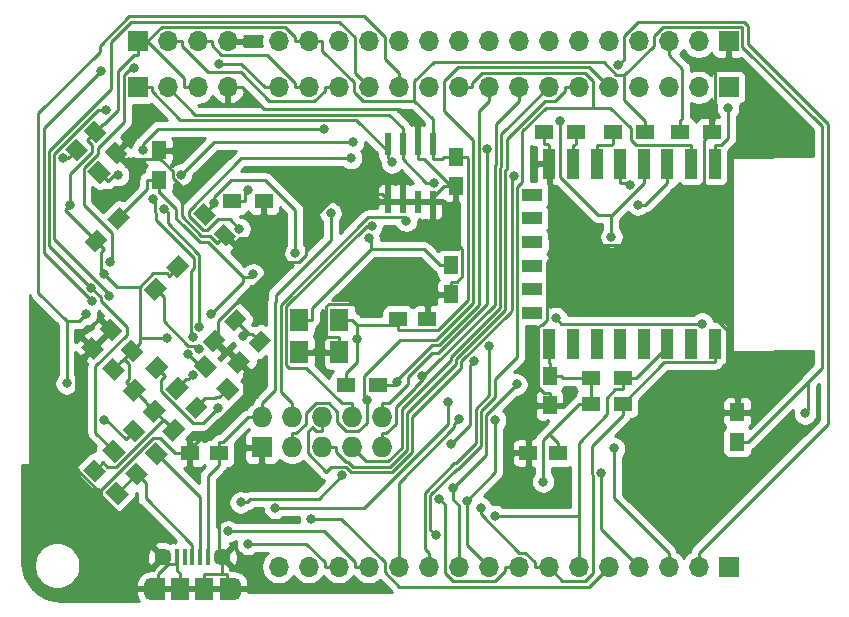
<source format=gbr>
G04 #@! TF.GenerationSoftware,KiCad,Pcbnew,5.1.5*
G04 #@! TF.CreationDate,2020-01-11T06:26:57-05:00*
G04 #@! TF.ProjectId,rustypill,72757374-7970-4696-9c6c-2e6b69636164,rev?*
G04 #@! TF.SameCoordinates,Original*
G04 #@! TF.FileFunction,Copper,L2,Bot*
G04 #@! TF.FilePolarity,Positive*
%FSLAX46Y46*%
G04 Gerber Fmt 4.6, Leading zero omitted, Abs format (unit mm)*
G04 Created by KiCad (PCBNEW 5.1.5) date 2020-01-11 06:26:57*
%MOMM*%
%LPD*%
G04 APERTURE LIST*
%ADD10C,0.100000*%
%ADD11R,0.558800X1.981200*%
%ADD12R,1.700000X1.700000*%
%ADD13O,1.700000X1.700000*%
%ADD14R,1.500000X1.950000*%
%ADD15R,1.250000X1.500000*%
%ADD16R,1.727200X1.727200*%
%ADD17O,1.727200X1.727200*%
%ADD18R,1.500000X1.250000*%
%ADD19R,1.500000X1.900000*%
%ADD20C,1.450000*%
%ADD21R,0.400000X1.350000*%
%ADD22O,1.200000X1.900000*%
%ADD23R,1.200000X1.900000*%
%ADD24R,1.500000X1.300000*%
%ADD25R,1.000000X2.500000*%
%ADD26R,1.800000X1.000000*%
%ADD27C,0.800000*%
%ADD28C,0.250000*%
%ADD29C,0.254000*%
G04 APERTURE END LIST*
G04 #@! TA.AperFunction,SMDPad,CuDef*
D10*
G36*
X82050857Y-123419695D02*
G01*
X82970095Y-122500457D01*
X84030755Y-123561117D01*
X83111517Y-124480355D01*
X82050857Y-123419695D01*
G37*
G04 #@! TD.AperFunction*
G04 #@! TA.AperFunction,SMDPad,CuDef*
G36*
X83960045Y-125328883D02*
G01*
X84879283Y-124409645D01*
X85939943Y-125470305D01*
X85020705Y-126389543D01*
X83960045Y-125328883D01*
G37*
G04 #@! TD.AperFunction*
G04 #@! TA.AperFunction,SMDPad,CuDef*
G36*
X82354905Y-125975457D02*
G01*
X83274143Y-126894695D01*
X82213483Y-127955355D01*
X81294245Y-127036117D01*
X82354905Y-125975457D01*
G37*
G04 #@! TD.AperFunction*
G04 #@! TA.AperFunction,SMDPad,CuDef*
G36*
X80445717Y-127884645D02*
G01*
X81364955Y-128803883D01*
X80304295Y-129864543D01*
X79385057Y-128945305D01*
X80445717Y-127884645D01*
G37*
G04 #@! TD.AperFunction*
D11*
X102300000Y-109549800D03*
X101030000Y-109549800D03*
X99760000Y-109549800D03*
X98490000Y-109549800D03*
X98490000Y-104622200D03*
X99760000Y-104622200D03*
X101030000Y-104622200D03*
X102300000Y-104622200D03*
D12*
X77330000Y-99850000D03*
D13*
X79870000Y-99850000D03*
X82410000Y-99850000D03*
X84950000Y-99850000D03*
D12*
X127350000Y-95950000D03*
D13*
X124810000Y-95950000D03*
X122270000Y-95950000D03*
X119730000Y-95950000D03*
X117190000Y-95950000D03*
X114650000Y-95950000D03*
X112110000Y-95950000D03*
X109570000Y-95950000D03*
X107030000Y-95950000D03*
X104490000Y-95950000D03*
X101950000Y-95950000D03*
X99410000Y-95950000D03*
X96870000Y-95950000D03*
X94330000Y-95950000D03*
X91790000Y-95950000D03*
X89250000Y-95950000D03*
D12*
X127350000Y-99850000D03*
D13*
X124810000Y-99850000D03*
X122270000Y-99850000D03*
X119730000Y-99850000D03*
X117190000Y-99850000D03*
X114650000Y-99850000D03*
X112110000Y-99850000D03*
X109570000Y-99850000D03*
X107030000Y-99850000D03*
X104490000Y-99850000D03*
X101950000Y-99850000D03*
X99410000Y-99850000D03*
X96870000Y-99850000D03*
X94330000Y-99850000D03*
X91790000Y-99850000D03*
X89250000Y-99850000D03*
D12*
X127350000Y-140450000D03*
D13*
X124810000Y-140450000D03*
X122270000Y-140450000D03*
X119730000Y-140450000D03*
X117190000Y-140450000D03*
X114650000Y-140450000D03*
X112110000Y-140450000D03*
X109570000Y-140450000D03*
X107030000Y-140450000D03*
X104490000Y-140450000D03*
X101950000Y-140450000D03*
X99410000Y-140450000D03*
X96870000Y-140450000D03*
X94330000Y-140450000D03*
X91790000Y-140450000D03*
X89250000Y-140450000D03*
D12*
X77330000Y-95950000D03*
D13*
X79870000Y-95950000D03*
X82410000Y-95950000D03*
X84950000Y-95950000D03*
D14*
X94400000Y-119525000D03*
X94400000Y-122275000D03*
X91000000Y-119525000D03*
X91000000Y-122275000D03*
G04 #@! TA.AperFunction,SMDPad,CuDef*
D10*
G36*
X85690055Y-112456271D02*
G01*
X84806171Y-113340155D01*
X83745511Y-112279495D01*
X84629395Y-111395611D01*
X85690055Y-112456271D01*
G37*
G04 #@! TD.AperFunction*
G04 #@! TA.AperFunction,SMDPad,CuDef*
G36*
X83922289Y-110688505D02*
G01*
X83038405Y-111572389D01*
X81977745Y-110511729D01*
X82861629Y-109627845D01*
X83922289Y-110688505D01*
G37*
G04 #@! TD.AperFunction*
G04 #@! TA.AperFunction,SMDPad,CuDef*
G36*
X75051143Y-107126305D02*
G01*
X74131905Y-108045543D01*
X73071245Y-106984883D01*
X73990483Y-106065645D01*
X75051143Y-107126305D01*
G37*
G04 #@! TD.AperFunction*
G04 #@! TA.AperFunction,SMDPad,CuDef*
G36*
X73141955Y-105217117D02*
G01*
X72222717Y-106136355D01*
X71162057Y-105075695D01*
X72081295Y-104156457D01*
X73141955Y-105217117D01*
G37*
G04 #@! TD.AperFunction*
D15*
X128090000Y-129870000D03*
X128090000Y-127370000D03*
G04 #@! TA.AperFunction,SMDPad,CuDef*
D10*
G36*
X76426255Y-105488271D02*
G01*
X75542371Y-106372155D01*
X74481711Y-105311495D01*
X75365595Y-104427611D01*
X76426255Y-105488271D01*
G37*
G04 #@! TD.AperFunction*
G04 #@! TA.AperFunction,SMDPad,CuDef*
G36*
X74658489Y-103720505D02*
G01*
X73774605Y-104604389D01*
X72713945Y-103543729D01*
X73597829Y-102659845D01*
X74658489Y-103720505D01*
G37*
G04 #@! TD.AperFunction*
D16*
X87840000Y-130350000D03*
D17*
X87840000Y-127810000D03*
X90380000Y-130350000D03*
X90380000Y-127810000D03*
X92920000Y-130350000D03*
X92920000Y-127810000D03*
X95460000Y-130350000D03*
X95460000Y-127810000D03*
X98000000Y-130350000D03*
X98000000Y-127810000D03*
D15*
X103850000Y-117400000D03*
X103850000Y-114900000D03*
D18*
X99350000Y-119500000D03*
X101850000Y-119500000D03*
D15*
X79100000Y-107700000D03*
X79100000Y-105200000D03*
G04 #@! TA.AperFunction,SMDPad,CuDef*
D10*
G36*
X83727729Y-122306155D02*
G01*
X82843845Y-121422271D01*
X83904505Y-120361611D01*
X84788389Y-121245495D01*
X83727729Y-122306155D01*
G37*
G04 #@! TD.AperFunction*
G04 #@! TA.AperFunction,SMDPad,CuDef*
G36*
X85495495Y-120538389D02*
G01*
X84611611Y-119654505D01*
X85672271Y-118593845D01*
X86556155Y-119477729D01*
X85495495Y-120538389D01*
G37*
G04 #@! TD.AperFunction*
G04 #@! TA.AperFunction,SMDPad,CuDef*
G36*
X87579395Y-122354389D02*
G01*
X86695511Y-121470505D01*
X87756171Y-120409845D01*
X88640055Y-121293729D01*
X87579395Y-122354389D01*
G37*
G04 #@! TD.AperFunction*
G04 #@! TA.AperFunction,SMDPad,CuDef*
G36*
X85811629Y-124122155D02*
G01*
X84927745Y-123238271D01*
X85988405Y-122177611D01*
X86872289Y-123061495D01*
X85811629Y-124122155D01*
G37*
G04 #@! TD.AperFunction*
G04 #@! TA.AperFunction,SMDPad,CuDef*
G36*
X74127745Y-120311729D02*
G01*
X75011629Y-119427845D01*
X76072289Y-120488505D01*
X75188405Y-121372389D01*
X74127745Y-120311729D01*
G37*
G04 #@! TD.AperFunction*
G04 #@! TA.AperFunction,SMDPad,CuDef*
G36*
X75895511Y-122079495D02*
G01*
X76779395Y-121195611D01*
X77840055Y-122256271D01*
X76956171Y-123140155D01*
X75895511Y-122079495D01*
G37*
G04 #@! TD.AperFunction*
G04 #@! TA.AperFunction,SMDPad,CuDef*
G36*
X74311611Y-123645495D02*
G01*
X75195495Y-122761611D01*
X76256155Y-123822271D01*
X75372271Y-124706155D01*
X74311611Y-123645495D01*
G37*
G04 #@! TD.AperFunction*
G04 #@! TA.AperFunction,SMDPad,CuDef*
G36*
X72543845Y-121877729D02*
G01*
X73427729Y-120993845D01*
X74488389Y-122054505D01*
X73604505Y-122938389D01*
X72543845Y-121877729D01*
G37*
G04 #@! TD.AperFunction*
D18*
X110400000Y-130825000D03*
X112900000Y-130825000D03*
D15*
X104250000Y-108250000D03*
X104250000Y-105750000D03*
X112200000Y-124300000D03*
X112200000Y-126800000D03*
D18*
X84216100Y-130866000D03*
X81716100Y-130866000D03*
D19*
X80950000Y-142326000D03*
D20*
X84450000Y-139626000D03*
D21*
X82600000Y-139626000D03*
X83250000Y-139626000D03*
X80650000Y-139626000D03*
X81300000Y-139626000D03*
X81950000Y-139626000D03*
D20*
X79450000Y-139626000D03*
D19*
X82950000Y-142326000D03*
D22*
X85450000Y-142326000D03*
X78450000Y-142326000D03*
D23*
X79050000Y-142326000D03*
X84850000Y-142326000D03*
D24*
X85300000Y-109500000D03*
X88000000Y-109500000D03*
G04 #@! TA.AperFunction,SMDPad,CuDef*
D10*
G36*
X75629283Y-111940355D02*
G01*
X74710045Y-111021117D01*
X75770705Y-109960457D01*
X76689943Y-110879695D01*
X75629283Y-111940355D01*
G37*
G04 #@! TD.AperFunction*
G04 #@! TA.AperFunction,SMDPad,CuDef*
G36*
X73720095Y-113849543D02*
G01*
X72800857Y-112930305D01*
X73861517Y-111869645D01*
X74780755Y-112788883D01*
X73720095Y-113849543D01*
G37*
G04 #@! TD.AperFunction*
G04 #@! TA.AperFunction,SMDPad,CuDef*
G36*
X78916117Y-115964645D02*
G01*
X79835355Y-116883883D01*
X78774695Y-117944543D01*
X77855457Y-117025305D01*
X78916117Y-115964645D01*
G37*
G04 #@! TD.AperFunction*
G04 #@! TA.AperFunction,SMDPad,CuDef*
G36*
X80825305Y-114055457D02*
G01*
X81744543Y-114974695D01*
X80683883Y-116035355D01*
X79764645Y-115116117D01*
X80825305Y-114055457D01*
G37*
G04 #@! TD.AperFunction*
D24*
X118400000Y-126650000D03*
X115700000Y-126650000D03*
X115700000Y-124450000D03*
X118400000Y-124450000D03*
X114450000Y-103650000D03*
X111750000Y-103650000D03*
G04 #@! TA.AperFunction,SMDPad,CuDef*
D10*
G36*
X77985355Y-129016117D02*
G01*
X77066117Y-129935355D01*
X76005457Y-128874695D01*
X76924695Y-127955457D01*
X77985355Y-129016117D01*
G37*
G04 #@! TD.AperFunction*
G04 #@! TA.AperFunction,SMDPad,CuDef*
G36*
X79894543Y-130925305D02*
G01*
X78975305Y-131844543D01*
X77914645Y-130783883D01*
X78833883Y-129864645D01*
X79894543Y-130925305D01*
G37*
G04 #@! TD.AperFunction*
D24*
X120250000Y-103650000D03*
X117550000Y-103650000D03*
G04 #@! TA.AperFunction,SMDPad,CuDef*
D10*
G36*
X78224543Y-132645305D02*
G01*
X77305305Y-133564543D01*
X76244645Y-132503883D01*
X77163883Y-131584645D01*
X78224543Y-132645305D01*
G37*
G04 #@! TD.AperFunction*
G04 #@! TA.AperFunction,SMDPad,CuDef*
G36*
X76315355Y-130736117D02*
G01*
X75396117Y-131655355D01*
X74335457Y-130594695D01*
X75254695Y-129675457D01*
X76315355Y-130736117D01*
G37*
G04 #@! TD.AperFunction*
G04 #@! TA.AperFunction,SMDPad,CuDef*
G36*
X78883883Y-124585355D02*
G01*
X77964645Y-123666117D01*
X79025305Y-122605457D01*
X79944543Y-123524695D01*
X78883883Y-124585355D01*
G37*
G04 #@! TD.AperFunction*
G04 #@! TA.AperFunction,SMDPad,CuDef*
G36*
X76974695Y-126494543D02*
G01*
X76055457Y-125575305D01*
X77116117Y-124514645D01*
X78035355Y-125433883D01*
X76974695Y-126494543D01*
G37*
G04 #@! TD.AperFunction*
G04 #@! TA.AperFunction,SMDPad,CuDef*
G36*
X78674695Y-128244543D02*
G01*
X77755457Y-127325305D01*
X78816117Y-126264645D01*
X79735355Y-127183883D01*
X78674695Y-128244543D01*
G37*
G04 #@! TD.AperFunction*
G04 #@! TA.AperFunction,SMDPad,CuDef*
G36*
X80583883Y-126335355D02*
G01*
X79664645Y-125416117D01*
X80725305Y-124355457D01*
X81644543Y-125274695D01*
X80583883Y-126335355D01*
G37*
G04 #@! TD.AperFunction*
D24*
X94950000Y-125050000D03*
X97650000Y-125050000D03*
X123250000Y-103650000D03*
X125950000Y-103650000D03*
G04 #@! TA.AperFunction,SMDPad,CuDef*
D10*
G36*
X72685457Y-132244695D02*
G01*
X73604695Y-131325457D01*
X74665355Y-132386117D01*
X73746117Y-133305355D01*
X72685457Y-132244695D01*
G37*
G04 #@! TD.AperFunction*
G04 #@! TA.AperFunction,SMDPad,CuDef*
G36*
X74594645Y-134153883D02*
G01*
X75513883Y-133234645D01*
X76574543Y-134295305D01*
X75655305Y-135214543D01*
X74594645Y-134153883D01*
G37*
G04 #@! TD.AperFunction*
D25*
X126180000Y-121556000D03*
X124180000Y-121556000D03*
X122180000Y-121556000D03*
X120180000Y-121556000D03*
X118180000Y-121556000D03*
X116180000Y-121556000D03*
X114180000Y-121556000D03*
X112180000Y-121556000D03*
D26*
X110680000Y-118956000D03*
X110680000Y-116956000D03*
X110680000Y-114956000D03*
X110680000Y-112956000D03*
X110680000Y-110956000D03*
X110680000Y-108956000D03*
D25*
X112180000Y-106356000D03*
X114180000Y-106356000D03*
X116180000Y-106356000D03*
X118180000Y-106356000D03*
X120180000Y-106356000D03*
X122180000Y-106356000D03*
X124180000Y-106356000D03*
X126180000Y-106356000D03*
D27*
X112486000Y-114150000D03*
X76625800Y-106149700D03*
X103676100Y-112395100D03*
X94200000Y-108287500D03*
X133620000Y-123434000D03*
X96870600Y-112662700D03*
X71613800Y-109787500D03*
X95906200Y-121135900D03*
X79848000Y-121105600D03*
X74437800Y-115655000D03*
X111650000Y-133250021D03*
X133824000Y-127467018D03*
X78641300Y-109350000D03*
X81991200Y-120991000D03*
X79557700Y-110140300D03*
X82559500Y-120144000D03*
X82542800Y-122013100D03*
X86248800Y-120950900D03*
X93658500Y-110517000D03*
X86669700Y-108526200D03*
X99309800Y-124853100D03*
X94660800Y-132727300D03*
X86044626Y-135010074D03*
X81977800Y-124218000D03*
X109404900Y-125025000D03*
X117434200Y-112513400D03*
X113088900Y-102723000D03*
X98840300Y-106213600D03*
X104046639Y-133746961D03*
X119679900Y-109791000D03*
X84100000Y-127022100D03*
X107586300Y-128052600D03*
X102431100Y-107948600D03*
X105180390Y-134880710D03*
X77023800Y-98219100D03*
X74979500Y-114688200D03*
X73474800Y-117958600D03*
X74180900Y-98500000D03*
X112729000Y-119404000D03*
X125108000Y-119864000D03*
X118021000Y-97950600D03*
X95368800Y-105862000D03*
X85937100Y-111837000D03*
X105825500Y-123025500D03*
X117665800Y-130434300D03*
X103850000Y-130025000D03*
X116579206Y-132546213D03*
X91990800Y-136435000D03*
X107605000Y-136175000D03*
X106356000Y-135448000D03*
X102864000Y-134691000D03*
X107091800Y-121766800D03*
X90681600Y-113899000D03*
X83778400Y-109695000D03*
X104492410Y-127984590D03*
X84981900Y-137460800D03*
X86659700Y-138509500D03*
X74925500Y-117556200D03*
X74637900Y-101775600D03*
X84222700Y-97863200D03*
X73404400Y-116856600D03*
X74499300Y-128004000D03*
X71301400Y-124925000D03*
X72960800Y-119046100D03*
X127325000Y-101600000D03*
X88971500Y-135476700D03*
X103638260Y-126493540D03*
X102585000Y-137779100D03*
X101409360Y-124264640D03*
X96710900Y-126323000D03*
X106927600Y-105093500D03*
X97136100Y-111599300D03*
X109179000Y-107345000D03*
X100065100Y-111160200D03*
X81008600Y-107250000D03*
X95560500Y-104471000D03*
X93094400Y-103355100D03*
X77747700Y-105169600D03*
X71028300Y-105890600D03*
X75662700Y-107296000D03*
X81549600Y-122467200D03*
X83528200Y-119051000D03*
X87100000Y-115711900D03*
X119044700Y-108102800D03*
D28*
X120020000Y-113177000D02*
X125270000Y-107927000D01*
X125270000Y-107927000D02*
X125270000Y-104330000D01*
X125270000Y-104330000D02*
X125950000Y-103650000D01*
X112695000Y-113242000D02*
X119955000Y-113242000D01*
X119955000Y-113242000D02*
X120020000Y-113177000D01*
X112695000Y-113242000D02*
X112695000Y-113941000D01*
X112695000Y-113941000D02*
X112486000Y-114150000D01*
X101030000Y-109447000D02*
X99760000Y-109447000D01*
X125950000Y-102674700D02*
X126175000Y-102449700D01*
X126175000Y-102449700D02*
X126175000Y-98300300D01*
X126175000Y-98300300D02*
X127350000Y-97125300D01*
X128090000Y-126294700D02*
X127215000Y-125419700D01*
X127215000Y-125419700D02*
X127215000Y-120372000D01*
X127215000Y-120372000D02*
X120020000Y-113177000D01*
X85450000Y-142326000D02*
X84850000Y-142326000D01*
X112200000Y-125724700D02*
X111724900Y-125724700D01*
X111724900Y-125724700D02*
X111250000Y-125249800D01*
X111250000Y-125249800D02*
X111250000Y-120196000D01*
X111250000Y-120196000D02*
X111465000Y-119981000D01*
X111465000Y-119981000D02*
X111565000Y-119981000D01*
X111565000Y-119981000D02*
X112004000Y-119541000D01*
X112004000Y-119541000D02*
X112004000Y-114632000D01*
X112004000Y-114632000D02*
X112486000Y-114150000D01*
X79050000Y-142326000D02*
X78450000Y-142326000D01*
X99760000Y-109549800D02*
X99760000Y-109447000D01*
X101030000Y-109549800D02*
X101030000Y-109447000D01*
X79050000Y-142326000D02*
X79050000Y-141050700D01*
X74261800Y-133931800D02*
X74261800Y-134437800D01*
X74261800Y-134437800D02*
X79450000Y-139626000D01*
X103850000Y-117400000D02*
X102899700Y-117400000D01*
X112200000Y-126800000D02*
X112200000Y-125724700D01*
X128090000Y-127370000D02*
X128090000Y-126294700D01*
X103850000Y-117400000D02*
X103850000Y-116324700D01*
X102300000Y-109549800D02*
X102300000Y-110865700D01*
X99760000Y-109447000D02*
X98490000Y-109447000D01*
X98490000Y-109549800D02*
X98490000Y-109447000D01*
X125950000Y-103650000D02*
X125950000Y-102674700D01*
X127350000Y-95950000D02*
X127350000Y-97125300D01*
X82412400Y-142326000D02*
X80950000Y-142326000D01*
X80950000Y-142326000D02*
X80950000Y-141050700D01*
X79868200Y-140231900D02*
X79450000Y-139814000D01*
X79450000Y-139814000D02*
X79450000Y-139626000D01*
X79868200Y-140231900D02*
X79050000Y-141050700D01*
X80650000Y-140231900D02*
X79868200Y-140231900D01*
X80950000Y-141050700D02*
X80650000Y-140750700D01*
X80650000Y-140750700D02*
X80650000Y-140231900D01*
X80650000Y-140231900D02*
X80650000Y-139626000D01*
X82412400Y-142326000D02*
X82950000Y-142326000D01*
X84850000Y-142326000D02*
X84850000Y-141050700D01*
X82950000Y-142326000D02*
X82950000Y-141050700D01*
X82950000Y-141050700D02*
X84450000Y-141050700D01*
X84450000Y-141050700D02*
X84850000Y-141050700D01*
X85900000Y-123149900D02*
X85228100Y-122477900D01*
X81716100Y-130866000D02*
X81716100Y-130028400D01*
X85900000Y-123149900D02*
X86572000Y-123821800D01*
X91000000Y-122275000D02*
X92075300Y-122275000D01*
X94400000Y-122275000D02*
X94400000Y-120974700D01*
X87840000Y-130350000D02*
X87840000Y-131538900D01*
X84450000Y-141050700D02*
X84450000Y-139626000D01*
X101030000Y-103306300D02*
X99452700Y-101729000D01*
X99452700Y-101729000D02*
X88004300Y-101729000D01*
X88004300Y-101729000D02*
X86125300Y-99850000D01*
X101030000Y-104622200D02*
X101030000Y-103306300D01*
X84950000Y-99850000D02*
X86125300Y-99850000D01*
X79100000Y-105200000D02*
X79100000Y-105922100D01*
X75454000Y-105399900D02*
X76214400Y-106160200D01*
X76625800Y-106149700D02*
X76224900Y-106149700D01*
X76224900Y-106149700D02*
X76214400Y-106160200D01*
X86878200Y-112628200D02*
X88878500Y-114628000D01*
X88000000Y-109500000D02*
X88000000Y-111400000D01*
X88000000Y-111400000D02*
X86944000Y-112456000D01*
X86944000Y-112456000D02*
X86944000Y-112562400D01*
X86944000Y-112562400D02*
X86878200Y-112628200D01*
X86878200Y-112628200D02*
X85978200Y-112628200D01*
X85978200Y-112628200D02*
X85478200Y-113128200D01*
X84717800Y-112367900D02*
X85478200Y-113128200D01*
X76625800Y-106149700D02*
X76853400Y-105922100D01*
X76853400Y-105922100D02*
X79100000Y-105922100D01*
X84717800Y-112367900D02*
X84045900Y-113039800D01*
X87840000Y-131538900D02*
X84245600Y-135133300D01*
X84245600Y-135133300D02*
X84245600Y-139421600D01*
X84245600Y-139421600D02*
X84450000Y-139626000D01*
X83816100Y-121333900D02*
X84163800Y-121333900D01*
X84163800Y-121333900D02*
X84163800Y-119642100D01*
X84163800Y-119642100D02*
X85656300Y-118149600D01*
X85656300Y-118149600D02*
X85733100Y-118149600D01*
X85733100Y-118149600D02*
X88878500Y-115004200D01*
X88878500Y-115004200D02*
X88878500Y-114628000D01*
X81716100Y-130028400D02*
X82211700Y-130028400D01*
X82211700Y-130028400D02*
X86308100Y-125932000D01*
X86308100Y-125932000D02*
X86308100Y-124085700D01*
X86308100Y-124085700D02*
X86572000Y-123821800D01*
X85228100Y-122477900D02*
X84163800Y-121413700D01*
X84163800Y-121413700D02*
X84163800Y-121333900D01*
X94400000Y-120974700D02*
X93304700Y-120974700D01*
X93304700Y-120974700D02*
X93304700Y-121045600D01*
X93304700Y-121045600D02*
X92075300Y-122275000D01*
X101850000Y-118449700D02*
X101582600Y-118182300D01*
X101582600Y-118182300D02*
X93498900Y-118182300D01*
X93498900Y-118182300D02*
X93304700Y-118376500D01*
X93304700Y-118376500D02*
X93304700Y-120974700D01*
X101850000Y-119500000D02*
X101850000Y-118449700D01*
X101850000Y-118449700D02*
X102899700Y-117400000D01*
X101030000Y-109447000D02*
X101970000Y-109447000D01*
X101970000Y-109447000D02*
X102197200Y-109447000D01*
X102197200Y-109447000D02*
X102300000Y-109549800D01*
X101970000Y-109447000D02*
X102102700Y-109447000D01*
X102102700Y-109447000D02*
X103299700Y-108250000D01*
X104250000Y-108250000D02*
X103844900Y-108250000D01*
X103844900Y-108250000D02*
X103299700Y-108250000D01*
X103844900Y-108250000D02*
X101533000Y-105938100D01*
X101533000Y-105938100D02*
X101030000Y-105938100D01*
X101030000Y-104622200D02*
X101030000Y-105938100D01*
X112180000Y-106356000D02*
X112180000Y-112727000D01*
X112180000Y-112727000D02*
X112695000Y-113242000D01*
X112180000Y-104780700D02*
X112024600Y-104625300D01*
X112024600Y-104625300D02*
X111750000Y-104625300D01*
X112180000Y-106356000D02*
X112180000Y-104780700D01*
X111750000Y-103650000D02*
X111750000Y-104625300D01*
X102300000Y-110865700D02*
X103676100Y-112241800D01*
X103676100Y-112241800D02*
X103676100Y-112395100D01*
X103676100Y-112395100D02*
X104800000Y-113519000D01*
X104800000Y-113519000D02*
X104800000Y-115857200D01*
X104800000Y-115857200D02*
X104335200Y-116324700D01*
X104335200Y-116324700D02*
X103850000Y-116324700D01*
X79100000Y-105922100D02*
X79235900Y-105922100D01*
X79235900Y-105922100D02*
X80283300Y-106969500D01*
X80283300Y-106969500D02*
X80283300Y-107550400D01*
X80283300Y-107550400D02*
X81051700Y-108318800D01*
X81051700Y-108318800D02*
X81051700Y-110801800D01*
X81051700Y-110801800D02*
X82684200Y-112434300D01*
X82684200Y-112434300D02*
X83440300Y-112434300D01*
X83440300Y-112434300D02*
X84045900Y-113039800D01*
X94200000Y-108939000D02*
X97982000Y-108939000D01*
X97982000Y-108939000D02*
X98490000Y-109447000D01*
X88878500Y-114628000D02*
X91026400Y-114628000D01*
X91026400Y-114628000D02*
X91608500Y-114046000D01*
X91608500Y-114046000D02*
X91608500Y-111531000D01*
X91608500Y-111531000D02*
X94200000Y-108939000D01*
X94200000Y-108939000D02*
X94200000Y-108287500D01*
X80516000Y-130866000D02*
X81716100Y-130866000D01*
X79189635Y-129539635D02*
X80516000Y-130866000D01*
X74261800Y-133931800D02*
X76027600Y-132166000D01*
X78699257Y-129539635D02*
X79189635Y-129539635D01*
X76027600Y-132166000D02*
X77793500Y-130400000D01*
X78653500Y-129540000D02*
X78698892Y-129540000D01*
X78698892Y-129540000D02*
X78699257Y-129539635D01*
X77793500Y-130400000D02*
X78653500Y-129540000D01*
X111325000Y-126800000D02*
X112200000Y-126800000D01*
X110400000Y-127725000D02*
X111325000Y-126800000D01*
X110400000Y-130825000D02*
X110400000Y-127725000D01*
X74428100Y-121072000D02*
X75100000Y-120400100D01*
X72837000Y-122638000D02*
X72844200Y-122638000D01*
X72094200Y-123380800D02*
X72837000Y-122638000D01*
X72094200Y-132130800D02*
X72094200Y-123380800D01*
X74261800Y-133931800D02*
X73895200Y-133931800D01*
X73895200Y-133931800D02*
X72094200Y-132130800D01*
X72844200Y-122638000D02*
X74188100Y-121294100D01*
X74188100Y-121294100D02*
X74188100Y-121294200D01*
X74428000Y-121072000D02*
X74428100Y-121072000D01*
X74188100Y-121294200D02*
X74188300Y-121294000D01*
X74188300Y-121294000D02*
X74205900Y-121294000D01*
X74205900Y-121294000D02*
X74428000Y-121072000D01*
X128090000Y-127370000D02*
X129684000Y-127370000D01*
X129684000Y-127370000D02*
X133620000Y-123434000D01*
X103850000Y-114900000D02*
X102899700Y-114900000D01*
X91000000Y-119525000D02*
X92075300Y-119525000D01*
X97085100Y-113559000D02*
X101558700Y-113559000D01*
X101558700Y-113559000D02*
X102899700Y-114900000D01*
X97085100Y-113559000D02*
X92075300Y-118568800D01*
X92075300Y-118568800D02*
X92075300Y-119525000D01*
X97085100Y-113559000D02*
X97085100Y-112877200D01*
X97085100Y-112877200D02*
X96870600Y-112662700D01*
X100753000Y-101033000D02*
X96385000Y-101033000D01*
X96385000Y-101033000D02*
X95600000Y-100248000D01*
X95600000Y-100248000D02*
X95600000Y-99410700D01*
X95600000Y-99410700D02*
X92965300Y-96776000D01*
X92965300Y-96776000D02*
X92965300Y-95950000D01*
X118543000Y-98810500D02*
X117846000Y-98810500D01*
X117846000Y-98810500D02*
X116772000Y-97736000D01*
X116772000Y-97736000D02*
X102385000Y-97736000D01*
X102385000Y-97736000D02*
X100753000Y-99368600D01*
X100753000Y-99368600D02*
X100753000Y-101033000D01*
X115700000Y-124450000D02*
X115700000Y-126650000D01*
X115700000Y-124450000D02*
X113300300Y-124450000D01*
X113300300Y-124450000D02*
X113150300Y-124300000D01*
X120250000Y-102674700D02*
X118543000Y-100966700D01*
X118543000Y-100966700D02*
X118543000Y-98810500D01*
X103299700Y-105750000D02*
X103111600Y-105938100D01*
X103111600Y-105938100D02*
X102300000Y-105938100D01*
X102300000Y-104622200D02*
X102300000Y-102580000D01*
X102300000Y-102580000D02*
X100753000Y-101033000D01*
X75955900Y-123061900D02*
X75955900Y-123062000D01*
X75955900Y-123062000D02*
X75973700Y-123062000D01*
X75973700Y-123062000D02*
X76195900Y-122840000D01*
X78745400Y-127254600D02*
X78055700Y-126564900D01*
X76355700Y-124814900D02*
X76611700Y-124558900D01*
X76611700Y-124558900D02*
X76611700Y-123256000D01*
X76611700Y-123256000D02*
X76195900Y-122840000D01*
X78055700Y-126564900D02*
X78055700Y-126514900D01*
X78055700Y-126514900D02*
X77045400Y-125504600D01*
X73686200Y-103632100D02*
X73014300Y-104304000D01*
X91790000Y-95950000D02*
X90614700Y-95950000D01*
X90614700Y-95950000D02*
X90614700Y-95582600D01*
X90614700Y-95582600D02*
X89806800Y-94774700D01*
X89806800Y-94774700D02*
X79343700Y-94774700D01*
X79343700Y-94774700D02*
X78154100Y-95964300D01*
X81234700Y-99850000D02*
X81234700Y-99044900D01*
X81234700Y-99044900D02*
X78154100Y-95964300D01*
X82410000Y-99850000D02*
X81234700Y-99850000D01*
X77045400Y-125504600D02*
X76355700Y-124814900D01*
X76195900Y-122839800D02*
X76195900Y-122840000D01*
X75283900Y-123733900D02*
X75955900Y-123061900D01*
X91790000Y-95950000D02*
X92965300Y-95950000D01*
X112200000Y-124300000D02*
X113150300Y-124300000D01*
X102300000Y-104622200D02*
X102300000Y-105938100D01*
X120250000Y-103650000D02*
X120250000Y-102674700D01*
X78745400Y-127254600D02*
X79475000Y-127984200D01*
X103774900Y-105750000D02*
X103299700Y-105750000D01*
X103774900Y-105750000D02*
X104250000Y-105750000D01*
X105200300Y-105750000D02*
X105291300Y-105841000D01*
X105291300Y-105841000D02*
X105291300Y-117898500D01*
X105291300Y-117898500D02*
X102739500Y-120450300D01*
X102739500Y-120450300D02*
X99350000Y-120450300D01*
X71613800Y-109787500D02*
X71166400Y-110234900D01*
X71166400Y-110234900D02*
X73101100Y-112169900D01*
X73014300Y-104304000D02*
X73487800Y-104778000D01*
X73487800Y-104778000D02*
X73487800Y-105331000D01*
X73487800Y-105331000D02*
X71613800Y-107205400D01*
X71613800Y-107205400D02*
X71613800Y-109787500D01*
X80375000Y-128874600D02*
X79559500Y-128059100D01*
X104250000Y-105750000D02*
X105200300Y-105750000D01*
X79475000Y-128059100D02*
X79475000Y-127984200D01*
X79559500Y-128059100D02*
X79475000Y-128059100D01*
X79475000Y-128059100D02*
X75531200Y-132002900D01*
X75531200Y-132002900D02*
X74742300Y-132002900D01*
X74742300Y-132002900D02*
X74365100Y-131625700D01*
X73675400Y-132315400D02*
X74365100Y-131625700D01*
X73686200Y-103632100D02*
X74358200Y-102960100D01*
X78154100Y-95964300D02*
X78139800Y-95950000D01*
X78139800Y-95950000D02*
X77330000Y-95950000D01*
X77330000Y-97125300D02*
X77041100Y-97125300D01*
X77041100Y-97125300D02*
X75690000Y-98476400D01*
X75690000Y-98476400D02*
X75690000Y-101759700D01*
X75690000Y-101759700D02*
X74489500Y-102960200D01*
X74489500Y-102960200D02*
X74358200Y-102960200D01*
X74358200Y-102960200D02*
X74358200Y-102960100D01*
X77330000Y-95950000D02*
X77330000Y-97125300D01*
X80754600Y-115045400D02*
X79994200Y-115805800D01*
X76750200Y-122285500D02*
X76195900Y-122839800D01*
X76750200Y-122285500D02*
X76867800Y-122167900D01*
X76867800Y-122167900D02*
X77539800Y-121495900D01*
X99350000Y-119500000D02*
X99350000Y-119975100D01*
X99350000Y-119975100D02*
X99350000Y-120450300D01*
X94400000Y-119525000D02*
X95475300Y-119525000D01*
X99350000Y-119975100D02*
X95925400Y-119975100D01*
X95925400Y-119975100D02*
X95475300Y-119525000D01*
X95925400Y-119975100D02*
X95906200Y-119994300D01*
X95906200Y-119994300D02*
X95906200Y-121135900D01*
X95906200Y-121135900D02*
X95906200Y-123118500D01*
X95906200Y-123118500D02*
X94950000Y-124074700D01*
X94950000Y-125050000D02*
X94950000Y-124074700D01*
X112180000Y-121556000D02*
X112180000Y-123204700D01*
X112180000Y-123204700D02*
X112200000Y-123224700D01*
X112200000Y-124300000D02*
X112200000Y-123224700D01*
X77539700Y-121105600D02*
X77539700Y-121495900D01*
X77539700Y-121495900D02*
X77539800Y-121495900D01*
X77539700Y-121105600D02*
X79848000Y-121105600D01*
X73790800Y-112859600D02*
X73101100Y-112169900D01*
X73790800Y-112859600D02*
X74480500Y-113549300D01*
X77530100Y-116762100D02*
X77530100Y-121096000D01*
X77530100Y-121096000D02*
X77539700Y-121105600D01*
X79994200Y-115805800D02*
X79814500Y-115626100D01*
X79814500Y-115626100D02*
X78666100Y-115626100D01*
X78666100Y-115626100D02*
X77530100Y-116762100D01*
X74480500Y-113549300D02*
X74221900Y-113807900D01*
X74221900Y-113807900D02*
X74221900Y-115439100D01*
X74221900Y-115439100D02*
X74437800Y-115655000D01*
X77530100Y-116762100D02*
X75544900Y-116762100D01*
X75544900Y-116762100D02*
X74437800Y-115655000D01*
X128525001Y-94839999D02*
X128460001Y-94774999D01*
X128090000Y-129870000D02*
X129040300Y-129870000D01*
X121784000Y-94764700D02*
X121000000Y-95549100D01*
X135268000Y-103154410D02*
X128525001Y-96411412D01*
X128525001Y-96411412D02*
X128525001Y-94839999D01*
X127288578Y-94774999D02*
X127278279Y-94764700D01*
X121000000Y-96353100D02*
X118543000Y-98810500D01*
X127278279Y-94764700D02*
X121784000Y-94764700D01*
X135268000Y-123642300D02*
X135268000Y-103154410D01*
X121000000Y-95549100D02*
X121000000Y-96353100D01*
X128460001Y-94774999D02*
X127288578Y-94774999D01*
X111650000Y-129700000D02*
X111650000Y-133250021D01*
X115700000Y-126650000D02*
X114700000Y-126650000D01*
X112175000Y-129225000D02*
X112125000Y-129225000D01*
X112900000Y-129950000D02*
X112175000Y-129225000D01*
X112900000Y-130825000D02*
X112900000Y-129950000D01*
X114700000Y-126650000D02*
X112125000Y-129225000D01*
X112125000Y-129225000D02*
X111650000Y-129700000D01*
X134103650Y-124806650D02*
X134103650Y-127187368D01*
X134103650Y-124806650D02*
X135268000Y-123642300D01*
X134103650Y-127187368D02*
X133824000Y-127467018D01*
X129040300Y-129870000D02*
X134103650Y-124806650D01*
X78641300Y-109350000D02*
X78832400Y-109541100D01*
X78832400Y-109541100D02*
X78832400Y-110440700D01*
X78832400Y-110440700D02*
X78916300Y-110524600D01*
X78916300Y-110524600D02*
X78916300Y-111137500D01*
X78916300Y-111137500D02*
X82107300Y-114328000D01*
X82107300Y-114328000D02*
X82107300Y-115149000D01*
X82107300Y-115149000D02*
X81833000Y-115424000D01*
X81833000Y-115424000D02*
X81833000Y-120832000D01*
X81833000Y-120832000D02*
X81991200Y-120991000D01*
X79557700Y-110140300D02*
X79876000Y-110458600D01*
X79876000Y-110458600D02*
X79876000Y-111367000D01*
X79876000Y-111367000D02*
X82559500Y-114051000D01*
X82559500Y-114051000D02*
X82559500Y-120144000D01*
X85583900Y-119566100D02*
X86255900Y-120238000D01*
X78845400Y-116954600D02*
X79535100Y-117644300D01*
X79535100Y-117644300D02*
X79535100Y-119659800D01*
X79535100Y-119659800D02*
X81600000Y-121725000D01*
X81600000Y-121725000D02*
X82110800Y-121725000D01*
X82110800Y-121725000D02*
X82470900Y-122085000D01*
X82470900Y-122085000D02*
X82542800Y-122013100D01*
X87667800Y-121382100D02*
X86995900Y-120710100D01*
X86255900Y-120238000D02*
X86423300Y-120405200D01*
X86423300Y-120405200D02*
X86608900Y-120590900D01*
X86248800Y-120950900D02*
X86248900Y-120950900D01*
X86248900Y-120950900D02*
X86608900Y-120590900D01*
X86608900Y-120590900D02*
X86728000Y-120710000D01*
X86728000Y-120710000D02*
X86995800Y-120710000D01*
X86995800Y-120710000D02*
X86995900Y-120710100D01*
X86651100Y-127810000D02*
X84545700Y-129915700D01*
X84545700Y-129915700D02*
X84216100Y-129915700D01*
X87840000Y-127810000D02*
X87840000Y-126621100D01*
X87840000Y-127810000D02*
X86651100Y-127810000D01*
X84216100Y-130866000D02*
X84216100Y-129915700D01*
X93658500Y-110517000D02*
X93658500Y-112769900D01*
X93658500Y-112769900D02*
X88997100Y-117431800D01*
X88997100Y-117431800D02*
X88997100Y-118048900D01*
X88997100Y-118048900D02*
X88970000Y-118076000D01*
X88970000Y-118076000D02*
X88970000Y-125491100D01*
X88970000Y-125491100D02*
X87840000Y-126621100D01*
X83250000Y-139626000D02*
X83250000Y-132782400D01*
X83250000Y-132782400D02*
X84216100Y-131816300D01*
X84216100Y-130866000D02*
X84216100Y-131816300D01*
X86375300Y-109500000D02*
X86375300Y-108820600D01*
X86375300Y-108820600D02*
X86669700Y-108526200D01*
X85300000Y-109500000D02*
X86375300Y-109500000D01*
X107030000Y-99850000D02*
X107030000Y-101025300D01*
X107030000Y-101025300D02*
X106202100Y-101853200D01*
X106202100Y-101853200D02*
X106202100Y-118330300D01*
X106202100Y-118330300D02*
X102825700Y-121706700D01*
X102825700Y-121706700D02*
X102268400Y-121706700D01*
X102268400Y-121706700D02*
X99309800Y-124665300D01*
X99309800Y-124665300D02*
X99309800Y-124853100D01*
X99309800Y-124853100D02*
X99112300Y-125050000D01*
X99112300Y-125050000D02*
X97650000Y-125050000D01*
X86871685Y-134748700D02*
X86610311Y-135010074D01*
X86610311Y-135010074D02*
X86044626Y-135010074D01*
X92639400Y-134748700D02*
X86871685Y-134748700D01*
X94660800Y-132727300D02*
X92639400Y-134748700D01*
X81414900Y-124585100D02*
X81415100Y-124585300D01*
X81415100Y-124585300D02*
X81415300Y-124585000D01*
X81415300Y-124585000D02*
X81610700Y-124585000D01*
X81610700Y-124585000D02*
X81977800Y-124218000D01*
X80654600Y-125345400D02*
X81414900Y-124585100D01*
X98490000Y-104622200D02*
X98490000Y-105280100D01*
X77330000Y-99850000D02*
X78505300Y-99850000D01*
X98490000Y-105280100D02*
X95839600Y-102629700D01*
X95839600Y-102629700D02*
X80917700Y-102629700D01*
X80917700Y-102629700D02*
X78505300Y-100217300D01*
X78505300Y-100217300D02*
X78505300Y-99850000D01*
X117434200Y-110680600D02*
X117434200Y-112513400D01*
X120180000Y-106356000D02*
X120180000Y-108007700D01*
X120180000Y-108007700D02*
X117507100Y-110680600D01*
X117507100Y-110680600D02*
X117434200Y-110680600D01*
X98490000Y-105280100D02*
X98490000Y-105863300D01*
X98490000Y-105863300D02*
X98840300Y-106213600D01*
X117434200Y-110680600D02*
X116278800Y-110680600D01*
X116278800Y-110680600D02*
X113088900Y-107490700D01*
X113088900Y-107490700D02*
X113088900Y-102723000D01*
X106834200Y-127595700D02*
X106834200Y-130959400D01*
X104046639Y-134769961D02*
X104046639Y-133746961D01*
X109404900Y-125025000D02*
X106834200Y-127595700D01*
X104490000Y-135213322D02*
X104046639Y-134769961D01*
X104490000Y-140450000D02*
X104490000Y-135213322D01*
X106834200Y-130959400D02*
X104046639Y-133746961D01*
X122180000Y-106356000D02*
X122180000Y-107931300D01*
X78954600Y-123595400D02*
X79644300Y-124285100D01*
X79644300Y-124285100D02*
X79299400Y-124630000D01*
X79299400Y-124630000D02*
X79299400Y-125560700D01*
X79299400Y-125560700D02*
X82019400Y-128280700D01*
X82019400Y-128280700D02*
X82841400Y-128280700D01*
X82841400Y-128280700D02*
X84100000Y-127022100D01*
X99760000Y-104622200D02*
X99760000Y-103306300D01*
X79870000Y-99850000D02*
X82199400Y-102179400D01*
X82199400Y-102179400D02*
X98633100Y-102179400D01*
X98633100Y-102179400D02*
X99760000Y-103306300D01*
X99760000Y-104622200D02*
X99760000Y-105938100D01*
X99760000Y-105938100D02*
X101770500Y-107948600D01*
X101770500Y-107948600D02*
X102431100Y-107948600D01*
X122180000Y-107931300D02*
X120320300Y-109791000D01*
X120320300Y-109791000D02*
X119679900Y-109791000D01*
X107586300Y-132474800D02*
X105180390Y-134880710D01*
X107586300Y-128052600D02*
X107586300Y-132474800D01*
X105180390Y-138600390D02*
X105180390Y-134880710D01*
X107030000Y-140450000D02*
X105180390Y-138600390D01*
X81950000Y-138625700D02*
X77994900Y-134670600D01*
X77994900Y-134670600D02*
X77994900Y-133334900D01*
X81950000Y-139626000D02*
X81950000Y-138625700D01*
X77234600Y-132574600D02*
X77994900Y-133334900D01*
X75584600Y-134224600D02*
X77234600Y-132574600D01*
X78904600Y-130854600D02*
X82600000Y-134550000D01*
X82600000Y-134550000D02*
X82600000Y-139626000D01*
X81045300Y-95950000D02*
X81045300Y-96335700D01*
X81045300Y-96335700D02*
X83310700Y-98601100D01*
X83310700Y-98601100D02*
X86055400Y-98601100D01*
X86055400Y-98601100D02*
X88479600Y-101025000D01*
X88479600Y-101025000D02*
X92279100Y-101025000D01*
X92279100Y-101025000D02*
X93154700Y-100149800D01*
X93154700Y-100149800D02*
X93154700Y-99850000D01*
X79870000Y-95950000D02*
X81045300Y-95950000D01*
X94330000Y-99850000D02*
X93154700Y-99850000D01*
X77023800Y-98219100D02*
X76741000Y-98219100D01*
X76741000Y-98219100D02*
X76154700Y-98805400D01*
X76154700Y-98805400D02*
X76154700Y-102764600D01*
X76154700Y-102764600D02*
X74213100Y-104706200D01*
X74213100Y-104706200D02*
X73938200Y-104981000D01*
X73938200Y-104981000D02*
X73938200Y-105518000D01*
X73938200Y-105518000D02*
X72741200Y-106715000D01*
X72741200Y-106715000D02*
X72741200Y-109798000D01*
X72741200Y-109798000D02*
X75136500Y-112193500D01*
X75136500Y-112193500D02*
X75136500Y-114531200D01*
X75136500Y-114531200D02*
X74979500Y-114688200D01*
X83585300Y-95950000D02*
X83585300Y-96317400D01*
X83585300Y-96317400D02*
X84393200Y-97125300D01*
X84393200Y-97125300D02*
X88257300Y-97125300D01*
X88257300Y-97125300D02*
X90614700Y-99482700D01*
X90614700Y-99482700D02*
X90614700Y-99850000D01*
X82410000Y-95950000D02*
X83585300Y-95950000D01*
X91790000Y-99850000D02*
X90614700Y-99850000D01*
X69366400Y-103314500D02*
X74180900Y-98500000D01*
X69366400Y-113850200D02*
X69366400Y-103314500D01*
X73474800Y-117958600D02*
X69366400Y-113850200D01*
X125108000Y-119864000D02*
X113190000Y-119864000D01*
X113190000Y-119864000D02*
X112729000Y-119404000D01*
X95368800Y-105862000D02*
X86097000Y-105862000D01*
X86097000Y-105862000D02*
X81646100Y-110313100D01*
X81646100Y-110313100D02*
X81646100Y-110718000D01*
X81646100Y-110718000D02*
X82868900Y-111941000D01*
X82868900Y-111941000D02*
X83222300Y-111941000D01*
X83222300Y-111941000D02*
X84114900Y-111048000D01*
X84114900Y-111048000D02*
X85148400Y-111048000D01*
X85148400Y-111048000D02*
X85937100Y-111837000D01*
X119646000Y-94299800D02*
X118460000Y-95486300D01*
X128975012Y-94653599D02*
X128646401Y-94324988D01*
X118460000Y-95486300D02*
X118460000Y-97511600D01*
X118460000Y-97511600D02*
X118021000Y-97950600D01*
X127475000Y-94324988D02*
X127464713Y-94314699D01*
X124810000Y-140450000D02*
X124810000Y-139274700D01*
X124810000Y-139274700D02*
X135755000Y-128329700D01*
X135755000Y-128329700D02*
X135755000Y-103005000D01*
X127464699Y-94314698D02*
X127449800Y-94299800D01*
X127449800Y-94299800D02*
X119646000Y-94299800D01*
X135755000Y-103005000D02*
X128975012Y-96225012D01*
X128975012Y-96225012D02*
X128975012Y-94653599D01*
X127464713Y-94314699D02*
X127464699Y-94314698D01*
X128646401Y-94324988D02*
X127475000Y-94324988D01*
X122270000Y-139274700D02*
X117665800Y-134670500D01*
X117665800Y-134670500D02*
X117665800Y-130434300D01*
X122270000Y-140450000D02*
X122270000Y-139274700D01*
X105425501Y-128449499D02*
X103850000Y-130025000D01*
X105425501Y-123425499D02*
X105425501Y-128449499D01*
X105825500Y-123025500D02*
X105425501Y-123425499D01*
X119730000Y-140450000D02*
X116579206Y-137299206D01*
X116579206Y-137299206D02*
X116579206Y-132546213D01*
X117190000Y-140450000D02*
X115498000Y-142142000D01*
X115498000Y-142142000D02*
X99435300Y-142142000D01*
X99435300Y-142142000D02*
X98234600Y-140941000D01*
X98234600Y-140941000D02*
X98234600Y-140091000D01*
X98234600Y-140091000D02*
X94578900Y-136435000D01*
X94578900Y-136435000D02*
X91990800Y-136435000D01*
X114650000Y-136175000D02*
X107605000Y-136175000D01*
X118400000Y-125425300D02*
X117759900Y-125425300D01*
X117759900Y-125425300D02*
X117050000Y-126135200D01*
X117050000Y-126135200D02*
X117050000Y-127562000D01*
X117050000Y-127562000D02*
X114650000Y-129962000D01*
X114650000Y-129962000D02*
X114650000Y-136175000D01*
X114650000Y-136175000D02*
X114650000Y-140450000D01*
X118400000Y-124450000D02*
X118400000Y-125425300D01*
X122180000Y-121556000D02*
X122180000Y-121810000D01*
X122180000Y-121810000D02*
X119540000Y-124450000D01*
X119540000Y-124450000D02*
X118400000Y-124450000D01*
X126180000Y-123131300D02*
X121918700Y-123131300D01*
X121918700Y-123131300D02*
X118400000Y-126650000D01*
X110934700Y-140450000D02*
X110934700Y-140082600D01*
X110934700Y-140082600D02*
X110126800Y-139274700D01*
X110126800Y-139274700D02*
X109616700Y-139274700D01*
X109616700Y-139274700D02*
X106356000Y-136014000D01*
X106356000Y-136014000D02*
X106356000Y-135448000D01*
X112110000Y-140450000D02*
X110934700Y-140450000D01*
X126180000Y-121556000D02*
X126180000Y-123131300D01*
X115761362Y-130263938D02*
X115761362Y-132598011D01*
X115165000Y-141625000D02*
X113285000Y-141625000D01*
X115840000Y-140950000D02*
X115165000Y-141625000D01*
X113285000Y-141625000D02*
X112110000Y-140450000D01*
X118400000Y-127625300D02*
X115761362Y-130263938D01*
X118400000Y-126650000D02*
X118400000Y-127625300D01*
X115761362Y-132598011D02*
X115840000Y-132676649D01*
X115840000Y-132676649D02*
X115840000Y-140950000D01*
X109570000Y-140450000D02*
X108394700Y-140450000D01*
X108394700Y-140450000D02*
X108394700Y-140817300D01*
X108394700Y-140817300D02*
X107572000Y-141640000D01*
X107572000Y-141640000D02*
X103993000Y-141640000D01*
X103993000Y-141640000D02*
X103310300Y-140957300D01*
X103310300Y-140957300D02*
X103310300Y-135137300D01*
X103310300Y-135137300D02*
X102864000Y-134691000D01*
X101950000Y-139274700D02*
X101612300Y-138937000D01*
X101612300Y-138937000D02*
X101612300Y-134219800D01*
X101612300Y-134219800D02*
X104141500Y-131690600D01*
X104141500Y-131690600D02*
X104249100Y-131690600D01*
X104249100Y-131690600D02*
X105933600Y-130006100D01*
X105933600Y-130006100D02*
X105933600Y-127072000D01*
X105933600Y-127072000D02*
X107091800Y-125913800D01*
X107091800Y-125913800D02*
X107091800Y-121766800D01*
X101950000Y-140450000D02*
X101950000Y-139274700D01*
X83778400Y-109695000D02*
X83621900Y-109851000D01*
X83621900Y-109851000D02*
X83621900Y-109928100D01*
X83621900Y-109928100D02*
X83622000Y-109928100D01*
X82950000Y-110600100D02*
X83622000Y-109928100D01*
X90681600Y-113899000D02*
X90681600Y-110257000D01*
X90681600Y-110257000D02*
X88143000Y-107719000D01*
X88143000Y-107719000D02*
X85210600Y-107719000D01*
X85210600Y-107719000D02*
X83778400Y-109151000D01*
X83778400Y-109151000D02*
X83778400Y-109695000D01*
X104092411Y-128659585D02*
X104092411Y-128384589D01*
X104092411Y-128384589D02*
X104492410Y-127984590D01*
X99410000Y-133341996D02*
X104092411Y-128659585D01*
X99410000Y-140450000D02*
X99410000Y-133341996D01*
X96870000Y-140450000D02*
X95694700Y-140450000D01*
X95694700Y-140450000D02*
X95694700Y-140082700D01*
X95694700Y-140082700D02*
X93072900Y-137460900D01*
X93072900Y-137460900D02*
X84981900Y-137460900D01*
X84981900Y-137460900D02*
X84981900Y-137460800D01*
X94330000Y-140450000D02*
X93154700Y-140450000D01*
X93154700Y-140450000D02*
X93154700Y-140082700D01*
X93154700Y-140082700D02*
X91581500Y-138509500D01*
X91581500Y-138509500D02*
X86659700Y-138509500D01*
X84222700Y-97863200D02*
X86087900Y-97863200D01*
X86087900Y-97863200D02*
X88074700Y-99850000D01*
X89250000Y-99850000D02*
X88074700Y-99850000D01*
X74925500Y-117556200D02*
X74925500Y-117351800D01*
X74925500Y-117351800D02*
X70270400Y-112696700D01*
X70270400Y-112696700D02*
X70270400Y-105499800D01*
X70270400Y-105499800D02*
X73994600Y-101775600D01*
X73994600Y-101775600D02*
X74637900Y-101775600D01*
X75325400Y-130665400D02*
X73752500Y-129092500D01*
X73752500Y-129092500D02*
X73752500Y-123497500D01*
X73752500Y-123497500D02*
X76407500Y-120842500D01*
X76407500Y-120842500D02*
X76407500Y-120160300D01*
X76407500Y-120160300D02*
X74200100Y-117952900D01*
X74200100Y-117952900D02*
X74200100Y-117652300D01*
X74200100Y-117652300D02*
X73404400Y-116856600D01*
X75098800Y-95987610D02*
X75098800Y-99996800D01*
X69816700Y-105278900D02*
X69816700Y-113268900D01*
X69816700Y-113268900D02*
X73404400Y-116856600D01*
X94397500Y-94309900D02*
X76776510Y-94309900D01*
X95694700Y-95607100D02*
X94397500Y-94309900D01*
X75098800Y-99996800D02*
X69816700Y-105278900D01*
X95694700Y-98674700D02*
X95694700Y-95607100D01*
X96870000Y-99850000D02*
X95694700Y-98674700D01*
X76776510Y-94309900D02*
X75098800Y-95987610D01*
X76995400Y-128945400D02*
X76305700Y-129635100D01*
X71301400Y-119687500D02*
X71301400Y-124925000D01*
X76305700Y-129635100D02*
X74674700Y-128004100D01*
X74674700Y-128004100D02*
X74499300Y-128004100D01*
X74499300Y-128004100D02*
X74499300Y-128004000D01*
X71301400Y-119687500D02*
X72319400Y-119687500D01*
X72319400Y-119687500D02*
X72960800Y-119046100D01*
X68916100Y-117302200D02*
X71301400Y-119687500D01*
X74100000Y-96350000D02*
X74100000Y-96850000D01*
X99410000Y-98674700D02*
X98234700Y-97499400D01*
X76590400Y-93859600D02*
X74100000Y-96350000D01*
X98234700Y-97499400D02*
X98234700Y-95642100D01*
X74100000Y-96850000D02*
X68916100Y-102033900D01*
X99410000Y-99850000D02*
X99410000Y-98674700D01*
X68916100Y-102033900D02*
X68916100Y-117302200D01*
X96452200Y-93859600D02*
X76590400Y-93859600D01*
X98234700Y-95642100D02*
X96452200Y-93859600D01*
X126180000Y-104780700D02*
X126695800Y-104780700D01*
X126695800Y-104780700D02*
X127325000Y-104151500D01*
X127325000Y-104151500D02*
X127325000Y-101600000D01*
X126180000Y-106356000D02*
X126180000Y-104780700D01*
X103638260Y-128350440D02*
X103638260Y-126493540D01*
X88971500Y-135476700D02*
X96512000Y-135476700D01*
X96512000Y-135476700D02*
X103638260Y-128350440D01*
X124180000Y-106356000D02*
X124180000Y-104780700D01*
X104490000Y-99850000D02*
X105665300Y-99850000D01*
X115836000Y-101582500D02*
X115836000Y-99335200D01*
X115836000Y-99335200D02*
X115175500Y-98674700D01*
X115175500Y-98674700D02*
X106473200Y-98674700D01*
X106473200Y-98674700D02*
X105665300Y-99482600D01*
X105665300Y-99482600D02*
X105665300Y-99850000D01*
X124180000Y-104780700D02*
X119520600Y-104780700D01*
X119520600Y-104780700D02*
X119059300Y-104319400D01*
X119059300Y-104319400D02*
X119059300Y-103284200D01*
X119059300Y-103284200D02*
X117357600Y-101582500D01*
X117357600Y-101582500D02*
X115836000Y-101582500D01*
X115836000Y-101582500D02*
X111921500Y-101582500D01*
X111921500Y-101582500D02*
X109904300Y-103599700D01*
X109904300Y-103599700D02*
X109904300Y-107871600D01*
X109904300Y-107871600D02*
X109454700Y-108321200D01*
X109454700Y-108321200D02*
X109454700Y-122696700D01*
X109454700Y-122696700D02*
X107559500Y-124591900D01*
X107559500Y-124591900D02*
X107559500Y-126083000D01*
X107559500Y-126083000D02*
X106383900Y-127258600D01*
X106383900Y-127258600D02*
X106383900Y-130192700D01*
X106383900Y-130192700D02*
X104435700Y-132140900D01*
X104435700Y-132140900D02*
X104328100Y-132140900D01*
X104328100Y-132140900D02*
X102118800Y-134350200D01*
X102118800Y-134350200D02*
X102118800Y-137312900D01*
X102118800Y-137312900D02*
X102585000Y-137779100D01*
X109570000Y-99850000D02*
X109570000Y-101025300D01*
X98000000Y-130350000D02*
X98000000Y-129161100D01*
X101462000Y-124348000D02*
X102350400Y-123459400D01*
X102350400Y-123459400D02*
X107553000Y-118256800D01*
X107553000Y-118256800D02*
X107553000Y-106489000D01*
X107553000Y-106489000D02*
X107653000Y-106389000D01*
X107653000Y-106389000D02*
X107653000Y-102942300D01*
X107653000Y-102942300D02*
X109570000Y-101025300D01*
X98000000Y-129161100D02*
X98371600Y-129161100D01*
X98371600Y-129161100D02*
X99188900Y-128343800D01*
X99188900Y-128343800D02*
X99188900Y-126941800D01*
X99188900Y-126941800D02*
X100819300Y-125311400D01*
X100819300Y-125311400D02*
X100819300Y-125242700D01*
X100819300Y-125242700D02*
X101462000Y-124600000D01*
X101462000Y-124600000D02*
X101462000Y-124348000D01*
X101409360Y-124295360D02*
X101409360Y-124264640D01*
X101462000Y-124348000D02*
X101409360Y-124295360D01*
X103820000Y-122702700D02*
X108003300Y-118519400D01*
X98533600Y-131539000D02*
X99676300Y-130396000D01*
X108104000Y-106575000D02*
X108104000Y-105691300D01*
X108128500Y-105666800D02*
X108128500Y-103831500D01*
X108128500Y-103831500D02*
X112110000Y-99850000D01*
X108003300Y-106675700D02*
X108104000Y-106575000D01*
X108104000Y-105691300D02*
X108128500Y-105666800D01*
X99676300Y-130396000D02*
X99676300Y-127091300D01*
X103820000Y-122947600D02*
X103820000Y-122702700D01*
X96649000Y-131539000D02*
X98533600Y-131539000D01*
X108003300Y-118519400D02*
X108003300Y-106675700D01*
X99676300Y-127091300D02*
X103820000Y-122947600D01*
X95460000Y-130350000D02*
X96649000Y-131539000D01*
X114650000Y-99850000D02*
X113474700Y-99850000D01*
X92920000Y-130350000D02*
X94108900Y-130350000D01*
X113474700Y-99850000D02*
X113474700Y-100217400D01*
X113474700Y-100217400D02*
X112666800Y-101025300D01*
X112666800Y-101025300D02*
X111816700Y-101025300D01*
X111816700Y-101025300D02*
X108578800Y-104263200D01*
X108578800Y-104263200D02*
X108578800Y-105853400D01*
X108578800Y-105853400D02*
X108554000Y-105878200D01*
X108554000Y-105878200D02*
X108554000Y-106762000D01*
X108554000Y-106762000D02*
X108453600Y-106862000D01*
X108453600Y-106862000D02*
X108453600Y-118706000D01*
X108453600Y-118706000D02*
X104271000Y-122888600D01*
X104271000Y-122888600D02*
X104271000Y-123257000D01*
X104271000Y-123257000D02*
X100127000Y-127402000D01*
X100127000Y-127402000D02*
X100127000Y-130583000D01*
X100127000Y-130583000D02*
X98707700Y-132002000D01*
X98707700Y-132002000D02*
X95598200Y-132002000D01*
X95598200Y-132002000D02*
X95147900Y-131551700D01*
X95147900Y-131551700D02*
X94939100Y-131551700D01*
X94939100Y-131551700D02*
X94108900Y-130722000D01*
X94108900Y-130722000D02*
X94108900Y-130350000D01*
X90380000Y-129161100D02*
X90751800Y-129161100D01*
X90751800Y-129161100D02*
X91568900Y-128344000D01*
X91568900Y-128344000D02*
X91568900Y-127476000D01*
X91568900Y-127476000D02*
X92427700Y-126617000D01*
X92427700Y-126617000D02*
X93484700Y-126617000D01*
X93484700Y-126617000D02*
X94190000Y-127323000D01*
X94190000Y-127323000D02*
X94190000Y-128243000D01*
X94190000Y-128243000D02*
X94945700Y-128999000D01*
X94945700Y-128999000D02*
X95974300Y-128999000D01*
X95974300Y-128999000D02*
X96705900Y-128267000D01*
X96705900Y-128267000D02*
X96705900Y-126323000D01*
X90380000Y-130350000D02*
X90380000Y-129161100D01*
X117190000Y-99850000D02*
X115526400Y-98186400D01*
X115526400Y-98186400D02*
X104478800Y-98186400D01*
X104478800Y-98186400D02*
X103296300Y-99368900D01*
X103296300Y-99368900D02*
X103296300Y-101852500D01*
X103296300Y-101852500D02*
X105751700Y-104307900D01*
X105751700Y-104307900D02*
X105751700Y-118125000D01*
X105751700Y-118125000D02*
X102620300Y-121256400D01*
X102620300Y-121256400D02*
X99570900Y-121256400D01*
X99570900Y-121256400D02*
X96516000Y-124311300D01*
X96516000Y-124311300D02*
X96516000Y-126133100D01*
X96516000Y-126133100D02*
X96705900Y-126323000D01*
X96705900Y-126323000D02*
X96710900Y-126323000D01*
X98000000Y-127810000D02*
X98000000Y-126621100D01*
X98000000Y-126621100D02*
X98574300Y-126621100D01*
X98574300Y-126621100D02*
X100205800Y-124989600D01*
X100205800Y-124989600D02*
X100205800Y-124419900D01*
X100205800Y-124419900D02*
X102243600Y-122382100D01*
X102243600Y-122382100D02*
X102788900Y-122382100D01*
X102788900Y-122382100D02*
X106927600Y-118243400D01*
X106927600Y-118243400D02*
X106927600Y-105093500D01*
X95460000Y-127810000D02*
X95460000Y-126621100D01*
X97136100Y-111599300D02*
X96740300Y-111599300D01*
X96740300Y-111599300D02*
X89924600Y-118415000D01*
X89924600Y-118415000D02*
X89924600Y-123385400D01*
X89924600Y-123385400D02*
X90136600Y-123597400D01*
X90136600Y-123597400D02*
X91572300Y-123597400D01*
X91572300Y-123597400D02*
X94596000Y-126621100D01*
X94596000Y-126621100D02*
X95460000Y-126621100D01*
X92920000Y-127810000D02*
X92920000Y-128998900D01*
X109179000Y-107345000D02*
X108997000Y-107527000D01*
X108997000Y-107527000D02*
X108997000Y-118722000D01*
X108997000Y-118722000D02*
X108903900Y-118815100D01*
X108903900Y-118815100D02*
X108903900Y-118892600D01*
X108903900Y-118892600D02*
X104721000Y-123075500D01*
X104721000Y-123075500D02*
X104721000Y-123636000D01*
X104721000Y-123636000D02*
X100577000Y-127780000D01*
X100577000Y-127780000D02*
X100577000Y-130770000D01*
X100577000Y-130770000D02*
X98894300Y-132452000D01*
X98894300Y-132452000D02*
X95411300Y-132452000D01*
X95411300Y-132452000D02*
X94961300Y-132002000D01*
X94961300Y-132002000D02*
X94360400Y-132002000D01*
X94360400Y-132002000D02*
X94342100Y-132020300D01*
X94342100Y-132020300D02*
X93716600Y-132020300D01*
X93716600Y-132020300D02*
X93310900Y-132426000D01*
X93310900Y-132426000D02*
X91731100Y-130847000D01*
X91731100Y-130847000D02*
X91731100Y-128999000D01*
X91731100Y-128999000D02*
X92056400Y-128674000D01*
X92056400Y-128674000D02*
X92079500Y-128650800D01*
X92079500Y-128650800D02*
X92427600Y-128998900D01*
X92427600Y-128998900D02*
X92920000Y-128998900D01*
X90380000Y-127810000D02*
X90380000Y-126621100D01*
X100065100Y-111160200D02*
X99778900Y-110874000D01*
X99778900Y-110874000D02*
X96828700Y-110874000D01*
X96828700Y-110874000D02*
X89420400Y-118282300D01*
X89420400Y-118282300D02*
X89420400Y-125661500D01*
X89420400Y-125661500D02*
X90380000Y-126621100D01*
X114180000Y-104780700D02*
X114294600Y-104780700D01*
X114294600Y-104780700D02*
X114450000Y-104625300D01*
X114450000Y-103650000D02*
X114450000Y-104625300D01*
X114180000Y-106356000D02*
X114180000Y-104780700D01*
X116180000Y-104780700D02*
X117394600Y-104780700D01*
X117394600Y-104780700D02*
X117550000Y-104625300D01*
X116180000Y-106356000D02*
X116180000Y-104780700D01*
X117550000Y-103650000D02*
X117550000Y-104625300D01*
X123250000Y-102674700D02*
X123445000Y-102479700D01*
X123445000Y-102479700D02*
X123445000Y-98300600D01*
X123445000Y-98300600D02*
X122270000Y-97125300D01*
X123250000Y-103650000D02*
X123250000Y-102674700D01*
X122270000Y-95950000D02*
X122270000Y-97125300D01*
X81008600Y-107250000D02*
X83787600Y-104471000D01*
X83787600Y-104471000D02*
X95560500Y-104471000D01*
X93094400Y-103355100D02*
X79045200Y-103355100D01*
X79045200Y-103355100D02*
X77747700Y-104652600D01*
X77747700Y-104652600D02*
X77747700Y-105169600D01*
X72152000Y-105146400D02*
X71462300Y-105836100D01*
X71462300Y-105836100D02*
X71082800Y-105836100D01*
X71082800Y-105836100D02*
X71028300Y-105890600D01*
X74061200Y-107055600D02*
X74821500Y-107815900D01*
X74821500Y-107815900D02*
X74821700Y-107815700D01*
X74821700Y-107815700D02*
X74821700Y-107815800D01*
X74821700Y-107815800D02*
X75341900Y-107296000D01*
X75341900Y-107296000D02*
X75662700Y-107296000D01*
X84950000Y-125399600D02*
X84233800Y-126115800D01*
X82284200Y-126965400D02*
X83044500Y-126205100D01*
X84233800Y-126115800D02*
X83980600Y-126115800D01*
X83980600Y-126115800D02*
X83891300Y-126205100D01*
X83891300Y-126205100D02*
X83044500Y-126205100D01*
X81549600Y-122467200D02*
X82572800Y-123490400D01*
X82572800Y-123490400D02*
X83040800Y-123490400D01*
X75700000Y-110950400D02*
X78149700Y-108500700D01*
X78149700Y-107700000D02*
X78149700Y-108500700D01*
X79100000Y-107700000D02*
X79100000Y-108775300D01*
X86229900Y-115936000D02*
X86229900Y-116349000D01*
X86229900Y-116349000D02*
X83528200Y-119051000D01*
X118180000Y-106356000D02*
X118180000Y-107931300D01*
X86229900Y-115936000D02*
X86875900Y-115936000D01*
X86875900Y-115936000D02*
X87100000Y-115711900D01*
X79100000Y-108775300D02*
X79218300Y-108775300D01*
X79218300Y-108775300D02*
X80601300Y-110157900D01*
X80601300Y-110157900D02*
X80601300Y-110988900D01*
X80601300Y-110988900D02*
X81149400Y-111537000D01*
X81149400Y-111537000D02*
X81149500Y-111537000D01*
X81149500Y-111537000D02*
X82567000Y-112954000D01*
X82567000Y-112954000D02*
X83248700Y-112954000D01*
X83248700Y-112954000D02*
X86229900Y-115936000D01*
X79100000Y-107700000D02*
X78149700Y-107700000D01*
X118180000Y-107931300D02*
X118873200Y-107931300D01*
X118873200Y-107931300D02*
X119044700Y-108102800D01*
D29*
G36*
X68210554Y-117594446D02*
G01*
X68281126Y-117726476D01*
X68350079Y-117810494D01*
X68376100Y-117842201D01*
X68405098Y-117865999D01*
X70541400Y-120002302D01*
X70541401Y-124221288D01*
X70497463Y-124265226D01*
X70384195Y-124434744D01*
X70306174Y-124623102D01*
X70266400Y-124823061D01*
X70266400Y-125026939D01*
X70306174Y-125226898D01*
X70384195Y-125415256D01*
X70497463Y-125584774D01*
X70641626Y-125728937D01*
X70811144Y-125842205D01*
X70999502Y-125920226D01*
X71199461Y-125960000D01*
X71403339Y-125960000D01*
X71603298Y-125920226D01*
X71791656Y-125842205D01*
X71961174Y-125728937D01*
X72105337Y-125584774D01*
X72218605Y-125415256D01*
X72296626Y-125226898D01*
X72336400Y-125026939D01*
X72336400Y-124823061D01*
X72296626Y-124623102D01*
X72218605Y-124434744D01*
X72105337Y-124265226D01*
X72061400Y-124221289D01*
X72061400Y-122290824D01*
X72092660Y-122328914D01*
X72423107Y-122655016D01*
X72647613Y-122655016D01*
X73336512Y-121966117D01*
X72559225Y-121188830D01*
X72334718Y-121188830D01*
X72092660Y-121426544D01*
X72061400Y-121464634D01*
X72061400Y-120784718D01*
X72738830Y-120784718D01*
X72738830Y-121009225D01*
X73516117Y-121786512D01*
X74205016Y-121097613D01*
X74205016Y-121089016D01*
X74231513Y-121089016D01*
X74920412Y-120400117D01*
X74143125Y-119622830D01*
X73918618Y-119622830D01*
X73676560Y-119860544D01*
X73597207Y-119957235D01*
X73538243Y-120067549D01*
X73501934Y-120187247D01*
X73489673Y-120311729D01*
X73494661Y-120362366D01*
X73427729Y-120355773D01*
X73303247Y-120368034D01*
X73183549Y-120404343D01*
X73073235Y-120463307D01*
X72976544Y-120542660D01*
X72738830Y-120784718D01*
X72061400Y-120784718D01*
X72061400Y-120447500D01*
X72282078Y-120447500D01*
X72319400Y-120451176D01*
X72356722Y-120447500D01*
X72356733Y-120447500D01*
X72468386Y-120436503D01*
X72611647Y-120393046D01*
X72743676Y-120322474D01*
X72859401Y-120227501D01*
X72883203Y-120198498D01*
X73000601Y-120081100D01*
X73062739Y-120081100D01*
X73262698Y-120041326D01*
X73451056Y-119963305D01*
X73620574Y-119850037D01*
X73764737Y-119705874D01*
X73878005Y-119536356D01*
X73956026Y-119347998D01*
X73995800Y-119148039D01*
X73995800Y-118944161D01*
X73980192Y-118865692D01*
X74014900Y-118842501D01*
X74356614Y-119184215D01*
X74322730Y-119218718D01*
X74322730Y-119443225D01*
X75100017Y-120220512D01*
X75114160Y-120206370D01*
X75293765Y-120385975D01*
X75279622Y-120400117D01*
X75293765Y-120414260D01*
X75114160Y-120593865D01*
X75100017Y-120579722D01*
X74411118Y-121268621D01*
X74411118Y-121277218D01*
X74384621Y-121277218D01*
X73695722Y-121966117D01*
X73709865Y-121980260D01*
X73530260Y-122159865D01*
X73516117Y-122145722D01*
X72827218Y-122834621D01*
X72827218Y-123059127D01*
X73029196Y-123263796D01*
X73024194Y-123280286D01*
X73003498Y-123348514D01*
X72992655Y-123458603D01*
X72988824Y-123497500D01*
X72992501Y-123534832D01*
X72992500Y-129055177D01*
X72988824Y-129092500D01*
X72992500Y-129129822D01*
X72992500Y-129129832D01*
X73003497Y-129241485D01*
X73043690Y-129373985D01*
X73046954Y-129384746D01*
X73117526Y-129516776D01*
X73155490Y-129563035D01*
X73212499Y-129632501D01*
X73241503Y-129656304D01*
X73814151Y-130228953D01*
X73804920Y-130240201D01*
X73745955Y-130350515D01*
X73709645Y-130470213D01*
X73697385Y-130594695D01*
X73707511Y-130697511D01*
X73604695Y-130687385D01*
X73480213Y-130699645D01*
X73360515Y-130735955D01*
X73250201Y-130794920D01*
X73153510Y-130874272D01*
X72234272Y-131793510D01*
X72154920Y-131890201D01*
X72095955Y-132000515D01*
X72059645Y-132120213D01*
X72047385Y-132244695D01*
X72059645Y-132369177D01*
X72095955Y-132488875D01*
X72154920Y-132599189D01*
X72234272Y-132695880D01*
X73294932Y-133756540D01*
X73391623Y-133835892D01*
X73501937Y-133894857D01*
X73621635Y-133931167D01*
X73746117Y-133943427D01*
X73870599Y-133931167D01*
X73990297Y-133894857D01*
X74022191Y-133877809D01*
X74005143Y-133909703D01*
X73968833Y-134029401D01*
X73956573Y-134153883D01*
X73968833Y-134278365D01*
X74005143Y-134398063D01*
X74064108Y-134508377D01*
X74143460Y-134605068D01*
X75204120Y-135665728D01*
X75300811Y-135745080D01*
X75411125Y-135804045D01*
X75530823Y-135840355D01*
X75655305Y-135852615D01*
X75779787Y-135840355D01*
X75899485Y-135804045D01*
X76009799Y-135745080D01*
X76106490Y-135665728D01*
X77025728Y-134746490D01*
X77105080Y-134649799D01*
X77164045Y-134539485D01*
X77200355Y-134419787D01*
X77212615Y-134295305D01*
X77202489Y-134192489D01*
X77234900Y-134195681D01*
X77234900Y-134633277D01*
X77231224Y-134670600D01*
X77234900Y-134707922D01*
X77234900Y-134707932D01*
X77245897Y-134819585D01*
X77276038Y-134918947D01*
X77289354Y-134962846D01*
X77359926Y-135094876D01*
X77394743Y-135137300D01*
X77454899Y-135210601D01*
X77483903Y-135234404D01*
X80565498Y-138316000D01*
X80522998Y-138316000D01*
X80522998Y-138420748D01*
X80418250Y-138316000D01*
X80315526Y-138327259D01*
X80196424Y-138365479D01*
X80090655Y-138424208D01*
X79904322Y-138337150D01*
X79644151Y-138273281D01*
X79376518Y-138261396D01*
X79111709Y-138301952D01*
X78859900Y-138393391D01*
X78752965Y-138450550D01*
X78690472Y-138686867D01*
X79450000Y-139446395D01*
X79464143Y-139432253D01*
X79643748Y-139611858D01*
X79629605Y-139626000D01*
X79643748Y-139640143D01*
X79464143Y-139819748D01*
X79450000Y-139805605D01*
X78690472Y-140565133D01*
X78736909Y-140740733D01*
X78450000Y-140737928D01*
X78418808Y-140741000D01*
X78322998Y-140741000D01*
X78322998Y-140750952D01*
X78205820Y-140786498D01*
X78168735Y-140806321D01*
X78132391Y-140782538D01*
X78094718Y-140786409D01*
X77869467Y-140878579D01*
X77666526Y-141012922D01*
X77493693Y-141184275D01*
X77357610Y-141386054D01*
X77263507Y-141610504D01*
X77215000Y-141849000D01*
X77215000Y-142199000D01*
X80823000Y-142199000D01*
X80823000Y-142179000D01*
X81077000Y-142179000D01*
X81077000Y-142199000D01*
X82823000Y-142199000D01*
X82823000Y-142179000D01*
X83077000Y-142179000D01*
X83077000Y-142199000D01*
X86685000Y-142199000D01*
X86685000Y-141849000D01*
X86636493Y-141610504D01*
X86542390Y-141386054D01*
X86406307Y-141184275D01*
X86233474Y-141012922D01*
X86030533Y-140878579D01*
X85805282Y-140786409D01*
X85767609Y-140782538D01*
X85731265Y-140806321D01*
X85694180Y-140786498D01*
X85577002Y-140750952D01*
X85577002Y-140741000D01*
X85481192Y-140741000D01*
X85450000Y-140737928D01*
X85163091Y-140740733D01*
X85209528Y-140565133D01*
X84450000Y-139805605D01*
X84435858Y-139819748D01*
X84256253Y-139640143D01*
X84270395Y-139626000D01*
X84629605Y-139626000D01*
X85389133Y-140385528D01*
X85625450Y-140323035D01*
X85738850Y-140080322D01*
X85802719Y-139820151D01*
X85814604Y-139552518D01*
X85774048Y-139287709D01*
X85682609Y-139035900D01*
X85625450Y-138928965D01*
X85389133Y-138866472D01*
X84629605Y-139626000D01*
X84270395Y-139626000D01*
X84256253Y-139611858D01*
X84435858Y-139432253D01*
X84450000Y-139446395D01*
X85209528Y-138686867D01*
X85155245Y-138481597D01*
X85283798Y-138456026D01*
X85472156Y-138378005D01*
X85641674Y-138264737D01*
X85655949Y-138250462D01*
X85624700Y-138407561D01*
X85624700Y-138611439D01*
X85664474Y-138811398D01*
X85742495Y-138999756D01*
X85855763Y-139169274D01*
X85999926Y-139313437D01*
X86169444Y-139426705D01*
X86357802Y-139504726D01*
X86557761Y-139544500D01*
X86761639Y-139544500D01*
X86961598Y-139504726D01*
X87149956Y-139426705D01*
X87319474Y-139313437D01*
X87363411Y-139269500D01*
X88343814Y-139269500D01*
X88303368Y-139296525D01*
X88096525Y-139503368D01*
X87934010Y-139746589D01*
X87822068Y-140016842D01*
X87765000Y-140303740D01*
X87765000Y-140596260D01*
X87822068Y-140883158D01*
X87934010Y-141153411D01*
X88096525Y-141396632D01*
X88303368Y-141603475D01*
X88546589Y-141765990D01*
X88816842Y-141877932D01*
X89103740Y-141935000D01*
X89396260Y-141935000D01*
X89683158Y-141877932D01*
X89953411Y-141765990D01*
X90196632Y-141603475D01*
X90403475Y-141396632D01*
X90520000Y-141222240D01*
X90636525Y-141396632D01*
X90843368Y-141603475D01*
X91086589Y-141765990D01*
X91356842Y-141877932D01*
X91643740Y-141935000D01*
X91936260Y-141935000D01*
X92223158Y-141877932D01*
X92493411Y-141765990D01*
X92736632Y-141603475D01*
X92943475Y-141396632D01*
X93060000Y-141222240D01*
X93176525Y-141396632D01*
X93383368Y-141603475D01*
X93626589Y-141765990D01*
X93896842Y-141877932D01*
X94183740Y-141935000D01*
X94476260Y-141935000D01*
X94763158Y-141877932D01*
X95033411Y-141765990D01*
X95276632Y-141603475D01*
X95483475Y-141396632D01*
X95600000Y-141222240D01*
X95716525Y-141396632D01*
X95923368Y-141603475D01*
X96166589Y-141765990D01*
X96436842Y-141877932D01*
X96723740Y-141935000D01*
X97016260Y-141935000D01*
X97303158Y-141877932D01*
X97573411Y-141765990D01*
X97816632Y-141603475D01*
X97819437Y-141600670D01*
X98841512Y-142623000D01*
X86685000Y-142623000D01*
X86685000Y-142453000D01*
X83077000Y-142453000D01*
X83077000Y-142473000D01*
X82823000Y-142473000D01*
X82823000Y-142453000D01*
X81077000Y-142453000D01*
X81077000Y-142473000D01*
X80823000Y-142473000D01*
X80823000Y-142453000D01*
X77215000Y-142453000D01*
X77215000Y-142803000D01*
X77263507Y-143041496D01*
X77357610Y-143265946D01*
X77407553Y-143340000D01*
X70882279Y-143340000D01*
X70201874Y-143273286D01*
X69578430Y-143085057D01*
X69003427Y-142779323D01*
X68498752Y-142367721D01*
X68083638Y-141865933D01*
X67773896Y-141293077D01*
X67581318Y-140670961D01*
X67527036Y-140154495D01*
X68515000Y-140154495D01*
X68515000Y-140545505D01*
X68591282Y-140929003D01*
X68740915Y-141290250D01*
X68958149Y-141615364D01*
X69234636Y-141891851D01*
X69559750Y-142109085D01*
X69920997Y-142258718D01*
X70304495Y-142335000D01*
X70695505Y-142335000D01*
X71079003Y-142258718D01*
X71440250Y-142109085D01*
X71765364Y-141891851D01*
X72041851Y-141615364D01*
X72259085Y-141290250D01*
X72408718Y-140929003D01*
X72485000Y-140545505D01*
X72485000Y-140154495D01*
X72408718Y-139770997D01*
X72379096Y-139699482D01*
X78085396Y-139699482D01*
X78125952Y-139964291D01*
X78217391Y-140216100D01*
X78274550Y-140323035D01*
X78510867Y-140385528D01*
X79270395Y-139626000D01*
X78510867Y-138866472D01*
X78274550Y-138928965D01*
X78161150Y-139171678D01*
X78097281Y-139431849D01*
X78085396Y-139699482D01*
X72379096Y-139699482D01*
X72259085Y-139409750D01*
X72041851Y-139084636D01*
X71765364Y-138808149D01*
X71440250Y-138590915D01*
X71079003Y-138441282D01*
X70695505Y-138365000D01*
X70304495Y-138365000D01*
X69920997Y-138441282D01*
X69559750Y-138590915D01*
X69234636Y-138808149D01*
X68958149Y-139084636D01*
X68740915Y-139409750D01*
X68591282Y-139770997D01*
X68515000Y-140154495D01*
X67527036Y-140154495D01*
X67510000Y-139992417D01*
X67510000Y-131861714D01*
X68050000Y-131861714D01*
X68074776Y-131859274D01*
X68098601Y-131852047D01*
X68120557Y-131840311D01*
X68139803Y-131824517D01*
X68155597Y-131805271D01*
X68167333Y-131783315D01*
X68174560Y-131759490D01*
X68177000Y-131734714D01*
X68177000Y-117483829D01*
X68210554Y-117594446D01*
G37*
X68210554Y-117594446D02*
X68281126Y-117726476D01*
X68350079Y-117810494D01*
X68376100Y-117842201D01*
X68405098Y-117865999D01*
X70541400Y-120002302D01*
X70541401Y-124221288D01*
X70497463Y-124265226D01*
X70384195Y-124434744D01*
X70306174Y-124623102D01*
X70266400Y-124823061D01*
X70266400Y-125026939D01*
X70306174Y-125226898D01*
X70384195Y-125415256D01*
X70497463Y-125584774D01*
X70641626Y-125728937D01*
X70811144Y-125842205D01*
X70999502Y-125920226D01*
X71199461Y-125960000D01*
X71403339Y-125960000D01*
X71603298Y-125920226D01*
X71791656Y-125842205D01*
X71961174Y-125728937D01*
X72105337Y-125584774D01*
X72218605Y-125415256D01*
X72296626Y-125226898D01*
X72336400Y-125026939D01*
X72336400Y-124823061D01*
X72296626Y-124623102D01*
X72218605Y-124434744D01*
X72105337Y-124265226D01*
X72061400Y-124221289D01*
X72061400Y-122290824D01*
X72092660Y-122328914D01*
X72423107Y-122655016D01*
X72647613Y-122655016D01*
X73336512Y-121966117D01*
X72559225Y-121188830D01*
X72334718Y-121188830D01*
X72092660Y-121426544D01*
X72061400Y-121464634D01*
X72061400Y-120784718D01*
X72738830Y-120784718D01*
X72738830Y-121009225D01*
X73516117Y-121786512D01*
X74205016Y-121097613D01*
X74205016Y-121089016D01*
X74231513Y-121089016D01*
X74920412Y-120400117D01*
X74143125Y-119622830D01*
X73918618Y-119622830D01*
X73676560Y-119860544D01*
X73597207Y-119957235D01*
X73538243Y-120067549D01*
X73501934Y-120187247D01*
X73489673Y-120311729D01*
X73494661Y-120362366D01*
X73427729Y-120355773D01*
X73303247Y-120368034D01*
X73183549Y-120404343D01*
X73073235Y-120463307D01*
X72976544Y-120542660D01*
X72738830Y-120784718D01*
X72061400Y-120784718D01*
X72061400Y-120447500D01*
X72282078Y-120447500D01*
X72319400Y-120451176D01*
X72356722Y-120447500D01*
X72356733Y-120447500D01*
X72468386Y-120436503D01*
X72611647Y-120393046D01*
X72743676Y-120322474D01*
X72859401Y-120227501D01*
X72883203Y-120198498D01*
X73000601Y-120081100D01*
X73062739Y-120081100D01*
X73262698Y-120041326D01*
X73451056Y-119963305D01*
X73620574Y-119850037D01*
X73764737Y-119705874D01*
X73878005Y-119536356D01*
X73956026Y-119347998D01*
X73995800Y-119148039D01*
X73995800Y-118944161D01*
X73980192Y-118865692D01*
X74014900Y-118842501D01*
X74356614Y-119184215D01*
X74322730Y-119218718D01*
X74322730Y-119443225D01*
X75100017Y-120220512D01*
X75114160Y-120206370D01*
X75293765Y-120385975D01*
X75279622Y-120400117D01*
X75293765Y-120414260D01*
X75114160Y-120593865D01*
X75100017Y-120579722D01*
X74411118Y-121268621D01*
X74411118Y-121277218D01*
X74384621Y-121277218D01*
X73695722Y-121966117D01*
X73709865Y-121980260D01*
X73530260Y-122159865D01*
X73516117Y-122145722D01*
X72827218Y-122834621D01*
X72827218Y-123059127D01*
X73029196Y-123263796D01*
X73024194Y-123280286D01*
X73003498Y-123348514D01*
X72992655Y-123458603D01*
X72988824Y-123497500D01*
X72992501Y-123534832D01*
X72992500Y-129055177D01*
X72988824Y-129092500D01*
X72992500Y-129129822D01*
X72992500Y-129129832D01*
X73003497Y-129241485D01*
X73043690Y-129373985D01*
X73046954Y-129384746D01*
X73117526Y-129516776D01*
X73155490Y-129563035D01*
X73212499Y-129632501D01*
X73241503Y-129656304D01*
X73814151Y-130228953D01*
X73804920Y-130240201D01*
X73745955Y-130350515D01*
X73709645Y-130470213D01*
X73697385Y-130594695D01*
X73707511Y-130697511D01*
X73604695Y-130687385D01*
X73480213Y-130699645D01*
X73360515Y-130735955D01*
X73250201Y-130794920D01*
X73153510Y-130874272D01*
X72234272Y-131793510D01*
X72154920Y-131890201D01*
X72095955Y-132000515D01*
X72059645Y-132120213D01*
X72047385Y-132244695D01*
X72059645Y-132369177D01*
X72095955Y-132488875D01*
X72154920Y-132599189D01*
X72234272Y-132695880D01*
X73294932Y-133756540D01*
X73391623Y-133835892D01*
X73501937Y-133894857D01*
X73621635Y-133931167D01*
X73746117Y-133943427D01*
X73870599Y-133931167D01*
X73990297Y-133894857D01*
X74022191Y-133877809D01*
X74005143Y-133909703D01*
X73968833Y-134029401D01*
X73956573Y-134153883D01*
X73968833Y-134278365D01*
X74005143Y-134398063D01*
X74064108Y-134508377D01*
X74143460Y-134605068D01*
X75204120Y-135665728D01*
X75300811Y-135745080D01*
X75411125Y-135804045D01*
X75530823Y-135840355D01*
X75655305Y-135852615D01*
X75779787Y-135840355D01*
X75899485Y-135804045D01*
X76009799Y-135745080D01*
X76106490Y-135665728D01*
X77025728Y-134746490D01*
X77105080Y-134649799D01*
X77164045Y-134539485D01*
X77200355Y-134419787D01*
X77212615Y-134295305D01*
X77202489Y-134192489D01*
X77234900Y-134195681D01*
X77234900Y-134633277D01*
X77231224Y-134670600D01*
X77234900Y-134707922D01*
X77234900Y-134707932D01*
X77245897Y-134819585D01*
X77276038Y-134918947D01*
X77289354Y-134962846D01*
X77359926Y-135094876D01*
X77394743Y-135137300D01*
X77454899Y-135210601D01*
X77483903Y-135234404D01*
X80565498Y-138316000D01*
X80522998Y-138316000D01*
X80522998Y-138420748D01*
X80418250Y-138316000D01*
X80315526Y-138327259D01*
X80196424Y-138365479D01*
X80090655Y-138424208D01*
X79904322Y-138337150D01*
X79644151Y-138273281D01*
X79376518Y-138261396D01*
X79111709Y-138301952D01*
X78859900Y-138393391D01*
X78752965Y-138450550D01*
X78690472Y-138686867D01*
X79450000Y-139446395D01*
X79464143Y-139432253D01*
X79643748Y-139611858D01*
X79629605Y-139626000D01*
X79643748Y-139640143D01*
X79464143Y-139819748D01*
X79450000Y-139805605D01*
X78690472Y-140565133D01*
X78736909Y-140740733D01*
X78450000Y-140737928D01*
X78418808Y-140741000D01*
X78322998Y-140741000D01*
X78322998Y-140750952D01*
X78205820Y-140786498D01*
X78168735Y-140806321D01*
X78132391Y-140782538D01*
X78094718Y-140786409D01*
X77869467Y-140878579D01*
X77666526Y-141012922D01*
X77493693Y-141184275D01*
X77357610Y-141386054D01*
X77263507Y-141610504D01*
X77215000Y-141849000D01*
X77215000Y-142199000D01*
X80823000Y-142199000D01*
X80823000Y-142179000D01*
X81077000Y-142179000D01*
X81077000Y-142199000D01*
X82823000Y-142199000D01*
X82823000Y-142179000D01*
X83077000Y-142179000D01*
X83077000Y-142199000D01*
X86685000Y-142199000D01*
X86685000Y-141849000D01*
X86636493Y-141610504D01*
X86542390Y-141386054D01*
X86406307Y-141184275D01*
X86233474Y-141012922D01*
X86030533Y-140878579D01*
X85805282Y-140786409D01*
X85767609Y-140782538D01*
X85731265Y-140806321D01*
X85694180Y-140786498D01*
X85577002Y-140750952D01*
X85577002Y-140741000D01*
X85481192Y-140741000D01*
X85450000Y-140737928D01*
X85163091Y-140740733D01*
X85209528Y-140565133D01*
X84450000Y-139805605D01*
X84435858Y-139819748D01*
X84256253Y-139640143D01*
X84270395Y-139626000D01*
X84629605Y-139626000D01*
X85389133Y-140385528D01*
X85625450Y-140323035D01*
X85738850Y-140080322D01*
X85802719Y-139820151D01*
X85814604Y-139552518D01*
X85774048Y-139287709D01*
X85682609Y-139035900D01*
X85625450Y-138928965D01*
X85389133Y-138866472D01*
X84629605Y-139626000D01*
X84270395Y-139626000D01*
X84256253Y-139611858D01*
X84435858Y-139432253D01*
X84450000Y-139446395D01*
X85209528Y-138686867D01*
X85155245Y-138481597D01*
X85283798Y-138456026D01*
X85472156Y-138378005D01*
X85641674Y-138264737D01*
X85655949Y-138250462D01*
X85624700Y-138407561D01*
X85624700Y-138611439D01*
X85664474Y-138811398D01*
X85742495Y-138999756D01*
X85855763Y-139169274D01*
X85999926Y-139313437D01*
X86169444Y-139426705D01*
X86357802Y-139504726D01*
X86557761Y-139544500D01*
X86761639Y-139544500D01*
X86961598Y-139504726D01*
X87149956Y-139426705D01*
X87319474Y-139313437D01*
X87363411Y-139269500D01*
X88343814Y-139269500D01*
X88303368Y-139296525D01*
X88096525Y-139503368D01*
X87934010Y-139746589D01*
X87822068Y-140016842D01*
X87765000Y-140303740D01*
X87765000Y-140596260D01*
X87822068Y-140883158D01*
X87934010Y-141153411D01*
X88096525Y-141396632D01*
X88303368Y-141603475D01*
X88546589Y-141765990D01*
X88816842Y-141877932D01*
X89103740Y-141935000D01*
X89396260Y-141935000D01*
X89683158Y-141877932D01*
X89953411Y-141765990D01*
X90196632Y-141603475D01*
X90403475Y-141396632D01*
X90520000Y-141222240D01*
X90636525Y-141396632D01*
X90843368Y-141603475D01*
X91086589Y-141765990D01*
X91356842Y-141877932D01*
X91643740Y-141935000D01*
X91936260Y-141935000D01*
X92223158Y-141877932D01*
X92493411Y-141765990D01*
X92736632Y-141603475D01*
X92943475Y-141396632D01*
X93060000Y-141222240D01*
X93176525Y-141396632D01*
X93383368Y-141603475D01*
X93626589Y-141765990D01*
X93896842Y-141877932D01*
X94183740Y-141935000D01*
X94476260Y-141935000D01*
X94763158Y-141877932D01*
X95033411Y-141765990D01*
X95276632Y-141603475D01*
X95483475Y-141396632D01*
X95600000Y-141222240D01*
X95716525Y-141396632D01*
X95923368Y-141603475D01*
X96166589Y-141765990D01*
X96436842Y-141877932D01*
X96723740Y-141935000D01*
X97016260Y-141935000D01*
X97303158Y-141877932D01*
X97573411Y-141765990D01*
X97816632Y-141603475D01*
X97819437Y-141600670D01*
X98841512Y-142623000D01*
X86685000Y-142623000D01*
X86685000Y-142453000D01*
X83077000Y-142453000D01*
X83077000Y-142473000D01*
X82823000Y-142473000D01*
X82823000Y-142453000D01*
X81077000Y-142453000D01*
X81077000Y-142473000D01*
X80823000Y-142473000D01*
X80823000Y-142453000D01*
X77215000Y-142453000D01*
X77215000Y-142803000D01*
X77263507Y-143041496D01*
X77357610Y-143265946D01*
X77407553Y-143340000D01*
X70882279Y-143340000D01*
X70201874Y-143273286D01*
X69578430Y-143085057D01*
X69003427Y-142779323D01*
X68498752Y-142367721D01*
X68083638Y-141865933D01*
X67773896Y-141293077D01*
X67581318Y-140670961D01*
X67527036Y-140154495D01*
X68515000Y-140154495D01*
X68515000Y-140545505D01*
X68591282Y-140929003D01*
X68740915Y-141290250D01*
X68958149Y-141615364D01*
X69234636Y-141891851D01*
X69559750Y-142109085D01*
X69920997Y-142258718D01*
X70304495Y-142335000D01*
X70695505Y-142335000D01*
X71079003Y-142258718D01*
X71440250Y-142109085D01*
X71765364Y-141891851D01*
X72041851Y-141615364D01*
X72259085Y-141290250D01*
X72408718Y-140929003D01*
X72485000Y-140545505D01*
X72485000Y-140154495D01*
X72408718Y-139770997D01*
X72379096Y-139699482D01*
X78085396Y-139699482D01*
X78125952Y-139964291D01*
X78217391Y-140216100D01*
X78274550Y-140323035D01*
X78510867Y-140385528D01*
X79270395Y-139626000D01*
X78510867Y-138866472D01*
X78274550Y-138928965D01*
X78161150Y-139171678D01*
X78097281Y-139431849D01*
X78085396Y-139699482D01*
X72379096Y-139699482D01*
X72259085Y-139409750D01*
X72041851Y-139084636D01*
X71765364Y-138808149D01*
X71440250Y-138590915D01*
X71079003Y-138441282D01*
X70695505Y-138365000D01*
X70304495Y-138365000D01*
X69920997Y-138441282D01*
X69559750Y-138590915D01*
X69234636Y-138808149D01*
X68958149Y-139084636D01*
X68740915Y-139409750D01*
X68591282Y-139770997D01*
X68515000Y-140154495D01*
X67527036Y-140154495D01*
X67510000Y-139992417D01*
X67510000Y-131861714D01*
X68050000Y-131861714D01*
X68074776Y-131859274D01*
X68098601Y-131852047D01*
X68120557Y-131840311D01*
X68139803Y-131824517D01*
X68155597Y-131805271D01*
X68167333Y-131783315D01*
X68174560Y-131759490D01*
X68177000Y-131734714D01*
X68177000Y-117483829D01*
X68210554Y-117594446D01*
G36*
X127477000Y-95823000D02*
G01*
X127497000Y-95823000D01*
X127497000Y-96077000D01*
X127477000Y-96077000D01*
X127477000Y-97276250D01*
X127635750Y-97435000D01*
X128200000Y-97438072D01*
X128324482Y-97425812D01*
X128431988Y-97393200D01*
X134508001Y-103469213D01*
X134508001Y-105675738D01*
X127749112Y-105723003D01*
X127725224Y-105725440D01*
X127701399Y-105732667D01*
X127679443Y-105744403D01*
X127660197Y-105760197D01*
X127644403Y-105779443D01*
X127632667Y-105801399D01*
X127625440Y-105825224D01*
X127623000Y-105850000D01*
X127623000Y-122150000D01*
X127625617Y-122175647D01*
X127633010Y-122199420D01*
X127644899Y-122221294D01*
X127660828Y-122240428D01*
X127680183Y-122256087D01*
X127702221Y-122267670D01*
X127726095Y-122274730D01*
X127750888Y-122276997D01*
X134508000Y-122229744D01*
X134508000Y-123327498D01*
X133592653Y-124242846D01*
X133563649Y-124266649D01*
X133539852Y-124295646D01*
X129166410Y-128669089D01*
X129166185Y-128668815D01*
X129106704Y-128620000D01*
X129166185Y-128571185D01*
X129245537Y-128474494D01*
X129304502Y-128364180D01*
X129340812Y-128244482D01*
X129353072Y-128120000D01*
X129350000Y-127655750D01*
X129191250Y-127497000D01*
X128217000Y-127497000D01*
X128217000Y-127517000D01*
X127963000Y-127517000D01*
X127963000Y-127497000D01*
X126988750Y-127497000D01*
X126830000Y-127655750D01*
X126826928Y-128120000D01*
X126839188Y-128244482D01*
X126875498Y-128364180D01*
X126934463Y-128474494D01*
X127013815Y-128571185D01*
X127073296Y-128620000D01*
X127013815Y-128668815D01*
X126934463Y-128765506D01*
X126875498Y-128875820D01*
X126839188Y-128995518D01*
X126826928Y-129120000D01*
X126826928Y-130620000D01*
X126839188Y-130744482D01*
X126875498Y-130864180D01*
X126934463Y-130974494D01*
X127013815Y-131071185D01*
X127110506Y-131150537D01*
X127220820Y-131209502D01*
X127340518Y-131245812D01*
X127465000Y-131258072D01*
X128715000Y-131258072D01*
X128839482Y-131245812D01*
X128959180Y-131209502D01*
X129069494Y-131150537D01*
X129166185Y-131071185D01*
X129245537Y-130974494D01*
X129304502Y-130864180D01*
X129340812Y-130744482D01*
X129353072Y-130620000D01*
X129353072Y-130564575D01*
X129464576Y-130504974D01*
X129580301Y-130410001D01*
X129604104Y-130380997D01*
X132834991Y-127150110D01*
X132828774Y-127165120D01*
X132789000Y-127365079D01*
X132789000Y-127568957D01*
X132828774Y-127768916D01*
X132906795Y-127957274D01*
X133020063Y-128126792D01*
X133164226Y-128270955D01*
X133333744Y-128384223D01*
X133522102Y-128462244D01*
X133722061Y-128502018D01*
X133925939Y-128502018D01*
X134125898Y-128462244D01*
X134314256Y-128384223D01*
X134483774Y-128270955D01*
X134627937Y-128126792D01*
X134741205Y-127957274D01*
X134819226Y-127768916D01*
X134859000Y-127568957D01*
X134859000Y-127365079D01*
X134852863Y-127334225D01*
X134863650Y-127224701D01*
X134863650Y-127224691D01*
X134867326Y-127187368D01*
X134863650Y-127150045D01*
X134863650Y-125121451D01*
X134995000Y-124990101D01*
X134995000Y-128014897D01*
X124298998Y-138710901D01*
X124270000Y-138734699D01*
X124246202Y-138763697D01*
X124246201Y-138763698D01*
X124175026Y-138850424D01*
X124104454Y-138982454D01*
X124083972Y-139049976D01*
X124060998Y-139125714D01*
X124056912Y-139167203D01*
X123863368Y-139296525D01*
X123656525Y-139503368D01*
X123540000Y-139677760D01*
X123423475Y-139503368D01*
X123216632Y-139296525D01*
X123023089Y-139167204D01*
X123019003Y-139125714D01*
X122975546Y-138982453D01*
X122913552Y-138866472D01*
X122904974Y-138850423D01*
X122833799Y-138763697D01*
X122810001Y-138734699D01*
X122781003Y-138710901D01*
X118425800Y-134355699D01*
X118425800Y-131138011D01*
X118469737Y-131094074D01*
X118583005Y-130924556D01*
X118661026Y-130736198D01*
X118700800Y-130536239D01*
X118700800Y-130332361D01*
X118661026Y-130132402D01*
X118583005Y-129944044D01*
X118469737Y-129774526D01*
X118325574Y-129630363D01*
X118156056Y-129517095D01*
X117967698Y-129439074D01*
X117767739Y-129399300D01*
X117700802Y-129399300D01*
X118911003Y-128189099D01*
X118940001Y-128165301D01*
X119034974Y-128049576D01*
X119094575Y-127938072D01*
X119150000Y-127938072D01*
X119274482Y-127925812D01*
X119394180Y-127889502D01*
X119504494Y-127830537D01*
X119601185Y-127751185D01*
X119680537Y-127654494D01*
X119739502Y-127544180D01*
X119775812Y-127424482D01*
X119788072Y-127300000D01*
X119788072Y-126620000D01*
X126826928Y-126620000D01*
X126830000Y-127084250D01*
X126988750Y-127243000D01*
X127963000Y-127243000D01*
X127963000Y-126143750D01*
X128217000Y-126143750D01*
X128217000Y-127243000D01*
X129191250Y-127243000D01*
X129350000Y-127084250D01*
X129353072Y-126620000D01*
X129340812Y-126495518D01*
X129304502Y-126375820D01*
X129245537Y-126265506D01*
X129166185Y-126168815D01*
X129069494Y-126089463D01*
X128959180Y-126030498D01*
X128839482Y-125994188D01*
X128715000Y-125981928D01*
X128375750Y-125985000D01*
X128217000Y-126143750D01*
X127963000Y-126143750D01*
X127804250Y-125985000D01*
X127465000Y-125981928D01*
X127340518Y-125994188D01*
X127220820Y-126030498D01*
X127110506Y-126089463D01*
X127013815Y-126168815D01*
X126934463Y-126265506D01*
X126875498Y-126375820D01*
X126839188Y-126495518D01*
X126826928Y-126620000D01*
X119788072Y-126620000D01*
X119788072Y-126336729D01*
X122233502Y-123891300D01*
X126142667Y-123891300D01*
X126180000Y-123894977D01*
X126221689Y-123890871D01*
X126328986Y-123880303D01*
X126472247Y-123836846D01*
X126604276Y-123766274D01*
X126720001Y-123671301D01*
X126814974Y-123555576D01*
X126885546Y-123423547D01*
X126891000Y-123405567D01*
X126924180Y-123395502D01*
X127034494Y-123336537D01*
X127131185Y-123257185D01*
X127210537Y-123160494D01*
X127269502Y-123050180D01*
X127305812Y-122930482D01*
X127318072Y-122806000D01*
X127318072Y-120306000D01*
X127305812Y-120181518D01*
X127269502Y-120061820D01*
X127210537Y-119951506D01*
X127131185Y-119854815D01*
X127034494Y-119775463D01*
X126924180Y-119716498D01*
X126804482Y-119680188D01*
X126680000Y-119667928D01*
X126124276Y-119667928D01*
X126103226Y-119562102D01*
X126025205Y-119373744D01*
X125911937Y-119204226D01*
X125767774Y-119060063D01*
X125598256Y-118946795D01*
X125409898Y-118868774D01*
X125209939Y-118829000D01*
X125006061Y-118829000D01*
X124806102Y-118868774D01*
X124617744Y-118946795D01*
X124448226Y-119060063D01*
X124404289Y-119104000D01*
X113724604Y-119104000D01*
X113724226Y-119102102D01*
X113646205Y-118913744D01*
X113532937Y-118744226D01*
X113388774Y-118600063D01*
X113219256Y-118486795D01*
X113030898Y-118408774D01*
X112830939Y-118369000D01*
X112627061Y-118369000D01*
X112427102Y-118408774D01*
X112238744Y-118486795D01*
X112218072Y-118500608D01*
X112218072Y-118456000D01*
X112205812Y-118331518D01*
X112169502Y-118211820D01*
X112110537Y-118101506D01*
X112031185Y-118004815D01*
X111971704Y-117956000D01*
X112031185Y-117907185D01*
X112110537Y-117810494D01*
X112169502Y-117700180D01*
X112205812Y-117580482D01*
X112218072Y-117456000D01*
X112218072Y-116456000D01*
X112205812Y-116331518D01*
X112169502Y-116211820D01*
X112110537Y-116101506D01*
X112031185Y-116004815D01*
X111971704Y-115956000D01*
X112031185Y-115907185D01*
X112110537Y-115810494D01*
X112169502Y-115700180D01*
X112205812Y-115580482D01*
X112218072Y-115456000D01*
X112218072Y-114456000D01*
X112205812Y-114331518D01*
X112169502Y-114211820D01*
X112110537Y-114101506D01*
X112031185Y-114004815D01*
X111971704Y-113956000D01*
X112031185Y-113907185D01*
X112110537Y-113810494D01*
X112169502Y-113700180D01*
X112205812Y-113580482D01*
X112218072Y-113456000D01*
X112218072Y-112456000D01*
X112205812Y-112331518D01*
X112169502Y-112211820D01*
X112110537Y-112101506D01*
X112031185Y-112004815D01*
X111971704Y-111956000D01*
X112031185Y-111907185D01*
X112110537Y-111810494D01*
X112169502Y-111700180D01*
X112205812Y-111580482D01*
X112218072Y-111456000D01*
X112218072Y-110456000D01*
X112205812Y-110331518D01*
X112169502Y-110211820D01*
X112110537Y-110101506D01*
X112031185Y-110004815D01*
X111971704Y-109956000D01*
X112031185Y-109907185D01*
X112110537Y-109810494D01*
X112169502Y-109700180D01*
X112205812Y-109580482D01*
X112218072Y-109456000D01*
X112218072Y-108456000D01*
X112205812Y-108331518D01*
X112169502Y-108211820D01*
X112110537Y-108101506D01*
X112053000Y-108031397D01*
X112053000Y-106483000D01*
X111203750Y-106483000D01*
X111045000Y-106641750D01*
X111041928Y-107606000D01*
X111054188Y-107730482D01*
X111080714Y-107817928D01*
X110664300Y-107817928D01*
X110664300Y-104840583D01*
X110755820Y-104889502D01*
X110875518Y-104925812D01*
X111000000Y-104938072D01*
X111067503Y-104937625D01*
X111054188Y-104981518D01*
X111041928Y-105106000D01*
X111045000Y-106070250D01*
X111203750Y-106229000D01*
X112053000Y-106229000D01*
X112053000Y-106209000D01*
X112307000Y-106209000D01*
X112307000Y-106229000D01*
X112327000Y-106229000D01*
X112327000Y-106483000D01*
X112307000Y-106483000D01*
X112307000Y-108082250D01*
X112465750Y-108241000D01*
X112680000Y-108244072D01*
X112759628Y-108236230D01*
X115715001Y-111191603D01*
X115738799Y-111220601D01*
X115854524Y-111315574D01*
X115986553Y-111386146D01*
X116129814Y-111429603D01*
X116241467Y-111440600D01*
X116241477Y-111440600D01*
X116278800Y-111444276D01*
X116316123Y-111440600D01*
X116674200Y-111440600D01*
X116674201Y-111809688D01*
X116630263Y-111853626D01*
X116516995Y-112023144D01*
X116438974Y-112211502D01*
X116399200Y-112411461D01*
X116399200Y-112615339D01*
X116438974Y-112815298D01*
X116516995Y-113003656D01*
X116630263Y-113173174D01*
X116774426Y-113317337D01*
X116943944Y-113430605D01*
X117132302Y-113508626D01*
X117332261Y-113548400D01*
X117536139Y-113548400D01*
X117736098Y-113508626D01*
X117924456Y-113430605D01*
X118093974Y-113317337D01*
X118238137Y-113173174D01*
X118351405Y-113003656D01*
X118429426Y-112815298D01*
X118469200Y-112615339D01*
X118469200Y-112411461D01*
X118429426Y-112211502D01*
X118351405Y-112023144D01*
X118238137Y-111853626D01*
X118194200Y-111809689D01*
X118194200Y-111068301D01*
X118850234Y-110412268D01*
X118875963Y-110450774D01*
X119020126Y-110594937D01*
X119189644Y-110708205D01*
X119378002Y-110786226D01*
X119577961Y-110826000D01*
X119781839Y-110826000D01*
X119981798Y-110786226D01*
X120170156Y-110708205D01*
X120339674Y-110594937D01*
X120386449Y-110548162D01*
X120469286Y-110540003D01*
X120612547Y-110496546D01*
X120744576Y-110425974D01*
X120860301Y-110331001D01*
X120884104Y-110301997D01*
X122691003Y-108495099D01*
X122720001Y-108471301D01*
X122758606Y-108424261D01*
X122814974Y-108355577D01*
X122885546Y-108223547D01*
X122888683Y-108213205D01*
X122891000Y-108205567D01*
X122924180Y-108195502D01*
X123034494Y-108136537D01*
X123131185Y-108057185D01*
X123180000Y-107997704D01*
X123228815Y-108057185D01*
X123325506Y-108136537D01*
X123435820Y-108195502D01*
X123555518Y-108231812D01*
X123680000Y-108244072D01*
X124680000Y-108244072D01*
X124804482Y-108231812D01*
X124924180Y-108195502D01*
X125034494Y-108136537D01*
X125131185Y-108057185D01*
X125180000Y-107997704D01*
X125228815Y-108057185D01*
X125325506Y-108136537D01*
X125435820Y-108195502D01*
X125555518Y-108231812D01*
X125680000Y-108244072D01*
X126680000Y-108244072D01*
X126804482Y-108231812D01*
X126924180Y-108195502D01*
X127034494Y-108136537D01*
X127131185Y-108057185D01*
X127210537Y-107960494D01*
X127269502Y-107850180D01*
X127305812Y-107730482D01*
X127318072Y-107606000D01*
X127318072Y-105233229D01*
X127836004Y-104715298D01*
X127865001Y-104691501D01*
X127959974Y-104575776D01*
X128030546Y-104443747D01*
X128074003Y-104300486D01*
X128085000Y-104188833D01*
X128085000Y-104188824D01*
X128088676Y-104151501D01*
X128085000Y-104114178D01*
X128085000Y-102303711D01*
X128128937Y-102259774D01*
X128242205Y-102090256D01*
X128320226Y-101901898D01*
X128360000Y-101701939D01*
X128360000Y-101498061D01*
X128325666Y-101325453D01*
X128444180Y-101289502D01*
X128554494Y-101230537D01*
X128651185Y-101151185D01*
X128730537Y-101054494D01*
X128789502Y-100944180D01*
X128825812Y-100824482D01*
X128838072Y-100700000D01*
X128838072Y-99000000D01*
X128825812Y-98875518D01*
X128789502Y-98755820D01*
X128730537Y-98645506D01*
X128651185Y-98548815D01*
X128554494Y-98469463D01*
X128444180Y-98410498D01*
X128324482Y-98374188D01*
X128200000Y-98361928D01*
X126500000Y-98361928D01*
X126375518Y-98374188D01*
X126255820Y-98410498D01*
X126145506Y-98469463D01*
X126048815Y-98548815D01*
X125969463Y-98645506D01*
X125910498Y-98755820D01*
X125888487Y-98828380D01*
X125756632Y-98696525D01*
X125513411Y-98534010D01*
X125243158Y-98422068D01*
X124956260Y-98365000D01*
X124663740Y-98365000D01*
X124376842Y-98422068D01*
X124205000Y-98493247D01*
X124205000Y-98337971D01*
X124208676Y-98300697D01*
X124205000Y-98263325D01*
X124205000Y-98263267D01*
X124200610Y-98218698D01*
X124194021Y-98151709D01*
X124194008Y-98151667D01*
X124194003Y-98151614D01*
X124170983Y-98075725D01*
X124150583Y-98008443D01*
X124150561Y-98008401D01*
X124150546Y-98008353D01*
X124115514Y-97942813D01*
X124080028Y-97876404D01*
X124079996Y-97876365D01*
X124079974Y-97876324D01*
X124032731Y-97818758D01*
X124008864Y-97789669D01*
X124008831Y-97789636D01*
X123985001Y-97760599D01*
X123956039Y-97736830D01*
X123269745Y-97050362D01*
X123423475Y-96896632D01*
X123540000Y-96722240D01*
X123656525Y-96896632D01*
X123863368Y-97103475D01*
X124106589Y-97265990D01*
X124376842Y-97377932D01*
X124663740Y-97435000D01*
X124956260Y-97435000D01*
X125243158Y-97377932D01*
X125513411Y-97265990D01*
X125756632Y-97103475D01*
X125888487Y-96971620D01*
X125910498Y-97044180D01*
X125969463Y-97154494D01*
X126048815Y-97251185D01*
X126145506Y-97330537D01*
X126255820Y-97389502D01*
X126375518Y-97425812D01*
X126500000Y-97438072D01*
X127064250Y-97435000D01*
X127223000Y-97276250D01*
X127223000Y-96077000D01*
X127203000Y-96077000D01*
X127203000Y-95823000D01*
X127223000Y-95823000D01*
X127223000Y-95803000D01*
X127477000Y-95803000D01*
X127477000Y-95823000D01*
G37*
X127477000Y-95823000D02*
X127497000Y-95823000D01*
X127497000Y-96077000D01*
X127477000Y-96077000D01*
X127477000Y-97276250D01*
X127635750Y-97435000D01*
X128200000Y-97438072D01*
X128324482Y-97425812D01*
X128431988Y-97393200D01*
X134508001Y-103469213D01*
X134508001Y-105675738D01*
X127749112Y-105723003D01*
X127725224Y-105725440D01*
X127701399Y-105732667D01*
X127679443Y-105744403D01*
X127660197Y-105760197D01*
X127644403Y-105779443D01*
X127632667Y-105801399D01*
X127625440Y-105825224D01*
X127623000Y-105850000D01*
X127623000Y-122150000D01*
X127625617Y-122175647D01*
X127633010Y-122199420D01*
X127644899Y-122221294D01*
X127660828Y-122240428D01*
X127680183Y-122256087D01*
X127702221Y-122267670D01*
X127726095Y-122274730D01*
X127750888Y-122276997D01*
X134508000Y-122229744D01*
X134508000Y-123327498D01*
X133592653Y-124242846D01*
X133563649Y-124266649D01*
X133539852Y-124295646D01*
X129166410Y-128669089D01*
X129166185Y-128668815D01*
X129106704Y-128620000D01*
X129166185Y-128571185D01*
X129245537Y-128474494D01*
X129304502Y-128364180D01*
X129340812Y-128244482D01*
X129353072Y-128120000D01*
X129350000Y-127655750D01*
X129191250Y-127497000D01*
X128217000Y-127497000D01*
X128217000Y-127517000D01*
X127963000Y-127517000D01*
X127963000Y-127497000D01*
X126988750Y-127497000D01*
X126830000Y-127655750D01*
X126826928Y-128120000D01*
X126839188Y-128244482D01*
X126875498Y-128364180D01*
X126934463Y-128474494D01*
X127013815Y-128571185D01*
X127073296Y-128620000D01*
X127013815Y-128668815D01*
X126934463Y-128765506D01*
X126875498Y-128875820D01*
X126839188Y-128995518D01*
X126826928Y-129120000D01*
X126826928Y-130620000D01*
X126839188Y-130744482D01*
X126875498Y-130864180D01*
X126934463Y-130974494D01*
X127013815Y-131071185D01*
X127110506Y-131150537D01*
X127220820Y-131209502D01*
X127340518Y-131245812D01*
X127465000Y-131258072D01*
X128715000Y-131258072D01*
X128839482Y-131245812D01*
X128959180Y-131209502D01*
X129069494Y-131150537D01*
X129166185Y-131071185D01*
X129245537Y-130974494D01*
X129304502Y-130864180D01*
X129340812Y-130744482D01*
X129353072Y-130620000D01*
X129353072Y-130564575D01*
X129464576Y-130504974D01*
X129580301Y-130410001D01*
X129604104Y-130380997D01*
X132834991Y-127150110D01*
X132828774Y-127165120D01*
X132789000Y-127365079D01*
X132789000Y-127568957D01*
X132828774Y-127768916D01*
X132906795Y-127957274D01*
X133020063Y-128126792D01*
X133164226Y-128270955D01*
X133333744Y-128384223D01*
X133522102Y-128462244D01*
X133722061Y-128502018D01*
X133925939Y-128502018D01*
X134125898Y-128462244D01*
X134314256Y-128384223D01*
X134483774Y-128270955D01*
X134627937Y-128126792D01*
X134741205Y-127957274D01*
X134819226Y-127768916D01*
X134859000Y-127568957D01*
X134859000Y-127365079D01*
X134852863Y-127334225D01*
X134863650Y-127224701D01*
X134863650Y-127224691D01*
X134867326Y-127187368D01*
X134863650Y-127150045D01*
X134863650Y-125121451D01*
X134995000Y-124990101D01*
X134995000Y-128014897D01*
X124298998Y-138710901D01*
X124270000Y-138734699D01*
X124246202Y-138763697D01*
X124246201Y-138763698D01*
X124175026Y-138850424D01*
X124104454Y-138982454D01*
X124083972Y-139049976D01*
X124060998Y-139125714D01*
X124056912Y-139167203D01*
X123863368Y-139296525D01*
X123656525Y-139503368D01*
X123540000Y-139677760D01*
X123423475Y-139503368D01*
X123216632Y-139296525D01*
X123023089Y-139167204D01*
X123019003Y-139125714D01*
X122975546Y-138982453D01*
X122913552Y-138866472D01*
X122904974Y-138850423D01*
X122833799Y-138763697D01*
X122810001Y-138734699D01*
X122781003Y-138710901D01*
X118425800Y-134355699D01*
X118425800Y-131138011D01*
X118469737Y-131094074D01*
X118583005Y-130924556D01*
X118661026Y-130736198D01*
X118700800Y-130536239D01*
X118700800Y-130332361D01*
X118661026Y-130132402D01*
X118583005Y-129944044D01*
X118469737Y-129774526D01*
X118325574Y-129630363D01*
X118156056Y-129517095D01*
X117967698Y-129439074D01*
X117767739Y-129399300D01*
X117700802Y-129399300D01*
X118911003Y-128189099D01*
X118940001Y-128165301D01*
X119034974Y-128049576D01*
X119094575Y-127938072D01*
X119150000Y-127938072D01*
X119274482Y-127925812D01*
X119394180Y-127889502D01*
X119504494Y-127830537D01*
X119601185Y-127751185D01*
X119680537Y-127654494D01*
X119739502Y-127544180D01*
X119775812Y-127424482D01*
X119788072Y-127300000D01*
X119788072Y-126620000D01*
X126826928Y-126620000D01*
X126830000Y-127084250D01*
X126988750Y-127243000D01*
X127963000Y-127243000D01*
X127963000Y-126143750D01*
X128217000Y-126143750D01*
X128217000Y-127243000D01*
X129191250Y-127243000D01*
X129350000Y-127084250D01*
X129353072Y-126620000D01*
X129340812Y-126495518D01*
X129304502Y-126375820D01*
X129245537Y-126265506D01*
X129166185Y-126168815D01*
X129069494Y-126089463D01*
X128959180Y-126030498D01*
X128839482Y-125994188D01*
X128715000Y-125981928D01*
X128375750Y-125985000D01*
X128217000Y-126143750D01*
X127963000Y-126143750D01*
X127804250Y-125985000D01*
X127465000Y-125981928D01*
X127340518Y-125994188D01*
X127220820Y-126030498D01*
X127110506Y-126089463D01*
X127013815Y-126168815D01*
X126934463Y-126265506D01*
X126875498Y-126375820D01*
X126839188Y-126495518D01*
X126826928Y-126620000D01*
X119788072Y-126620000D01*
X119788072Y-126336729D01*
X122233502Y-123891300D01*
X126142667Y-123891300D01*
X126180000Y-123894977D01*
X126221689Y-123890871D01*
X126328986Y-123880303D01*
X126472247Y-123836846D01*
X126604276Y-123766274D01*
X126720001Y-123671301D01*
X126814974Y-123555576D01*
X126885546Y-123423547D01*
X126891000Y-123405567D01*
X126924180Y-123395502D01*
X127034494Y-123336537D01*
X127131185Y-123257185D01*
X127210537Y-123160494D01*
X127269502Y-123050180D01*
X127305812Y-122930482D01*
X127318072Y-122806000D01*
X127318072Y-120306000D01*
X127305812Y-120181518D01*
X127269502Y-120061820D01*
X127210537Y-119951506D01*
X127131185Y-119854815D01*
X127034494Y-119775463D01*
X126924180Y-119716498D01*
X126804482Y-119680188D01*
X126680000Y-119667928D01*
X126124276Y-119667928D01*
X126103226Y-119562102D01*
X126025205Y-119373744D01*
X125911937Y-119204226D01*
X125767774Y-119060063D01*
X125598256Y-118946795D01*
X125409898Y-118868774D01*
X125209939Y-118829000D01*
X125006061Y-118829000D01*
X124806102Y-118868774D01*
X124617744Y-118946795D01*
X124448226Y-119060063D01*
X124404289Y-119104000D01*
X113724604Y-119104000D01*
X113724226Y-119102102D01*
X113646205Y-118913744D01*
X113532937Y-118744226D01*
X113388774Y-118600063D01*
X113219256Y-118486795D01*
X113030898Y-118408774D01*
X112830939Y-118369000D01*
X112627061Y-118369000D01*
X112427102Y-118408774D01*
X112238744Y-118486795D01*
X112218072Y-118500608D01*
X112218072Y-118456000D01*
X112205812Y-118331518D01*
X112169502Y-118211820D01*
X112110537Y-118101506D01*
X112031185Y-118004815D01*
X111971704Y-117956000D01*
X112031185Y-117907185D01*
X112110537Y-117810494D01*
X112169502Y-117700180D01*
X112205812Y-117580482D01*
X112218072Y-117456000D01*
X112218072Y-116456000D01*
X112205812Y-116331518D01*
X112169502Y-116211820D01*
X112110537Y-116101506D01*
X112031185Y-116004815D01*
X111971704Y-115956000D01*
X112031185Y-115907185D01*
X112110537Y-115810494D01*
X112169502Y-115700180D01*
X112205812Y-115580482D01*
X112218072Y-115456000D01*
X112218072Y-114456000D01*
X112205812Y-114331518D01*
X112169502Y-114211820D01*
X112110537Y-114101506D01*
X112031185Y-114004815D01*
X111971704Y-113956000D01*
X112031185Y-113907185D01*
X112110537Y-113810494D01*
X112169502Y-113700180D01*
X112205812Y-113580482D01*
X112218072Y-113456000D01*
X112218072Y-112456000D01*
X112205812Y-112331518D01*
X112169502Y-112211820D01*
X112110537Y-112101506D01*
X112031185Y-112004815D01*
X111971704Y-111956000D01*
X112031185Y-111907185D01*
X112110537Y-111810494D01*
X112169502Y-111700180D01*
X112205812Y-111580482D01*
X112218072Y-111456000D01*
X112218072Y-110456000D01*
X112205812Y-110331518D01*
X112169502Y-110211820D01*
X112110537Y-110101506D01*
X112031185Y-110004815D01*
X111971704Y-109956000D01*
X112031185Y-109907185D01*
X112110537Y-109810494D01*
X112169502Y-109700180D01*
X112205812Y-109580482D01*
X112218072Y-109456000D01*
X112218072Y-108456000D01*
X112205812Y-108331518D01*
X112169502Y-108211820D01*
X112110537Y-108101506D01*
X112053000Y-108031397D01*
X112053000Y-106483000D01*
X111203750Y-106483000D01*
X111045000Y-106641750D01*
X111041928Y-107606000D01*
X111054188Y-107730482D01*
X111080714Y-107817928D01*
X110664300Y-107817928D01*
X110664300Y-104840583D01*
X110755820Y-104889502D01*
X110875518Y-104925812D01*
X111000000Y-104938072D01*
X111067503Y-104937625D01*
X111054188Y-104981518D01*
X111041928Y-105106000D01*
X111045000Y-106070250D01*
X111203750Y-106229000D01*
X112053000Y-106229000D01*
X112053000Y-106209000D01*
X112307000Y-106209000D01*
X112307000Y-106229000D01*
X112327000Y-106229000D01*
X112327000Y-106483000D01*
X112307000Y-106483000D01*
X112307000Y-108082250D01*
X112465750Y-108241000D01*
X112680000Y-108244072D01*
X112759628Y-108236230D01*
X115715001Y-111191603D01*
X115738799Y-111220601D01*
X115854524Y-111315574D01*
X115986553Y-111386146D01*
X116129814Y-111429603D01*
X116241467Y-111440600D01*
X116241477Y-111440600D01*
X116278800Y-111444276D01*
X116316123Y-111440600D01*
X116674200Y-111440600D01*
X116674201Y-111809688D01*
X116630263Y-111853626D01*
X116516995Y-112023144D01*
X116438974Y-112211502D01*
X116399200Y-112411461D01*
X116399200Y-112615339D01*
X116438974Y-112815298D01*
X116516995Y-113003656D01*
X116630263Y-113173174D01*
X116774426Y-113317337D01*
X116943944Y-113430605D01*
X117132302Y-113508626D01*
X117332261Y-113548400D01*
X117536139Y-113548400D01*
X117736098Y-113508626D01*
X117924456Y-113430605D01*
X118093974Y-113317337D01*
X118238137Y-113173174D01*
X118351405Y-113003656D01*
X118429426Y-112815298D01*
X118469200Y-112615339D01*
X118469200Y-112411461D01*
X118429426Y-112211502D01*
X118351405Y-112023144D01*
X118238137Y-111853626D01*
X118194200Y-111809689D01*
X118194200Y-111068301D01*
X118850234Y-110412268D01*
X118875963Y-110450774D01*
X119020126Y-110594937D01*
X119189644Y-110708205D01*
X119378002Y-110786226D01*
X119577961Y-110826000D01*
X119781839Y-110826000D01*
X119981798Y-110786226D01*
X120170156Y-110708205D01*
X120339674Y-110594937D01*
X120386449Y-110548162D01*
X120469286Y-110540003D01*
X120612547Y-110496546D01*
X120744576Y-110425974D01*
X120860301Y-110331001D01*
X120884104Y-110301997D01*
X122691003Y-108495099D01*
X122720001Y-108471301D01*
X122758606Y-108424261D01*
X122814974Y-108355577D01*
X122885546Y-108223547D01*
X122888683Y-108213205D01*
X122891000Y-108205567D01*
X122924180Y-108195502D01*
X123034494Y-108136537D01*
X123131185Y-108057185D01*
X123180000Y-107997704D01*
X123228815Y-108057185D01*
X123325506Y-108136537D01*
X123435820Y-108195502D01*
X123555518Y-108231812D01*
X123680000Y-108244072D01*
X124680000Y-108244072D01*
X124804482Y-108231812D01*
X124924180Y-108195502D01*
X125034494Y-108136537D01*
X125131185Y-108057185D01*
X125180000Y-107997704D01*
X125228815Y-108057185D01*
X125325506Y-108136537D01*
X125435820Y-108195502D01*
X125555518Y-108231812D01*
X125680000Y-108244072D01*
X126680000Y-108244072D01*
X126804482Y-108231812D01*
X126924180Y-108195502D01*
X127034494Y-108136537D01*
X127131185Y-108057185D01*
X127210537Y-107960494D01*
X127269502Y-107850180D01*
X127305812Y-107730482D01*
X127318072Y-107606000D01*
X127318072Y-105233229D01*
X127836004Y-104715298D01*
X127865001Y-104691501D01*
X127959974Y-104575776D01*
X128030546Y-104443747D01*
X128074003Y-104300486D01*
X128085000Y-104188833D01*
X128085000Y-104188824D01*
X128088676Y-104151501D01*
X128085000Y-104114178D01*
X128085000Y-102303711D01*
X128128937Y-102259774D01*
X128242205Y-102090256D01*
X128320226Y-101901898D01*
X128360000Y-101701939D01*
X128360000Y-101498061D01*
X128325666Y-101325453D01*
X128444180Y-101289502D01*
X128554494Y-101230537D01*
X128651185Y-101151185D01*
X128730537Y-101054494D01*
X128789502Y-100944180D01*
X128825812Y-100824482D01*
X128838072Y-100700000D01*
X128838072Y-99000000D01*
X128825812Y-98875518D01*
X128789502Y-98755820D01*
X128730537Y-98645506D01*
X128651185Y-98548815D01*
X128554494Y-98469463D01*
X128444180Y-98410498D01*
X128324482Y-98374188D01*
X128200000Y-98361928D01*
X126500000Y-98361928D01*
X126375518Y-98374188D01*
X126255820Y-98410498D01*
X126145506Y-98469463D01*
X126048815Y-98548815D01*
X125969463Y-98645506D01*
X125910498Y-98755820D01*
X125888487Y-98828380D01*
X125756632Y-98696525D01*
X125513411Y-98534010D01*
X125243158Y-98422068D01*
X124956260Y-98365000D01*
X124663740Y-98365000D01*
X124376842Y-98422068D01*
X124205000Y-98493247D01*
X124205000Y-98337971D01*
X124208676Y-98300697D01*
X124205000Y-98263325D01*
X124205000Y-98263267D01*
X124200610Y-98218698D01*
X124194021Y-98151709D01*
X124194008Y-98151667D01*
X124194003Y-98151614D01*
X124170983Y-98075725D01*
X124150583Y-98008443D01*
X124150561Y-98008401D01*
X124150546Y-98008353D01*
X124115514Y-97942813D01*
X124080028Y-97876404D01*
X124079996Y-97876365D01*
X124079974Y-97876324D01*
X124032731Y-97818758D01*
X124008864Y-97789669D01*
X124008831Y-97789636D01*
X123985001Y-97760599D01*
X123956039Y-97736830D01*
X123269745Y-97050362D01*
X123423475Y-96896632D01*
X123540000Y-96722240D01*
X123656525Y-96896632D01*
X123863368Y-97103475D01*
X124106589Y-97265990D01*
X124376842Y-97377932D01*
X124663740Y-97435000D01*
X124956260Y-97435000D01*
X125243158Y-97377932D01*
X125513411Y-97265990D01*
X125756632Y-97103475D01*
X125888487Y-96971620D01*
X125910498Y-97044180D01*
X125969463Y-97154494D01*
X126048815Y-97251185D01*
X126145506Y-97330537D01*
X126255820Y-97389502D01*
X126375518Y-97425812D01*
X126500000Y-97438072D01*
X127064250Y-97435000D01*
X127223000Y-97276250D01*
X127223000Y-96077000D01*
X127203000Y-96077000D01*
X127203000Y-95823000D01*
X127223000Y-95823000D01*
X127223000Y-95803000D01*
X127477000Y-95803000D01*
X127477000Y-95823000D01*
G36*
X86790023Y-128879364D02*
G01*
X86732220Y-128896898D01*
X86621906Y-128955863D01*
X86525215Y-129035215D01*
X86445863Y-129131906D01*
X86386898Y-129242220D01*
X86350588Y-129361918D01*
X86338328Y-129486400D01*
X86341400Y-130064250D01*
X86500150Y-130223000D01*
X87713000Y-130223000D01*
X87713000Y-130203000D01*
X87967000Y-130203000D01*
X87967000Y-130223000D01*
X87987000Y-130223000D01*
X87987000Y-130477000D01*
X87967000Y-130477000D01*
X87967000Y-131689850D01*
X88125750Y-131848600D01*
X88703600Y-131851672D01*
X88828082Y-131839412D01*
X88947780Y-131803102D01*
X89058094Y-131744137D01*
X89154785Y-131664785D01*
X89234137Y-131568094D01*
X89293102Y-131457780D01*
X89310636Y-131399977D01*
X89424698Y-131514039D01*
X89670147Y-131678042D01*
X89942875Y-131791010D01*
X90232401Y-131848600D01*
X90527599Y-131848600D01*
X90817125Y-131791010D01*
X91089853Y-131678042D01*
X91328171Y-131518804D01*
X92747159Y-132937074D01*
X92770899Y-132966001D01*
X92799975Y-132989863D01*
X92800040Y-132989928D01*
X92828083Y-133012931D01*
X92886624Y-133060974D01*
X92886709Y-133061019D01*
X92886784Y-133061081D01*
X92953069Y-133096490D01*
X93018654Y-133131546D01*
X93018745Y-133131574D01*
X93018832Y-133131620D01*
X93092265Y-133153875D01*
X93143793Y-133169505D01*
X92324599Y-133988700D01*
X86909010Y-133988700D01*
X86871685Y-133985024D01*
X86834360Y-133988700D01*
X86834352Y-133988700D01*
X86722699Y-133999697D01*
X86579438Y-134043154D01*
X86507584Y-134081562D01*
X86346524Y-134014848D01*
X86146565Y-133975074D01*
X85942687Y-133975074D01*
X85742728Y-134014848D01*
X85554370Y-134092869D01*
X85384852Y-134206137D01*
X85240689Y-134350300D01*
X85127421Y-134519818D01*
X85049400Y-134708176D01*
X85009626Y-134908135D01*
X85009626Y-135112013D01*
X85049400Y-135311972D01*
X85127421Y-135500330D01*
X85240689Y-135669848D01*
X85384852Y-135814011D01*
X85554370Y-135927279D01*
X85742728Y-136005300D01*
X85942687Y-136045074D01*
X86146565Y-136045074D01*
X86346524Y-136005300D01*
X86534882Y-135927279D01*
X86704400Y-135814011D01*
X86759350Y-135759061D01*
X86902558Y-135715620D01*
X87034587Y-135645048D01*
X87150312Y-135550075D01*
X87174115Y-135521071D01*
X87186486Y-135508700D01*
X87936500Y-135508700D01*
X87936500Y-135578639D01*
X87976274Y-135778598D01*
X88054295Y-135966956D01*
X88167563Y-136136474D01*
X88311726Y-136280637D01*
X88481244Y-136393905D01*
X88669602Y-136471926D01*
X88869561Y-136511700D01*
X89073439Y-136511700D01*
X89273398Y-136471926D01*
X89461756Y-136393905D01*
X89631274Y-136280637D01*
X89675211Y-136236700D01*
X90974967Y-136236700D01*
X90955800Y-136333061D01*
X90955800Y-136536939D01*
X90988414Y-136700900D01*
X85685711Y-136700900D01*
X85641674Y-136656863D01*
X85472156Y-136543595D01*
X85283798Y-136465574D01*
X85083839Y-136425800D01*
X84879961Y-136425800D01*
X84680002Y-136465574D01*
X84491644Y-136543595D01*
X84322126Y-136656863D01*
X84177963Y-136801026D01*
X84064695Y-136970544D01*
X84010000Y-137102588D01*
X84010000Y-133097201D01*
X84727103Y-132380099D01*
X84756101Y-132356301D01*
X84851074Y-132240576D01*
X84910675Y-132129072D01*
X84966100Y-132129072D01*
X85090582Y-132116812D01*
X85210280Y-132080502D01*
X85320594Y-132021537D01*
X85417285Y-131942185D01*
X85496637Y-131845494D01*
X85555602Y-131735180D01*
X85591912Y-131615482D01*
X85604172Y-131491000D01*
X85604172Y-131213600D01*
X86338328Y-131213600D01*
X86350588Y-131338082D01*
X86386898Y-131457780D01*
X86445863Y-131568094D01*
X86525215Y-131664785D01*
X86621906Y-131744137D01*
X86732220Y-131803102D01*
X86851918Y-131839412D01*
X86976400Y-131851672D01*
X87554250Y-131848600D01*
X87713000Y-131689850D01*
X87713000Y-130477000D01*
X86500150Y-130477000D01*
X86341400Y-130635750D01*
X86338328Y-131213600D01*
X85604172Y-131213600D01*
X85604172Y-130241000D01*
X85591912Y-130116518D01*
X85555602Y-129996820D01*
X85549929Y-129986206D01*
X86723313Y-128812654D01*
X86790023Y-128879364D01*
G37*
X86790023Y-128879364D02*
X86732220Y-128896898D01*
X86621906Y-128955863D01*
X86525215Y-129035215D01*
X86445863Y-129131906D01*
X86386898Y-129242220D01*
X86350588Y-129361918D01*
X86338328Y-129486400D01*
X86341400Y-130064250D01*
X86500150Y-130223000D01*
X87713000Y-130223000D01*
X87713000Y-130203000D01*
X87967000Y-130203000D01*
X87967000Y-130223000D01*
X87987000Y-130223000D01*
X87987000Y-130477000D01*
X87967000Y-130477000D01*
X87967000Y-131689850D01*
X88125750Y-131848600D01*
X88703600Y-131851672D01*
X88828082Y-131839412D01*
X88947780Y-131803102D01*
X89058094Y-131744137D01*
X89154785Y-131664785D01*
X89234137Y-131568094D01*
X89293102Y-131457780D01*
X89310636Y-131399977D01*
X89424698Y-131514039D01*
X89670147Y-131678042D01*
X89942875Y-131791010D01*
X90232401Y-131848600D01*
X90527599Y-131848600D01*
X90817125Y-131791010D01*
X91089853Y-131678042D01*
X91328171Y-131518804D01*
X92747159Y-132937074D01*
X92770899Y-132966001D01*
X92799975Y-132989863D01*
X92800040Y-132989928D01*
X92828083Y-133012931D01*
X92886624Y-133060974D01*
X92886709Y-133061019D01*
X92886784Y-133061081D01*
X92953069Y-133096490D01*
X93018654Y-133131546D01*
X93018745Y-133131574D01*
X93018832Y-133131620D01*
X93092265Y-133153875D01*
X93143793Y-133169505D01*
X92324599Y-133988700D01*
X86909010Y-133988700D01*
X86871685Y-133985024D01*
X86834360Y-133988700D01*
X86834352Y-133988700D01*
X86722699Y-133999697D01*
X86579438Y-134043154D01*
X86507584Y-134081562D01*
X86346524Y-134014848D01*
X86146565Y-133975074D01*
X85942687Y-133975074D01*
X85742728Y-134014848D01*
X85554370Y-134092869D01*
X85384852Y-134206137D01*
X85240689Y-134350300D01*
X85127421Y-134519818D01*
X85049400Y-134708176D01*
X85009626Y-134908135D01*
X85009626Y-135112013D01*
X85049400Y-135311972D01*
X85127421Y-135500330D01*
X85240689Y-135669848D01*
X85384852Y-135814011D01*
X85554370Y-135927279D01*
X85742728Y-136005300D01*
X85942687Y-136045074D01*
X86146565Y-136045074D01*
X86346524Y-136005300D01*
X86534882Y-135927279D01*
X86704400Y-135814011D01*
X86759350Y-135759061D01*
X86902558Y-135715620D01*
X87034587Y-135645048D01*
X87150312Y-135550075D01*
X87174115Y-135521071D01*
X87186486Y-135508700D01*
X87936500Y-135508700D01*
X87936500Y-135578639D01*
X87976274Y-135778598D01*
X88054295Y-135966956D01*
X88167563Y-136136474D01*
X88311726Y-136280637D01*
X88481244Y-136393905D01*
X88669602Y-136471926D01*
X88869561Y-136511700D01*
X89073439Y-136511700D01*
X89273398Y-136471926D01*
X89461756Y-136393905D01*
X89631274Y-136280637D01*
X89675211Y-136236700D01*
X90974967Y-136236700D01*
X90955800Y-136333061D01*
X90955800Y-136536939D01*
X90988414Y-136700900D01*
X85685711Y-136700900D01*
X85641674Y-136656863D01*
X85472156Y-136543595D01*
X85283798Y-136465574D01*
X85083839Y-136425800D01*
X84879961Y-136425800D01*
X84680002Y-136465574D01*
X84491644Y-136543595D01*
X84322126Y-136656863D01*
X84177963Y-136801026D01*
X84064695Y-136970544D01*
X84010000Y-137102588D01*
X84010000Y-133097201D01*
X84727103Y-132380099D01*
X84756101Y-132356301D01*
X84851074Y-132240576D01*
X84910675Y-132129072D01*
X84966100Y-132129072D01*
X85090582Y-132116812D01*
X85210280Y-132080502D01*
X85320594Y-132021537D01*
X85417285Y-131942185D01*
X85496637Y-131845494D01*
X85555602Y-131735180D01*
X85591912Y-131615482D01*
X85604172Y-131491000D01*
X85604172Y-131213600D01*
X86338328Y-131213600D01*
X86350588Y-131338082D01*
X86386898Y-131457780D01*
X86445863Y-131568094D01*
X86525215Y-131664785D01*
X86621906Y-131744137D01*
X86732220Y-131803102D01*
X86851918Y-131839412D01*
X86976400Y-131851672D01*
X87554250Y-131848600D01*
X87713000Y-131689850D01*
X87713000Y-130477000D01*
X86500150Y-130477000D01*
X86341400Y-130635750D01*
X86338328Y-131213600D01*
X85604172Y-131213600D01*
X85604172Y-130241000D01*
X85591912Y-130116518D01*
X85555602Y-129996820D01*
X85549929Y-129986206D01*
X86723313Y-128812654D01*
X86790023Y-128879364D01*
G36*
X111054188Y-120181518D02*
G01*
X111041928Y-120306000D01*
X111041928Y-122806000D01*
X111054188Y-122930482D01*
X111090498Y-123050180D01*
X111119382Y-123104217D01*
X111044463Y-123195506D01*
X110985498Y-123305820D01*
X110949188Y-123425518D01*
X110936928Y-123550000D01*
X110936928Y-125050000D01*
X110949188Y-125174482D01*
X110985498Y-125294180D01*
X111044463Y-125404494D01*
X111123815Y-125501185D01*
X111183296Y-125550000D01*
X111123815Y-125598815D01*
X111044463Y-125695506D01*
X110985498Y-125805820D01*
X110949188Y-125925518D01*
X110936928Y-126050000D01*
X110940000Y-126514250D01*
X111098750Y-126673000D01*
X112073000Y-126673000D01*
X112073000Y-126653000D01*
X112327000Y-126653000D01*
X112327000Y-126673000D01*
X113301250Y-126673000D01*
X113460000Y-126514250D01*
X113463072Y-126050000D01*
X113450812Y-125925518D01*
X113414502Y-125805820D01*
X113355537Y-125695506D01*
X113276185Y-125598815D01*
X113216704Y-125550000D01*
X113276185Y-125501185D01*
X113355537Y-125404494D01*
X113414502Y-125294180D01*
X113440038Y-125210000D01*
X114322762Y-125210000D01*
X114324188Y-125224482D01*
X114360498Y-125344180D01*
X114419463Y-125454494D01*
X114497842Y-125550000D01*
X114419463Y-125645506D01*
X114360498Y-125755820D01*
X114324188Y-125875518D01*
X114312378Y-125995433D01*
X114275723Y-126015026D01*
X114200535Y-126076732D01*
X114159999Y-126109999D01*
X114136201Y-126138997D01*
X113324724Y-126950474D01*
X113301250Y-126927000D01*
X112327000Y-126927000D01*
X112327000Y-126947000D01*
X112073000Y-126947000D01*
X112073000Y-126927000D01*
X111098750Y-126927000D01*
X110940000Y-127085750D01*
X110936928Y-127550000D01*
X110949188Y-127674482D01*
X110985498Y-127794180D01*
X111044463Y-127904494D01*
X111123815Y-128001185D01*
X111220506Y-128080537D01*
X111330820Y-128139502D01*
X111450518Y-128175812D01*
X111575000Y-128188072D01*
X111914250Y-128185000D01*
X112072998Y-128026252D01*
X112072998Y-128185000D01*
X112090199Y-128185000D01*
X111614003Y-128661196D01*
X111584999Y-128684999D01*
X111561200Y-128713998D01*
X111139002Y-129136197D01*
X111109999Y-129159999D01*
X111066505Y-129212997D01*
X111015026Y-129275724D01*
X110962503Y-129373987D01*
X110944454Y-129407754D01*
X110900997Y-129551015D01*
X110899759Y-129563584D01*
X110685750Y-129565000D01*
X110527000Y-129723750D01*
X110527000Y-130698000D01*
X110547000Y-130698000D01*
X110547000Y-130952000D01*
X110527000Y-130952000D01*
X110527000Y-131926250D01*
X110685750Y-132085000D01*
X110890001Y-132086352D01*
X110890001Y-132546309D01*
X110846063Y-132590247D01*
X110732795Y-132759765D01*
X110654774Y-132948123D01*
X110615000Y-133148082D01*
X110615000Y-133351960D01*
X110654774Y-133551919D01*
X110732795Y-133740277D01*
X110846063Y-133909795D01*
X110990226Y-134053958D01*
X111159744Y-134167226D01*
X111348102Y-134245247D01*
X111548061Y-134285021D01*
X111751939Y-134285021D01*
X111951898Y-134245247D01*
X112140256Y-134167226D01*
X112309774Y-134053958D01*
X112453937Y-133909795D01*
X112567205Y-133740277D01*
X112645226Y-133551919D01*
X112685000Y-133351960D01*
X112685000Y-133148082D01*
X112645226Y-132948123D01*
X112567205Y-132759765D01*
X112453937Y-132590247D01*
X112410000Y-132546310D01*
X112410000Y-132088072D01*
X113650000Y-132088072D01*
X113774482Y-132075812D01*
X113890000Y-132040770D01*
X113890001Y-135415000D01*
X108308711Y-135415000D01*
X108264774Y-135371063D01*
X108095256Y-135257795D01*
X107906898Y-135179774D01*
X107706939Y-135140000D01*
X107503061Y-135140000D01*
X107355837Y-135169284D01*
X107351226Y-135146102D01*
X107273205Y-134957744D01*
X107159937Y-134788226D01*
X107015774Y-134644063D01*
X106846256Y-134530795D01*
X106675738Y-134460164D01*
X108097303Y-133038599D01*
X108126301Y-133014801D01*
X108221274Y-132899076D01*
X108291846Y-132767047D01*
X108335303Y-132623786D01*
X108346300Y-132512133D01*
X108349977Y-132474800D01*
X108346300Y-132437467D01*
X108346300Y-131450000D01*
X109011928Y-131450000D01*
X109024188Y-131574482D01*
X109060498Y-131694180D01*
X109119463Y-131804494D01*
X109198815Y-131901185D01*
X109295506Y-131980537D01*
X109405820Y-132039502D01*
X109525518Y-132075812D01*
X109650000Y-132088072D01*
X110114250Y-132085000D01*
X110273000Y-131926250D01*
X110273000Y-130952000D01*
X109173750Y-130952000D01*
X109015000Y-131110750D01*
X109011928Y-131450000D01*
X108346300Y-131450000D01*
X108346300Y-130200000D01*
X109011928Y-130200000D01*
X109015000Y-130539250D01*
X109173750Y-130698000D01*
X110273000Y-130698000D01*
X110273000Y-129723750D01*
X110114250Y-129565000D01*
X109650000Y-129561928D01*
X109525518Y-129574188D01*
X109405820Y-129610498D01*
X109295506Y-129669463D01*
X109198815Y-129748815D01*
X109119463Y-129845506D01*
X109060498Y-129955820D01*
X109024188Y-130075518D01*
X109011928Y-130200000D01*
X108346300Y-130200000D01*
X108346300Y-128756311D01*
X108390237Y-128712374D01*
X108503505Y-128542856D01*
X108581526Y-128354498D01*
X108621300Y-128154539D01*
X108621300Y-127950661D01*
X108581526Y-127750702D01*
X108503505Y-127562344D01*
X108390237Y-127392826D01*
X108251056Y-127253645D01*
X109444702Y-126060000D01*
X109506839Y-126060000D01*
X109706798Y-126020226D01*
X109895156Y-125942205D01*
X110064674Y-125828937D01*
X110208837Y-125684774D01*
X110322105Y-125515256D01*
X110400126Y-125326898D01*
X110439900Y-125126939D01*
X110439900Y-124923061D01*
X110400126Y-124723102D01*
X110322105Y-124534744D01*
X110208837Y-124365226D01*
X110064674Y-124221063D01*
X109895156Y-124107795D01*
X109706798Y-124029774D01*
X109506839Y-123990000D01*
X109302961Y-123990000D01*
X109219625Y-124006576D01*
X109965703Y-123260499D01*
X109994701Y-123236701D01*
X110089674Y-123120976D01*
X110160246Y-122988947D01*
X110203703Y-122845686D01*
X110214700Y-122734033D01*
X110218377Y-122696700D01*
X110214700Y-122659367D01*
X110214700Y-120094072D01*
X111080714Y-120094072D01*
X111054188Y-120181518D01*
G37*
X111054188Y-120181518D02*
X111041928Y-120306000D01*
X111041928Y-122806000D01*
X111054188Y-122930482D01*
X111090498Y-123050180D01*
X111119382Y-123104217D01*
X111044463Y-123195506D01*
X110985498Y-123305820D01*
X110949188Y-123425518D01*
X110936928Y-123550000D01*
X110936928Y-125050000D01*
X110949188Y-125174482D01*
X110985498Y-125294180D01*
X111044463Y-125404494D01*
X111123815Y-125501185D01*
X111183296Y-125550000D01*
X111123815Y-125598815D01*
X111044463Y-125695506D01*
X110985498Y-125805820D01*
X110949188Y-125925518D01*
X110936928Y-126050000D01*
X110940000Y-126514250D01*
X111098750Y-126673000D01*
X112073000Y-126673000D01*
X112073000Y-126653000D01*
X112327000Y-126653000D01*
X112327000Y-126673000D01*
X113301250Y-126673000D01*
X113460000Y-126514250D01*
X113463072Y-126050000D01*
X113450812Y-125925518D01*
X113414502Y-125805820D01*
X113355537Y-125695506D01*
X113276185Y-125598815D01*
X113216704Y-125550000D01*
X113276185Y-125501185D01*
X113355537Y-125404494D01*
X113414502Y-125294180D01*
X113440038Y-125210000D01*
X114322762Y-125210000D01*
X114324188Y-125224482D01*
X114360498Y-125344180D01*
X114419463Y-125454494D01*
X114497842Y-125550000D01*
X114419463Y-125645506D01*
X114360498Y-125755820D01*
X114324188Y-125875518D01*
X114312378Y-125995433D01*
X114275723Y-126015026D01*
X114200535Y-126076732D01*
X114159999Y-126109999D01*
X114136201Y-126138997D01*
X113324724Y-126950474D01*
X113301250Y-126927000D01*
X112327000Y-126927000D01*
X112327000Y-126947000D01*
X112073000Y-126947000D01*
X112073000Y-126927000D01*
X111098750Y-126927000D01*
X110940000Y-127085750D01*
X110936928Y-127550000D01*
X110949188Y-127674482D01*
X110985498Y-127794180D01*
X111044463Y-127904494D01*
X111123815Y-128001185D01*
X111220506Y-128080537D01*
X111330820Y-128139502D01*
X111450518Y-128175812D01*
X111575000Y-128188072D01*
X111914250Y-128185000D01*
X112072998Y-128026252D01*
X112072998Y-128185000D01*
X112090199Y-128185000D01*
X111614003Y-128661196D01*
X111584999Y-128684999D01*
X111561200Y-128713998D01*
X111139002Y-129136197D01*
X111109999Y-129159999D01*
X111066505Y-129212997D01*
X111015026Y-129275724D01*
X110962503Y-129373987D01*
X110944454Y-129407754D01*
X110900997Y-129551015D01*
X110899759Y-129563584D01*
X110685750Y-129565000D01*
X110527000Y-129723750D01*
X110527000Y-130698000D01*
X110547000Y-130698000D01*
X110547000Y-130952000D01*
X110527000Y-130952000D01*
X110527000Y-131926250D01*
X110685750Y-132085000D01*
X110890001Y-132086352D01*
X110890001Y-132546309D01*
X110846063Y-132590247D01*
X110732795Y-132759765D01*
X110654774Y-132948123D01*
X110615000Y-133148082D01*
X110615000Y-133351960D01*
X110654774Y-133551919D01*
X110732795Y-133740277D01*
X110846063Y-133909795D01*
X110990226Y-134053958D01*
X111159744Y-134167226D01*
X111348102Y-134245247D01*
X111548061Y-134285021D01*
X111751939Y-134285021D01*
X111951898Y-134245247D01*
X112140256Y-134167226D01*
X112309774Y-134053958D01*
X112453937Y-133909795D01*
X112567205Y-133740277D01*
X112645226Y-133551919D01*
X112685000Y-133351960D01*
X112685000Y-133148082D01*
X112645226Y-132948123D01*
X112567205Y-132759765D01*
X112453937Y-132590247D01*
X112410000Y-132546310D01*
X112410000Y-132088072D01*
X113650000Y-132088072D01*
X113774482Y-132075812D01*
X113890000Y-132040770D01*
X113890001Y-135415000D01*
X108308711Y-135415000D01*
X108264774Y-135371063D01*
X108095256Y-135257795D01*
X107906898Y-135179774D01*
X107706939Y-135140000D01*
X107503061Y-135140000D01*
X107355837Y-135169284D01*
X107351226Y-135146102D01*
X107273205Y-134957744D01*
X107159937Y-134788226D01*
X107015774Y-134644063D01*
X106846256Y-134530795D01*
X106675738Y-134460164D01*
X108097303Y-133038599D01*
X108126301Y-133014801D01*
X108221274Y-132899076D01*
X108291846Y-132767047D01*
X108335303Y-132623786D01*
X108346300Y-132512133D01*
X108349977Y-132474800D01*
X108346300Y-132437467D01*
X108346300Y-131450000D01*
X109011928Y-131450000D01*
X109024188Y-131574482D01*
X109060498Y-131694180D01*
X109119463Y-131804494D01*
X109198815Y-131901185D01*
X109295506Y-131980537D01*
X109405820Y-132039502D01*
X109525518Y-132075812D01*
X109650000Y-132088072D01*
X110114250Y-132085000D01*
X110273000Y-131926250D01*
X110273000Y-130952000D01*
X109173750Y-130952000D01*
X109015000Y-131110750D01*
X109011928Y-131450000D01*
X108346300Y-131450000D01*
X108346300Y-130200000D01*
X109011928Y-130200000D01*
X109015000Y-130539250D01*
X109173750Y-130698000D01*
X110273000Y-130698000D01*
X110273000Y-129723750D01*
X110114250Y-129565000D01*
X109650000Y-129561928D01*
X109525518Y-129574188D01*
X109405820Y-129610498D01*
X109295506Y-129669463D01*
X109198815Y-129748815D01*
X109119463Y-129845506D01*
X109060498Y-129955820D01*
X109024188Y-130075518D01*
X109011928Y-130200000D01*
X108346300Y-130200000D01*
X108346300Y-128756311D01*
X108390237Y-128712374D01*
X108503505Y-128542856D01*
X108581526Y-128354498D01*
X108621300Y-128154539D01*
X108621300Y-127950661D01*
X108581526Y-127750702D01*
X108503505Y-127562344D01*
X108390237Y-127392826D01*
X108251056Y-127253645D01*
X109444702Y-126060000D01*
X109506839Y-126060000D01*
X109706798Y-126020226D01*
X109895156Y-125942205D01*
X110064674Y-125828937D01*
X110208837Y-125684774D01*
X110322105Y-125515256D01*
X110400126Y-125326898D01*
X110439900Y-125126939D01*
X110439900Y-124923061D01*
X110400126Y-124723102D01*
X110322105Y-124534744D01*
X110208837Y-124365226D01*
X110064674Y-124221063D01*
X109895156Y-124107795D01*
X109706798Y-124029774D01*
X109506839Y-123990000D01*
X109302961Y-123990000D01*
X109219625Y-124006576D01*
X109965703Y-123260499D01*
X109994701Y-123236701D01*
X110089674Y-123120976D01*
X110160246Y-122988947D01*
X110203703Y-122845686D01*
X110214700Y-122734033D01*
X110218377Y-122696700D01*
X110214700Y-122659367D01*
X110214700Y-120094072D01*
X111080714Y-120094072D01*
X111054188Y-120181518D01*
G36*
X84009865Y-121319741D02*
G01*
X83995722Y-121333883D01*
X84684621Y-122022782D01*
X84909127Y-122022782D01*
X85239574Y-121696680D01*
X85318927Y-121599988D01*
X85371723Y-121501213D01*
X85444863Y-121610674D01*
X85550070Y-121715881D01*
X85537220Y-121726426D01*
X85211118Y-122056873D01*
X85211118Y-122281379D01*
X85900017Y-122970278D01*
X85914160Y-122956136D01*
X86093765Y-123135741D01*
X86079622Y-123149883D01*
X86768521Y-123838782D01*
X86993027Y-123838782D01*
X87323474Y-123512680D01*
X87402827Y-123415988D01*
X87461791Y-123305674D01*
X87498100Y-123185976D01*
X87510361Y-123061495D01*
X87502819Y-122984919D01*
X87579395Y-122992461D01*
X87703877Y-122980201D01*
X87823575Y-122943891D01*
X87933889Y-122884926D01*
X88030580Y-122805574D01*
X88210001Y-122626153D01*
X88210001Y-125176297D01*
X87328998Y-126057301D01*
X87300000Y-126081099D01*
X87276202Y-126110097D01*
X87276201Y-126110098D01*
X87205026Y-126196824D01*
X87134454Y-126328854D01*
X87116778Y-126387127D01*
X87090998Y-126472114D01*
X87087202Y-126510653D01*
X86884698Y-126645961D01*
X86675961Y-126854698D01*
X86540653Y-127057201D01*
X86502114Y-127060997D01*
X86502081Y-127061007D01*
X86502060Y-127061009D01*
X86438737Y-127080222D01*
X86358853Y-127104454D01*
X86358829Y-127104467D01*
X86358802Y-127104475D01*
X86296610Y-127137724D01*
X86226824Y-127175026D01*
X86226802Y-127175044D01*
X86226778Y-127175057D01*
X86170909Y-127220914D01*
X86111099Y-127269999D01*
X86087285Y-127299017D01*
X84232890Y-129153677D01*
X84216100Y-129152023D01*
X84178767Y-129155700D01*
X84067114Y-129166697D01*
X83923853Y-129210154D01*
X83791824Y-129280726D01*
X83676099Y-129375699D01*
X83581126Y-129491424D01*
X83521525Y-129602928D01*
X83466100Y-129602928D01*
X83341618Y-129615188D01*
X83221920Y-129651498D01*
X83111606Y-129710463D01*
X83014915Y-129789815D01*
X82966100Y-129849296D01*
X82917285Y-129789815D01*
X82820594Y-129710463D01*
X82710280Y-129651498D01*
X82590582Y-129615188D01*
X82466100Y-129602928D01*
X82001850Y-129606000D01*
X81843100Y-129764750D01*
X81843100Y-130739000D01*
X81863100Y-130739000D01*
X81863100Y-130993000D01*
X81843100Y-130993000D01*
X81843100Y-131967250D01*
X82001850Y-132126000D01*
X82466100Y-132129072D01*
X82590582Y-132116812D01*
X82710280Y-132080502D01*
X82820594Y-132021537D01*
X82917285Y-131942185D01*
X82966100Y-131882704D01*
X83014915Y-131942185D01*
X83015189Y-131942410D01*
X82738998Y-132218601D01*
X82710000Y-132242399D01*
X82686202Y-132271397D01*
X82686201Y-132271398D01*
X82615026Y-132358124D01*
X82544454Y-132490154D01*
X82528454Y-132542901D01*
X82500998Y-132633414D01*
X82493608Y-132708445D01*
X82486324Y-132782400D01*
X82490001Y-132819732D01*
X82490001Y-133365199D01*
X81251982Y-132127180D01*
X81430350Y-132126000D01*
X81589100Y-131967250D01*
X81589100Y-130993000D01*
X81569100Y-130993000D01*
X81569100Y-130739000D01*
X81589100Y-130739000D01*
X81589100Y-129764750D01*
X81447779Y-129623429D01*
X81816140Y-129255068D01*
X81895492Y-129158377D01*
X81954457Y-129048063D01*
X81957427Y-129038273D01*
X81982067Y-129040700D01*
X81982077Y-129040700D01*
X82019400Y-129044376D01*
X82056723Y-129040700D01*
X82804078Y-129040700D01*
X82841400Y-129044376D01*
X82878722Y-129040700D01*
X82878733Y-129040700D01*
X82990386Y-129029703D01*
X83133647Y-128986246D01*
X83265676Y-128915674D01*
X83381401Y-128820701D01*
X83405204Y-128791697D01*
X84139802Y-128057100D01*
X84201939Y-128057100D01*
X84401898Y-128017326D01*
X84590256Y-127939305D01*
X84759774Y-127826037D01*
X84903937Y-127681874D01*
X85017205Y-127512356D01*
X85095226Y-127323998D01*
X85135000Y-127124039D01*
X85135000Y-127016358D01*
X85145187Y-127015355D01*
X85264885Y-126979045D01*
X85375199Y-126920080D01*
X85471890Y-126840728D01*
X86391128Y-125921490D01*
X86470480Y-125824799D01*
X86529445Y-125714485D01*
X86565755Y-125594787D01*
X86578015Y-125470305D01*
X86565755Y-125345823D01*
X86529445Y-125226125D01*
X86470480Y-125115811D01*
X86391128Y-125019120D01*
X86073962Y-124701954D01*
X86166122Y-124652693D01*
X86262814Y-124573340D01*
X86588916Y-124242893D01*
X86588916Y-124018387D01*
X85900017Y-123329488D01*
X85885875Y-123343631D01*
X85706270Y-123164026D01*
X85720412Y-123149883D01*
X85031513Y-122460984D01*
X84807007Y-122460984D01*
X84476560Y-122787086D01*
X84397207Y-122883778D01*
X84347946Y-122975938D01*
X84151690Y-122779682D01*
X84178914Y-122757340D01*
X84505016Y-122426893D01*
X84505016Y-122202387D01*
X83816117Y-121513488D01*
X83801975Y-121527631D01*
X83622370Y-121348026D01*
X83636512Y-121333883D01*
X83622370Y-121319741D01*
X83801975Y-121140136D01*
X83816117Y-121154278D01*
X83830260Y-121140136D01*
X84009865Y-121319741D01*
G37*
X84009865Y-121319741D02*
X83995722Y-121333883D01*
X84684621Y-122022782D01*
X84909127Y-122022782D01*
X85239574Y-121696680D01*
X85318927Y-121599988D01*
X85371723Y-121501213D01*
X85444863Y-121610674D01*
X85550070Y-121715881D01*
X85537220Y-121726426D01*
X85211118Y-122056873D01*
X85211118Y-122281379D01*
X85900017Y-122970278D01*
X85914160Y-122956136D01*
X86093765Y-123135741D01*
X86079622Y-123149883D01*
X86768521Y-123838782D01*
X86993027Y-123838782D01*
X87323474Y-123512680D01*
X87402827Y-123415988D01*
X87461791Y-123305674D01*
X87498100Y-123185976D01*
X87510361Y-123061495D01*
X87502819Y-122984919D01*
X87579395Y-122992461D01*
X87703877Y-122980201D01*
X87823575Y-122943891D01*
X87933889Y-122884926D01*
X88030580Y-122805574D01*
X88210001Y-122626153D01*
X88210001Y-125176297D01*
X87328998Y-126057301D01*
X87300000Y-126081099D01*
X87276202Y-126110097D01*
X87276201Y-126110098D01*
X87205026Y-126196824D01*
X87134454Y-126328854D01*
X87116778Y-126387127D01*
X87090998Y-126472114D01*
X87087202Y-126510653D01*
X86884698Y-126645961D01*
X86675961Y-126854698D01*
X86540653Y-127057201D01*
X86502114Y-127060997D01*
X86502081Y-127061007D01*
X86502060Y-127061009D01*
X86438737Y-127080222D01*
X86358853Y-127104454D01*
X86358829Y-127104467D01*
X86358802Y-127104475D01*
X86296610Y-127137724D01*
X86226824Y-127175026D01*
X86226802Y-127175044D01*
X86226778Y-127175057D01*
X86170909Y-127220914D01*
X86111099Y-127269999D01*
X86087285Y-127299017D01*
X84232890Y-129153677D01*
X84216100Y-129152023D01*
X84178767Y-129155700D01*
X84067114Y-129166697D01*
X83923853Y-129210154D01*
X83791824Y-129280726D01*
X83676099Y-129375699D01*
X83581126Y-129491424D01*
X83521525Y-129602928D01*
X83466100Y-129602928D01*
X83341618Y-129615188D01*
X83221920Y-129651498D01*
X83111606Y-129710463D01*
X83014915Y-129789815D01*
X82966100Y-129849296D01*
X82917285Y-129789815D01*
X82820594Y-129710463D01*
X82710280Y-129651498D01*
X82590582Y-129615188D01*
X82466100Y-129602928D01*
X82001850Y-129606000D01*
X81843100Y-129764750D01*
X81843100Y-130739000D01*
X81863100Y-130739000D01*
X81863100Y-130993000D01*
X81843100Y-130993000D01*
X81843100Y-131967250D01*
X82001850Y-132126000D01*
X82466100Y-132129072D01*
X82590582Y-132116812D01*
X82710280Y-132080502D01*
X82820594Y-132021537D01*
X82917285Y-131942185D01*
X82966100Y-131882704D01*
X83014915Y-131942185D01*
X83015189Y-131942410D01*
X82738998Y-132218601D01*
X82710000Y-132242399D01*
X82686202Y-132271397D01*
X82686201Y-132271398D01*
X82615026Y-132358124D01*
X82544454Y-132490154D01*
X82528454Y-132542901D01*
X82500998Y-132633414D01*
X82493608Y-132708445D01*
X82486324Y-132782400D01*
X82490001Y-132819732D01*
X82490001Y-133365199D01*
X81251982Y-132127180D01*
X81430350Y-132126000D01*
X81589100Y-131967250D01*
X81589100Y-130993000D01*
X81569100Y-130993000D01*
X81569100Y-130739000D01*
X81589100Y-130739000D01*
X81589100Y-129764750D01*
X81447779Y-129623429D01*
X81816140Y-129255068D01*
X81895492Y-129158377D01*
X81954457Y-129048063D01*
X81957427Y-129038273D01*
X81982067Y-129040700D01*
X81982077Y-129040700D01*
X82019400Y-129044376D01*
X82056723Y-129040700D01*
X82804078Y-129040700D01*
X82841400Y-129044376D01*
X82878722Y-129040700D01*
X82878733Y-129040700D01*
X82990386Y-129029703D01*
X83133647Y-128986246D01*
X83265676Y-128915674D01*
X83381401Y-128820701D01*
X83405204Y-128791697D01*
X84139802Y-128057100D01*
X84201939Y-128057100D01*
X84401898Y-128017326D01*
X84590256Y-127939305D01*
X84759774Y-127826037D01*
X84903937Y-127681874D01*
X85017205Y-127512356D01*
X85095226Y-127323998D01*
X85135000Y-127124039D01*
X85135000Y-127016358D01*
X85145187Y-127015355D01*
X85264885Y-126979045D01*
X85375199Y-126920080D01*
X85471890Y-126840728D01*
X86391128Y-125921490D01*
X86470480Y-125824799D01*
X86529445Y-125714485D01*
X86565755Y-125594787D01*
X86578015Y-125470305D01*
X86565755Y-125345823D01*
X86529445Y-125226125D01*
X86470480Y-125115811D01*
X86391128Y-125019120D01*
X86073962Y-124701954D01*
X86166122Y-124652693D01*
X86262814Y-124573340D01*
X86588916Y-124242893D01*
X86588916Y-124018387D01*
X85900017Y-123329488D01*
X85885875Y-123343631D01*
X85706270Y-123164026D01*
X85720412Y-123149883D01*
X85031513Y-122460984D01*
X84807007Y-122460984D01*
X84476560Y-122787086D01*
X84397207Y-122883778D01*
X84347946Y-122975938D01*
X84151690Y-122779682D01*
X84178914Y-122757340D01*
X84505016Y-122426893D01*
X84505016Y-122202387D01*
X83816117Y-121513488D01*
X83801975Y-121527631D01*
X83622370Y-121348026D01*
X83636512Y-121333883D01*
X83622370Y-121319741D01*
X83801975Y-121140136D01*
X83816117Y-121154278D01*
X83830260Y-121140136D01*
X84009865Y-121319741D01*
G36*
X93011928Y-120500000D02*
G01*
X93024188Y-120624482D01*
X93060498Y-120744180D01*
X93119463Y-120854494D01*
X93156809Y-120900000D01*
X93119463Y-120945506D01*
X93060498Y-121055820D01*
X93024188Y-121175518D01*
X93011928Y-121300000D01*
X93015000Y-121989250D01*
X93173750Y-122148000D01*
X94273000Y-122148000D01*
X94273000Y-122128000D01*
X94527000Y-122128000D01*
X94527000Y-122148000D01*
X94547000Y-122148000D01*
X94547000Y-122402000D01*
X94527000Y-122402000D01*
X94527000Y-122422000D01*
X94273000Y-122422000D01*
X94273000Y-122402000D01*
X93173750Y-122402000D01*
X93015000Y-122560750D01*
X93011928Y-123250000D01*
X93024188Y-123374482D01*
X93060498Y-123494180D01*
X93119463Y-123604494D01*
X93198815Y-123701185D01*
X93295506Y-123780537D01*
X93405820Y-123839502D01*
X93525518Y-123875812D01*
X93650000Y-123888072D01*
X93824236Y-123886919D01*
X93748815Y-123948815D01*
X93669463Y-124045506D01*
X93610498Y-124155820D01*
X93574188Y-124275518D01*
X93561928Y-124400000D01*
X93561928Y-124512227D01*
X92380149Y-123330448D01*
X92388072Y-123250000D01*
X92385000Y-122560750D01*
X92226250Y-122402000D01*
X91127000Y-122402000D01*
X91127000Y-122422000D01*
X90873000Y-122422000D01*
X90873000Y-122402000D01*
X90853000Y-122402000D01*
X90853000Y-122148000D01*
X90873000Y-122148000D01*
X90873000Y-122128000D01*
X91127000Y-122128000D01*
X91127000Y-122148000D01*
X92226250Y-122148000D01*
X92385000Y-121989250D01*
X92388072Y-121300000D01*
X92375812Y-121175518D01*
X92339502Y-121055820D01*
X92280537Y-120945506D01*
X92243191Y-120900000D01*
X92280537Y-120854494D01*
X92339502Y-120744180D01*
X92375812Y-120624482D01*
X92388072Y-120500000D01*
X92388072Y-120219575D01*
X92499576Y-120159974D01*
X92615301Y-120065001D01*
X92710274Y-119949276D01*
X92780846Y-119817247D01*
X92824303Y-119673986D01*
X92835300Y-119562333D01*
X92838977Y-119525000D01*
X92835300Y-119487667D01*
X92835300Y-118883601D01*
X93011928Y-118706973D01*
X93011928Y-120500000D01*
G37*
X93011928Y-120500000D02*
X93024188Y-120624482D01*
X93060498Y-120744180D01*
X93119463Y-120854494D01*
X93156809Y-120900000D01*
X93119463Y-120945506D01*
X93060498Y-121055820D01*
X93024188Y-121175518D01*
X93011928Y-121300000D01*
X93015000Y-121989250D01*
X93173750Y-122148000D01*
X94273000Y-122148000D01*
X94273000Y-122128000D01*
X94527000Y-122128000D01*
X94527000Y-122148000D01*
X94547000Y-122148000D01*
X94547000Y-122402000D01*
X94527000Y-122402000D01*
X94527000Y-122422000D01*
X94273000Y-122422000D01*
X94273000Y-122402000D01*
X93173750Y-122402000D01*
X93015000Y-122560750D01*
X93011928Y-123250000D01*
X93024188Y-123374482D01*
X93060498Y-123494180D01*
X93119463Y-123604494D01*
X93198815Y-123701185D01*
X93295506Y-123780537D01*
X93405820Y-123839502D01*
X93525518Y-123875812D01*
X93650000Y-123888072D01*
X93824236Y-123886919D01*
X93748815Y-123948815D01*
X93669463Y-124045506D01*
X93610498Y-124155820D01*
X93574188Y-124275518D01*
X93561928Y-124400000D01*
X93561928Y-124512227D01*
X92380149Y-123330448D01*
X92388072Y-123250000D01*
X92385000Y-122560750D01*
X92226250Y-122402000D01*
X91127000Y-122402000D01*
X91127000Y-122422000D01*
X90873000Y-122422000D01*
X90873000Y-122402000D01*
X90853000Y-122402000D01*
X90853000Y-122148000D01*
X90873000Y-122148000D01*
X90873000Y-122128000D01*
X91127000Y-122128000D01*
X91127000Y-122148000D01*
X92226250Y-122148000D01*
X92385000Y-121989250D01*
X92388072Y-121300000D01*
X92375812Y-121175518D01*
X92339502Y-121055820D01*
X92280537Y-120945506D01*
X92243191Y-120900000D01*
X92280537Y-120854494D01*
X92339502Y-120744180D01*
X92375812Y-120624482D01*
X92388072Y-120500000D01*
X92388072Y-120219575D01*
X92499576Y-120159974D01*
X92615301Y-120065001D01*
X92710274Y-119949276D01*
X92780846Y-119817247D01*
X92824303Y-119673986D01*
X92835300Y-119562333D01*
X92838977Y-119525000D01*
X92835300Y-119487667D01*
X92835300Y-118883601D01*
X93011928Y-118706973D01*
X93011928Y-120500000D01*
G36*
X88127000Y-109373000D02*
G01*
X88147000Y-109373000D01*
X88147000Y-109627000D01*
X88127000Y-109627000D01*
X88127000Y-110626250D01*
X88285750Y-110785000D01*
X88750000Y-110788072D01*
X88874482Y-110775812D01*
X88994180Y-110739502D01*
X89104494Y-110680537D01*
X89201185Y-110601185D01*
X89280537Y-110504494D01*
X89339502Y-110394180D01*
X89375812Y-110274482D01*
X89388072Y-110150000D01*
X89387123Y-110037504D01*
X89921601Y-110571856D01*
X89921600Y-113195289D01*
X89877663Y-113239226D01*
X89764395Y-113408744D01*
X89686374Y-113597102D01*
X89646600Y-113797061D01*
X89646600Y-114000939D01*
X89686374Y-114200898D01*
X89764395Y-114389256D01*
X89877663Y-114558774D01*
X90021826Y-114702937D01*
X90191344Y-114816205D01*
X90379702Y-114894226D01*
X90446394Y-114907492D01*
X88486088Y-116868009D01*
X88457099Y-116891799D01*
X88433284Y-116920818D01*
X88433274Y-116920828D01*
X88418564Y-116938754D01*
X88362126Y-117007525D01*
X88362117Y-117007543D01*
X88362104Y-117007558D01*
X88330900Y-117065944D01*
X88291554Y-117139554D01*
X88291547Y-117139577D01*
X88291539Y-117139592D01*
X88274006Y-117197402D01*
X88248097Y-117282815D01*
X88248095Y-117282840D01*
X88248090Y-117282855D01*
X88242950Y-117335068D01*
X88237100Y-117394468D01*
X88237100Y-117394497D01*
X88233424Y-117431840D01*
X88237100Y-117469142D01*
X88237100Y-117873930D01*
X88220997Y-117927015D01*
X88210000Y-118038668D01*
X88210000Y-118038678D01*
X88206324Y-118076000D01*
X88210000Y-118113322D01*
X88210000Y-119961304D01*
X88207356Y-119958660D01*
X88110665Y-119879308D01*
X88000351Y-119820343D01*
X87880653Y-119784033D01*
X87756171Y-119771773D01*
X87631689Y-119784033D01*
X87511991Y-119820343D01*
X87401677Y-119879308D01*
X87304986Y-119958660D01*
X87265908Y-119997738D01*
X87144786Y-119960997D01*
X87043919Y-119951062D01*
X87013852Y-119920979D01*
X87086692Y-119832223D01*
X87145657Y-119721909D01*
X87181967Y-119602211D01*
X87194227Y-119477729D01*
X87181967Y-119353247D01*
X87145657Y-119233549D01*
X87086692Y-119123235D01*
X87007340Y-119026544D01*
X86123456Y-118142660D01*
X86026765Y-118063308D01*
X85916451Y-118004343D01*
X85796753Y-117968033D01*
X85695737Y-117958084D01*
X86740919Y-116912786D01*
X86769901Y-116889001D01*
X86793713Y-116859986D01*
X86793727Y-116859972D01*
X86815535Y-116833396D01*
X86864874Y-116773276D01*
X86864885Y-116773256D01*
X86864897Y-116773241D01*
X86890418Y-116725489D01*
X86998061Y-116746900D01*
X87201939Y-116746900D01*
X87401898Y-116707126D01*
X87590256Y-116629105D01*
X87759774Y-116515837D01*
X87903937Y-116371674D01*
X88017205Y-116202156D01*
X88095226Y-116013798D01*
X88135000Y-115813839D01*
X88135000Y-115609961D01*
X88095226Y-115410002D01*
X88017205Y-115221644D01*
X87903937Y-115052126D01*
X87759774Y-114907963D01*
X87590256Y-114794695D01*
X87401898Y-114716674D01*
X87201939Y-114676900D01*
X86998061Y-114676900D01*
X86798102Y-114716674D01*
X86609744Y-114794695D01*
X86440226Y-114907963D01*
X86358500Y-114989689D01*
X85204137Y-113835016D01*
X85257356Y-113791340D01*
X85495070Y-113549282D01*
X85495070Y-113324775D01*
X84717783Y-112547488D01*
X84703641Y-112561631D01*
X84524036Y-112382026D01*
X84538178Y-112367883D01*
X84524036Y-112353741D01*
X84703641Y-112174136D01*
X84717783Y-112188278D01*
X84731926Y-112174136D01*
X84911531Y-112353741D01*
X84897388Y-112367883D01*
X85674675Y-113145170D01*
X85899182Y-113145170D01*
X86141240Y-112907456D01*
X86195954Y-112840788D01*
X86238998Y-112832226D01*
X86427356Y-112754205D01*
X86596874Y-112640937D01*
X86741037Y-112496774D01*
X86854305Y-112327256D01*
X86932326Y-112138898D01*
X86972100Y-111938939D01*
X86972100Y-111735061D01*
X86932326Y-111535102D01*
X86854305Y-111346744D01*
X86741037Y-111177226D01*
X86596874Y-111033063D01*
X86427356Y-110919795D01*
X86238998Y-110841774D01*
X86039039Y-110802000D01*
X85977091Y-110802000D01*
X85963168Y-110788072D01*
X86050000Y-110788072D01*
X86174482Y-110775812D01*
X86294180Y-110739502D01*
X86404494Y-110680537D01*
X86501185Y-110601185D01*
X86580537Y-110504494D01*
X86639502Y-110394180D01*
X86650000Y-110359573D01*
X86660498Y-110394180D01*
X86719463Y-110504494D01*
X86798815Y-110601185D01*
X86895506Y-110680537D01*
X87005820Y-110739502D01*
X87125518Y-110775812D01*
X87250000Y-110788072D01*
X87714250Y-110785000D01*
X87873000Y-110626250D01*
X87873000Y-109627000D01*
X87853000Y-109627000D01*
X87853000Y-109373000D01*
X87873000Y-109373000D01*
X87873000Y-109353000D01*
X88127000Y-109353000D01*
X88127000Y-109373000D01*
G37*
X88127000Y-109373000D02*
X88147000Y-109373000D01*
X88147000Y-109627000D01*
X88127000Y-109627000D01*
X88127000Y-110626250D01*
X88285750Y-110785000D01*
X88750000Y-110788072D01*
X88874482Y-110775812D01*
X88994180Y-110739502D01*
X89104494Y-110680537D01*
X89201185Y-110601185D01*
X89280537Y-110504494D01*
X89339502Y-110394180D01*
X89375812Y-110274482D01*
X89388072Y-110150000D01*
X89387123Y-110037504D01*
X89921601Y-110571856D01*
X89921600Y-113195289D01*
X89877663Y-113239226D01*
X89764395Y-113408744D01*
X89686374Y-113597102D01*
X89646600Y-113797061D01*
X89646600Y-114000939D01*
X89686374Y-114200898D01*
X89764395Y-114389256D01*
X89877663Y-114558774D01*
X90021826Y-114702937D01*
X90191344Y-114816205D01*
X90379702Y-114894226D01*
X90446394Y-114907492D01*
X88486088Y-116868009D01*
X88457099Y-116891799D01*
X88433284Y-116920818D01*
X88433274Y-116920828D01*
X88418564Y-116938754D01*
X88362126Y-117007525D01*
X88362117Y-117007543D01*
X88362104Y-117007558D01*
X88330900Y-117065944D01*
X88291554Y-117139554D01*
X88291547Y-117139577D01*
X88291539Y-117139592D01*
X88274006Y-117197402D01*
X88248097Y-117282815D01*
X88248095Y-117282840D01*
X88248090Y-117282855D01*
X88242950Y-117335068D01*
X88237100Y-117394468D01*
X88237100Y-117394497D01*
X88233424Y-117431840D01*
X88237100Y-117469142D01*
X88237100Y-117873930D01*
X88220997Y-117927015D01*
X88210000Y-118038668D01*
X88210000Y-118038678D01*
X88206324Y-118076000D01*
X88210000Y-118113322D01*
X88210000Y-119961304D01*
X88207356Y-119958660D01*
X88110665Y-119879308D01*
X88000351Y-119820343D01*
X87880653Y-119784033D01*
X87756171Y-119771773D01*
X87631689Y-119784033D01*
X87511991Y-119820343D01*
X87401677Y-119879308D01*
X87304986Y-119958660D01*
X87265908Y-119997738D01*
X87144786Y-119960997D01*
X87043919Y-119951062D01*
X87013852Y-119920979D01*
X87086692Y-119832223D01*
X87145657Y-119721909D01*
X87181967Y-119602211D01*
X87194227Y-119477729D01*
X87181967Y-119353247D01*
X87145657Y-119233549D01*
X87086692Y-119123235D01*
X87007340Y-119026544D01*
X86123456Y-118142660D01*
X86026765Y-118063308D01*
X85916451Y-118004343D01*
X85796753Y-117968033D01*
X85695737Y-117958084D01*
X86740919Y-116912786D01*
X86769901Y-116889001D01*
X86793713Y-116859986D01*
X86793727Y-116859972D01*
X86815535Y-116833396D01*
X86864874Y-116773276D01*
X86864885Y-116773256D01*
X86864897Y-116773241D01*
X86890418Y-116725489D01*
X86998061Y-116746900D01*
X87201939Y-116746900D01*
X87401898Y-116707126D01*
X87590256Y-116629105D01*
X87759774Y-116515837D01*
X87903937Y-116371674D01*
X88017205Y-116202156D01*
X88095226Y-116013798D01*
X88135000Y-115813839D01*
X88135000Y-115609961D01*
X88095226Y-115410002D01*
X88017205Y-115221644D01*
X87903937Y-115052126D01*
X87759774Y-114907963D01*
X87590256Y-114794695D01*
X87401898Y-114716674D01*
X87201939Y-114676900D01*
X86998061Y-114676900D01*
X86798102Y-114716674D01*
X86609744Y-114794695D01*
X86440226Y-114907963D01*
X86358500Y-114989689D01*
X85204137Y-113835016D01*
X85257356Y-113791340D01*
X85495070Y-113549282D01*
X85495070Y-113324775D01*
X84717783Y-112547488D01*
X84703641Y-112561631D01*
X84524036Y-112382026D01*
X84538178Y-112367883D01*
X84524036Y-112353741D01*
X84703641Y-112174136D01*
X84717783Y-112188278D01*
X84731926Y-112174136D01*
X84911531Y-112353741D01*
X84897388Y-112367883D01*
X85674675Y-113145170D01*
X85899182Y-113145170D01*
X86141240Y-112907456D01*
X86195954Y-112840788D01*
X86238998Y-112832226D01*
X86427356Y-112754205D01*
X86596874Y-112640937D01*
X86741037Y-112496774D01*
X86854305Y-112327256D01*
X86932326Y-112138898D01*
X86972100Y-111938939D01*
X86972100Y-111735061D01*
X86932326Y-111535102D01*
X86854305Y-111346744D01*
X86741037Y-111177226D01*
X86596874Y-111033063D01*
X86427356Y-110919795D01*
X86238998Y-110841774D01*
X86039039Y-110802000D01*
X85977091Y-110802000D01*
X85963168Y-110788072D01*
X86050000Y-110788072D01*
X86174482Y-110775812D01*
X86294180Y-110739502D01*
X86404494Y-110680537D01*
X86501185Y-110601185D01*
X86580537Y-110504494D01*
X86639502Y-110394180D01*
X86650000Y-110359573D01*
X86660498Y-110394180D01*
X86719463Y-110504494D01*
X86798815Y-110601185D01*
X86895506Y-110680537D01*
X87005820Y-110739502D01*
X87125518Y-110775812D01*
X87250000Y-110788072D01*
X87714250Y-110785000D01*
X87873000Y-110626250D01*
X87873000Y-109627000D01*
X87853000Y-109627000D01*
X87853000Y-109373000D01*
X87873000Y-109373000D01*
X87873000Y-109353000D01*
X88127000Y-109353000D01*
X88127000Y-109373000D01*
G36*
X102335905Y-115411008D02*
G01*
X102359699Y-115440001D01*
X102388692Y-115463795D01*
X102388696Y-115463799D01*
X102440136Y-115506014D01*
X102475424Y-115534974D01*
X102586928Y-115594575D01*
X102586928Y-115650000D01*
X102599188Y-115774482D01*
X102635498Y-115894180D01*
X102694463Y-116004494D01*
X102773815Y-116101185D01*
X102833296Y-116150000D01*
X102773815Y-116198815D01*
X102694463Y-116295506D01*
X102635498Y-116405820D01*
X102599188Y-116525518D01*
X102586928Y-116650000D01*
X102590000Y-117114250D01*
X102748750Y-117273000D01*
X103723000Y-117273000D01*
X103723000Y-117253000D01*
X103977000Y-117253000D01*
X103977000Y-117273000D01*
X103997000Y-117273000D01*
X103997000Y-117527000D01*
X103977000Y-117527000D01*
X103977000Y-117547000D01*
X103723000Y-117547000D01*
X103723000Y-117527000D01*
X102748750Y-117527000D01*
X102590000Y-117685750D01*
X102586928Y-118150000D01*
X102595492Y-118236958D01*
X102135750Y-118240000D01*
X101977000Y-118398750D01*
X101977000Y-119373000D01*
X101997000Y-119373000D01*
X101997000Y-119627000D01*
X101977000Y-119627000D01*
X101977000Y-119647000D01*
X101723000Y-119647000D01*
X101723000Y-119627000D01*
X101703000Y-119627000D01*
X101703000Y-119373000D01*
X101723000Y-119373000D01*
X101723000Y-118398750D01*
X101564250Y-118240000D01*
X101100000Y-118236928D01*
X100975518Y-118249188D01*
X100855820Y-118285498D01*
X100745506Y-118344463D01*
X100648815Y-118423815D01*
X100600000Y-118483296D01*
X100551185Y-118423815D01*
X100454494Y-118344463D01*
X100344180Y-118285498D01*
X100224482Y-118249188D01*
X100100000Y-118236928D01*
X98600000Y-118236928D01*
X98475518Y-118249188D01*
X98355820Y-118285498D01*
X98245506Y-118344463D01*
X98148815Y-118423815D01*
X98069463Y-118520506D01*
X98010498Y-118630820D01*
X97974188Y-118750518D01*
X97961928Y-118875000D01*
X97961928Y-119215100D01*
X96240201Y-119215100D01*
X96039104Y-119014003D01*
X96015301Y-118984999D01*
X95899576Y-118890026D01*
X95788072Y-118830425D01*
X95788072Y-118550000D01*
X95775812Y-118425518D01*
X95739502Y-118305820D01*
X95680537Y-118195506D01*
X95601185Y-118098815D01*
X95504494Y-118019463D01*
X95394180Y-117960498D01*
X95274482Y-117924188D01*
X95150000Y-117911928D01*
X93806973Y-117911928D01*
X97399902Y-114319000D01*
X101243899Y-114319000D01*
X102335905Y-115411008D01*
G37*
X102335905Y-115411008D02*
X102359699Y-115440001D01*
X102388692Y-115463795D01*
X102388696Y-115463799D01*
X102440136Y-115506014D01*
X102475424Y-115534974D01*
X102586928Y-115594575D01*
X102586928Y-115650000D01*
X102599188Y-115774482D01*
X102635498Y-115894180D01*
X102694463Y-116004494D01*
X102773815Y-116101185D01*
X102833296Y-116150000D01*
X102773815Y-116198815D01*
X102694463Y-116295506D01*
X102635498Y-116405820D01*
X102599188Y-116525518D01*
X102586928Y-116650000D01*
X102590000Y-117114250D01*
X102748750Y-117273000D01*
X103723000Y-117273000D01*
X103723000Y-117253000D01*
X103977000Y-117253000D01*
X103977000Y-117273000D01*
X103997000Y-117273000D01*
X103997000Y-117527000D01*
X103977000Y-117527000D01*
X103977000Y-117547000D01*
X103723000Y-117547000D01*
X103723000Y-117527000D01*
X102748750Y-117527000D01*
X102590000Y-117685750D01*
X102586928Y-118150000D01*
X102595492Y-118236958D01*
X102135750Y-118240000D01*
X101977000Y-118398750D01*
X101977000Y-119373000D01*
X101997000Y-119373000D01*
X101997000Y-119627000D01*
X101977000Y-119627000D01*
X101977000Y-119647000D01*
X101723000Y-119647000D01*
X101723000Y-119627000D01*
X101703000Y-119627000D01*
X101703000Y-119373000D01*
X101723000Y-119373000D01*
X101723000Y-118398750D01*
X101564250Y-118240000D01*
X101100000Y-118236928D01*
X100975518Y-118249188D01*
X100855820Y-118285498D01*
X100745506Y-118344463D01*
X100648815Y-118423815D01*
X100600000Y-118483296D01*
X100551185Y-118423815D01*
X100454494Y-118344463D01*
X100344180Y-118285498D01*
X100224482Y-118249188D01*
X100100000Y-118236928D01*
X98600000Y-118236928D01*
X98475518Y-118249188D01*
X98355820Y-118285498D01*
X98245506Y-118344463D01*
X98148815Y-118423815D01*
X98069463Y-118520506D01*
X98010498Y-118630820D01*
X97974188Y-118750518D01*
X97961928Y-118875000D01*
X97961928Y-119215100D01*
X96240201Y-119215100D01*
X96039104Y-119014003D01*
X96015301Y-118984999D01*
X95899576Y-118890026D01*
X95788072Y-118830425D01*
X95788072Y-118550000D01*
X95775812Y-118425518D01*
X95739502Y-118305820D01*
X95680537Y-118195506D01*
X95601185Y-118098815D01*
X95504494Y-118019463D01*
X95394180Y-117960498D01*
X95274482Y-117924188D01*
X95150000Y-117911928D01*
X93806973Y-117911928D01*
X97399902Y-114319000D01*
X101243899Y-114319000D01*
X102335905Y-115411008D01*
G36*
X97572528Y-105437430D02*
G01*
X97572528Y-105612800D01*
X97584788Y-105737282D01*
X97621098Y-105856980D01*
X97680063Y-105967294D01*
X97755075Y-106058697D01*
X97784454Y-106155547D01*
X97789414Y-106164826D01*
X97805300Y-106194546D01*
X97805300Y-106315539D01*
X97845074Y-106515498D01*
X97923095Y-106703856D01*
X98036363Y-106873374D01*
X98180526Y-107017537D01*
X98350044Y-107130805D01*
X98538402Y-107208826D01*
X98738361Y-107248600D01*
X98942239Y-107248600D01*
X99142198Y-107208826D01*
X99330556Y-107130805D01*
X99500074Y-107017537D01*
X99632355Y-106885256D01*
X100676660Y-107929562D01*
X100624600Y-107933692D01*
X100504990Y-107970293D01*
X100395000Y-108029428D01*
X100285010Y-107970293D01*
X100165400Y-107933692D01*
X100045750Y-107924200D01*
X99887000Y-108082950D01*
X99887000Y-109422800D01*
X100903000Y-109422800D01*
X100903000Y-109402800D01*
X101157000Y-109402800D01*
X101157000Y-109422800D01*
X102173000Y-109422800D01*
X102173000Y-109402800D01*
X102427000Y-109402800D01*
X102427000Y-109422800D01*
X103055650Y-109422800D01*
X103107757Y-109370693D01*
X103173815Y-109451185D01*
X103270506Y-109530537D01*
X103380820Y-109589502D01*
X103500518Y-109625812D01*
X103625000Y-109638072D01*
X103964250Y-109635000D01*
X104123000Y-109476250D01*
X104123000Y-108377000D01*
X104103000Y-108377000D01*
X104103000Y-108123000D01*
X104123000Y-108123000D01*
X104123000Y-108103000D01*
X104377000Y-108103000D01*
X104377000Y-108123000D01*
X104397000Y-108123000D01*
X104397000Y-108377000D01*
X104377000Y-108377000D01*
X104377000Y-109476250D01*
X104531300Y-109630550D01*
X104531301Y-113517473D01*
X104475000Y-113511928D01*
X103225000Y-113511928D01*
X103100518Y-113524188D01*
X102980820Y-113560498D01*
X102870506Y-113619463D01*
X102773815Y-113698815D01*
X102773591Y-113699089D01*
X102122503Y-113048002D01*
X102098701Y-113018999D01*
X101982976Y-112924026D01*
X101850947Y-112853454D01*
X101707686Y-112809997D01*
X101596033Y-112799000D01*
X101596022Y-112799000D01*
X101558700Y-112795324D01*
X101521378Y-112799000D01*
X97898765Y-112799000D01*
X97905600Y-112764639D01*
X97905600Y-112560761D01*
X97865826Y-112360802D01*
X97857766Y-112341345D01*
X97940037Y-112259074D01*
X98053305Y-112089556D01*
X98131326Y-111901198D01*
X98171100Y-111701239D01*
X98171100Y-111634000D01*
X99141079Y-111634000D01*
X99147895Y-111650456D01*
X99261163Y-111819974D01*
X99405326Y-111964137D01*
X99574844Y-112077405D01*
X99763202Y-112155426D01*
X99963161Y-112195200D01*
X100167039Y-112195200D01*
X100366998Y-112155426D01*
X100555356Y-112077405D01*
X100724874Y-111964137D01*
X100869037Y-111819974D01*
X100982305Y-111650456D01*
X101060326Y-111462098D01*
X101100100Y-111262139D01*
X101100100Y-111175400D01*
X101157002Y-111175400D01*
X101157002Y-111016652D01*
X101315750Y-111175400D01*
X101435400Y-111165908D01*
X101555010Y-111129307D01*
X101665000Y-111070172D01*
X101774990Y-111129307D01*
X101894600Y-111165908D01*
X102014250Y-111175400D01*
X102173000Y-111016650D01*
X102173000Y-109676800D01*
X102427000Y-109676800D01*
X102427000Y-111016650D01*
X102585750Y-111175400D01*
X102705400Y-111165908D01*
X102825010Y-111129307D01*
X102935180Y-111070075D01*
X103031679Y-110990489D01*
X103110796Y-110893605D01*
X103169493Y-110783148D01*
X103205512Y-110663362D01*
X103217470Y-110538851D01*
X103214400Y-109835550D01*
X103055650Y-109676800D01*
X102427000Y-109676800D01*
X102173000Y-109676800D01*
X101157000Y-109676800D01*
X101157000Y-109696800D01*
X100903000Y-109696800D01*
X100903000Y-109676800D01*
X99887000Y-109676800D01*
X99887000Y-109696800D01*
X99633000Y-109696800D01*
X99633000Y-109676800D01*
X98617000Y-109676800D01*
X98617000Y-109696800D01*
X98363000Y-109696800D01*
X98363000Y-109676800D01*
X97734350Y-109676800D01*
X97575600Y-109835550D01*
X97574385Y-110114000D01*
X96866022Y-110114000D01*
X96828699Y-110110324D01*
X96791376Y-110114000D01*
X96791367Y-110114000D01*
X96679714Y-110124997D01*
X96536453Y-110168454D01*
X96404424Y-110239026D01*
X96288699Y-110333999D01*
X96264901Y-110362997D01*
X94418500Y-112209398D01*
X94418500Y-111220711D01*
X94462437Y-111176774D01*
X94575705Y-111007256D01*
X94653726Y-110818898D01*
X94693500Y-110618939D01*
X94693500Y-110415061D01*
X94653726Y-110215102D01*
X94575705Y-110026744D01*
X94462437Y-109857226D01*
X94318274Y-109713063D01*
X94148756Y-109599795D01*
X93960398Y-109521774D01*
X93760439Y-109482000D01*
X93556561Y-109482000D01*
X93356602Y-109521774D01*
X93168244Y-109599795D01*
X92998726Y-109713063D01*
X92854563Y-109857226D01*
X92741295Y-110026744D01*
X92663274Y-110215102D01*
X92623500Y-110415061D01*
X92623500Y-110618939D01*
X92663274Y-110818898D01*
X92741295Y-111007256D01*
X92854563Y-111176774D01*
X92898500Y-111220711D01*
X92898501Y-112455121D01*
X91690070Y-113663682D01*
X91676826Y-113597102D01*
X91598805Y-113408744D01*
X91485537Y-113239226D01*
X91441600Y-113195289D01*
X91441600Y-110294278D01*
X91445276Y-110256909D01*
X91438486Y-110188046D01*
X91430603Y-110108014D01*
X91430589Y-110107969D01*
X91430585Y-110107925D01*
X91408250Y-110034325D01*
X91387146Y-109964753D01*
X91387124Y-109964712D01*
X91387111Y-109964669D01*
X91352530Y-109899992D01*
X91316574Y-109832724D01*
X91316544Y-109832688D01*
X91316523Y-109832648D01*
X91268607Y-109774276D01*
X91221601Y-109716999D01*
X91192567Y-109693171D01*
X90059877Y-108560749D01*
X97572530Y-108560749D01*
X97575600Y-109264050D01*
X97734350Y-109422800D01*
X98363000Y-109422800D01*
X98363000Y-108082950D01*
X98617000Y-108082950D01*
X98617000Y-109422800D01*
X99633000Y-109422800D01*
X99633000Y-108082950D01*
X99474250Y-107924200D01*
X99354600Y-107933692D01*
X99234990Y-107970293D01*
X99125000Y-108029428D01*
X99015010Y-107970293D01*
X98895400Y-107933692D01*
X98775750Y-107924200D01*
X98617000Y-108082950D01*
X98363000Y-108082950D01*
X98204250Y-107924200D01*
X98084600Y-107933692D01*
X97964990Y-107970293D01*
X97854820Y-108029525D01*
X97758321Y-108109111D01*
X97679204Y-108205995D01*
X97620507Y-108316452D01*
X97584488Y-108436238D01*
X97572530Y-108560749D01*
X90059877Y-108560749D01*
X88706774Y-107207967D01*
X88683001Y-107178999D01*
X88653964Y-107155169D01*
X88653936Y-107155141D01*
X88624276Y-107130805D01*
X88567276Y-107084026D01*
X88567236Y-107084004D01*
X88567201Y-107083976D01*
X88504318Y-107050374D01*
X88435247Y-107013454D01*
X88435200Y-107013440D01*
X88435163Y-107013420D01*
X88369248Y-106993434D01*
X88291986Y-106969997D01*
X88291937Y-106969992D01*
X88291897Y-106969980D01*
X88224211Y-106963322D01*
X88180333Y-106959000D01*
X88180279Y-106959000D01*
X88142910Y-106955324D01*
X88105631Y-106959000D01*
X86074827Y-106959000D01*
X86411812Y-106622000D01*
X94665089Y-106622000D01*
X94709026Y-106665937D01*
X94878544Y-106779205D01*
X95066902Y-106857226D01*
X95266861Y-106897000D01*
X95470739Y-106897000D01*
X95670698Y-106857226D01*
X95859056Y-106779205D01*
X96028574Y-106665937D01*
X96172737Y-106521774D01*
X96286005Y-106352256D01*
X96364026Y-106163898D01*
X96403800Y-105963939D01*
X96403800Y-105760061D01*
X96364026Y-105560102D01*
X96286005Y-105371744D01*
X96220902Y-105274309D01*
X96364437Y-105130774D01*
X96477705Y-104961256D01*
X96555726Y-104772898D01*
X96595500Y-104572939D01*
X96595500Y-104460401D01*
X97572528Y-105437430D01*
G37*
X97572528Y-105437430D02*
X97572528Y-105612800D01*
X97584788Y-105737282D01*
X97621098Y-105856980D01*
X97680063Y-105967294D01*
X97755075Y-106058697D01*
X97784454Y-106155547D01*
X97789414Y-106164826D01*
X97805300Y-106194546D01*
X97805300Y-106315539D01*
X97845074Y-106515498D01*
X97923095Y-106703856D01*
X98036363Y-106873374D01*
X98180526Y-107017537D01*
X98350044Y-107130805D01*
X98538402Y-107208826D01*
X98738361Y-107248600D01*
X98942239Y-107248600D01*
X99142198Y-107208826D01*
X99330556Y-107130805D01*
X99500074Y-107017537D01*
X99632355Y-106885256D01*
X100676660Y-107929562D01*
X100624600Y-107933692D01*
X100504990Y-107970293D01*
X100395000Y-108029428D01*
X100285010Y-107970293D01*
X100165400Y-107933692D01*
X100045750Y-107924200D01*
X99887000Y-108082950D01*
X99887000Y-109422800D01*
X100903000Y-109422800D01*
X100903000Y-109402800D01*
X101157000Y-109402800D01*
X101157000Y-109422800D01*
X102173000Y-109422800D01*
X102173000Y-109402800D01*
X102427000Y-109402800D01*
X102427000Y-109422800D01*
X103055650Y-109422800D01*
X103107757Y-109370693D01*
X103173815Y-109451185D01*
X103270506Y-109530537D01*
X103380820Y-109589502D01*
X103500518Y-109625812D01*
X103625000Y-109638072D01*
X103964250Y-109635000D01*
X104123000Y-109476250D01*
X104123000Y-108377000D01*
X104103000Y-108377000D01*
X104103000Y-108123000D01*
X104123000Y-108123000D01*
X104123000Y-108103000D01*
X104377000Y-108103000D01*
X104377000Y-108123000D01*
X104397000Y-108123000D01*
X104397000Y-108377000D01*
X104377000Y-108377000D01*
X104377000Y-109476250D01*
X104531300Y-109630550D01*
X104531301Y-113517473D01*
X104475000Y-113511928D01*
X103225000Y-113511928D01*
X103100518Y-113524188D01*
X102980820Y-113560498D01*
X102870506Y-113619463D01*
X102773815Y-113698815D01*
X102773591Y-113699089D01*
X102122503Y-113048002D01*
X102098701Y-113018999D01*
X101982976Y-112924026D01*
X101850947Y-112853454D01*
X101707686Y-112809997D01*
X101596033Y-112799000D01*
X101596022Y-112799000D01*
X101558700Y-112795324D01*
X101521378Y-112799000D01*
X97898765Y-112799000D01*
X97905600Y-112764639D01*
X97905600Y-112560761D01*
X97865826Y-112360802D01*
X97857766Y-112341345D01*
X97940037Y-112259074D01*
X98053305Y-112089556D01*
X98131326Y-111901198D01*
X98171100Y-111701239D01*
X98171100Y-111634000D01*
X99141079Y-111634000D01*
X99147895Y-111650456D01*
X99261163Y-111819974D01*
X99405326Y-111964137D01*
X99574844Y-112077405D01*
X99763202Y-112155426D01*
X99963161Y-112195200D01*
X100167039Y-112195200D01*
X100366998Y-112155426D01*
X100555356Y-112077405D01*
X100724874Y-111964137D01*
X100869037Y-111819974D01*
X100982305Y-111650456D01*
X101060326Y-111462098D01*
X101100100Y-111262139D01*
X101100100Y-111175400D01*
X101157002Y-111175400D01*
X101157002Y-111016652D01*
X101315750Y-111175400D01*
X101435400Y-111165908D01*
X101555010Y-111129307D01*
X101665000Y-111070172D01*
X101774990Y-111129307D01*
X101894600Y-111165908D01*
X102014250Y-111175400D01*
X102173000Y-111016650D01*
X102173000Y-109676800D01*
X102427000Y-109676800D01*
X102427000Y-111016650D01*
X102585750Y-111175400D01*
X102705400Y-111165908D01*
X102825010Y-111129307D01*
X102935180Y-111070075D01*
X103031679Y-110990489D01*
X103110796Y-110893605D01*
X103169493Y-110783148D01*
X103205512Y-110663362D01*
X103217470Y-110538851D01*
X103214400Y-109835550D01*
X103055650Y-109676800D01*
X102427000Y-109676800D01*
X102173000Y-109676800D01*
X101157000Y-109676800D01*
X101157000Y-109696800D01*
X100903000Y-109696800D01*
X100903000Y-109676800D01*
X99887000Y-109676800D01*
X99887000Y-109696800D01*
X99633000Y-109696800D01*
X99633000Y-109676800D01*
X98617000Y-109676800D01*
X98617000Y-109696800D01*
X98363000Y-109696800D01*
X98363000Y-109676800D01*
X97734350Y-109676800D01*
X97575600Y-109835550D01*
X97574385Y-110114000D01*
X96866022Y-110114000D01*
X96828699Y-110110324D01*
X96791376Y-110114000D01*
X96791367Y-110114000D01*
X96679714Y-110124997D01*
X96536453Y-110168454D01*
X96404424Y-110239026D01*
X96288699Y-110333999D01*
X96264901Y-110362997D01*
X94418500Y-112209398D01*
X94418500Y-111220711D01*
X94462437Y-111176774D01*
X94575705Y-111007256D01*
X94653726Y-110818898D01*
X94693500Y-110618939D01*
X94693500Y-110415061D01*
X94653726Y-110215102D01*
X94575705Y-110026744D01*
X94462437Y-109857226D01*
X94318274Y-109713063D01*
X94148756Y-109599795D01*
X93960398Y-109521774D01*
X93760439Y-109482000D01*
X93556561Y-109482000D01*
X93356602Y-109521774D01*
X93168244Y-109599795D01*
X92998726Y-109713063D01*
X92854563Y-109857226D01*
X92741295Y-110026744D01*
X92663274Y-110215102D01*
X92623500Y-110415061D01*
X92623500Y-110618939D01*
X92663274Y-110818898D01*
X92741295Y-111007256D01*
X92854563Y-111176774D01*
X92898500Y-111220711D01*
X92898501Y-112455121D01*
X91690070Y-113663682D01*
X91676826Y-113597102D01*
X91598805Y-113408744D01*
X91485537Y-113239226D01*
X91441600Y-113195289D01*
X91441600Y-110294278D01*
X91445276Y-110256909D01*
X91438486Y-110188046D01*
X91430603Y-110108014D01*
X91430589Y-110107969D01*
X91430585Y-110107925D01*
X91408250Y-110034325D01*
X91387146Y-109964753D01*
X91387124Y-109964712D01*
X91387111Y-109964669D01*
X91352530Y-109899992D01*
X91316574Y-109832724D01*
X91316544Y-109832688D01*
X91316523Y-109832648D01*
X91268607Y-109774276D01*
X91221601Y-109716999D01*
X91192567Y-109693171D01*
X90059877Y-108560749D01*
X97572530Y-108560749D01*
X97575600Y-109264050D01*
X97734350Y-109422800D01*
X98363000Y-109422800D01*
X98363000Y-108082950D01*
X98617000Y-108082950D01*
X98617000Y-109422800D01*
X99633000Y-109422800D01*
X99633000Y-108082950D01*
X99474250Y-107924200D01*
X99354600Y-107933692D01*
X99234990Y-107970293D01*
X99125000Y-108029428D01*
X99015010Y-107970293D01*
X98895400Y-107933692D01*
X98775750Y-107924200D01*
X98617000Y-108082950D01*
X98363000Y-108082950D01*
X98204250Y-107924200D01*
X98084600Y-107933692D01*
X97964990Y-107970293D01*
X97854820Y-108029525D01*
X97758321Y-108109111D01*
X97679204Y-108205995D01*
X97620507Y-108316452D01*
X97584488Y-108436238D01*
X97572530Y-108560749D01*
X90059877Y-108560749D01*
X88706774Y-107207967D01*
X88683001Y-107178999D01*
X88653964Y-107155169D01*
X88653936Y-107155141D01*
X88624276Y-107130805D01*
X88567276Y-107084026D01*
X88567236Y-107084004D01*
X88567201Y-107083976D01*
X88504318Y-107050374D01*
X88435247Y-107013454D01*
X88435200Y-107013440D01*
X88435163Y-107013420D01*
X88369248Y-106993434D01*
X88291986Y-106969997D01*
X88291937Y-106969992D01*
X88291897Y-106969980D01*
X88224211Y-106963322D01*
X88180333Y-106959000D01*
X88180279Y-106959000D01*
X88142910Y-106955324D01*
X88105631Y-106959000D01*
X86074827Y-106959000D01*
X86411812Y-106622000D01*
X94665089Y-106622000D01*
X94709026Y-106665937D01*
X94878544Y-106779205D01*
X95066902Y-106857226D01*
X95266861Y-106897000D01*
X95470739Y-106897000D01*
X95670698Y-106857226D01*
X95859056Y-106779205D01*
X96028574Y-106665937D01*
X96172737Y-106521774D01*
X96286005Y-106352256D01*
X96364026Y-106163898D01*
X96403800Y-105963939D01*
X96403800Y-105760061D01*
X96364026Y-105560102D01*
X96286005Y-105371744D01*
X96220902Y-105274309D01*
X96364437Y-105130774D01*
X96477705Y-104961256D01*
X96555726Y-104772898D01*
X96595500Y-104572939D01*
X96595500Y-104460401D01*
X97572528Y-105437430D01*
G36*
X79808298Y-102595100D02*
G01*
X79082522Y-102595100D01*
X79045199Y-102591424D01*
X79007876Y-102595100D01*
X79007867Y-102595100D01*
X78896214Y-102606097D01*
X78766298Y-102645506D01*
X78752953Y-102649554D01*
X78620923Y-102720126D01*
X78549568Y-102778686D01*
X78505199Y-102815099D01*
X78481401Y-102844097D01*
X77236703Y-104088796D01*
X77207699Y-104112599D01*
X77152571Y-104179774D01*
X77112726Y-104228324D01*
X77058473Y-104329823D01*
X77042154Y-104360354D01*
X77019912Y-104433677D01*
X76943763Y-104509826D01*
X76830495Y-104679344D01*
X76752474Y-104867702D01*
X76744815Y-104906205D01*
X76546993Y-104710984D01*
X76322487Y-104710984D01*
X75633588Y-105399883D01*
X76410875Y-106177170D01*
X76635382Y-106177170D01*
X76877440Y-105939456D01*
X76956793Y-105842765D01*
X76956919Y-105842530D01*
X77087926Y-105973537D01*
X77257444Y-106086805D01*
X77445802Y-106164826D01*
X77645761Y-106204600D01*
X77849639Y-106204600D01*
X77887086Y-106197151D01*
X77944463Y-106304494D01*
X78023815Y-106401185D01*
X78083296Y-106450000D01*
X78023815Y-106498815D01*
X77944463Y-106595506D01*
X77885498Y-106705820D01*
X77849188Y-106825518D01*
X77836928Y-106950000D01*
X77836928Y-107005425D01*
X77725424Y-107065026D01*
X77609699Y-107159999D01*
X77514726Y-107275724D01*
X77444154Y-107407753D01*
X77400697Y-107551014D01*
X77386023Y-107700000D01*
X77389700Y-107737333D01*
X77389700Y-108185898D01*
X76136447Y-109439151D01*
X76125199Y-109429920D01*
X76014885Y-109370955D01*
X75895187Y-109334645D01*
X75770705Y-109322385D01*
X75646223Y-109334645D01*
X75526525Y-109370955D01*
X75416211Y-109429920D01*
X75319520Y-109509272D01*
X74423349Y-110405443D01*
X73501200Y-109483217D01*
X73501200Y-108317208D01*
X73680720Y-108496728D01*
X73777411Y-108576080D01*
X73887725Y-108635045D01*
X74007423Y-108671355D01*
X74131905Y-108683615D01*
X74256387Y-108671355D01*
X74376085Y-108635045D01*
X74486399Y-108576080D01*
X74546570Y-108526699D01*
X74672514Y-108564903D01*
X74821500Y-108579577D01*
X74970486Y-108564903D01*
X75113746Y-108521446D01*
X75113915Y-108521356D01*
X75113947Y-108521346D01*
X75181062Y-108485472D01*
X75245731Y-108450937D01*
X75245843Y-108450845D01*
X75245976Y-108450774D01*
X75304568Y-108402689D01*
X75332485Y-108379796D01*
X75332586Y-108379695D01*
X75361701Y-108355801D01*
X75385408Y-108326914D01*
X75411109Y-108301233D01*
X75560761Y-108331000D01*
X75764639Y-108331000D01*
X75964598Y-108291226D01*
X76152956Y-108213205D01*
X76322474Y-108099937D01*
X76466637Y-107955774D01*
X76579905Y-107786256D01*
X76657926Y-107597898D01*
X76697700Y-107397939D01*
X76697700Y-107194061D01*
X76657926Y-106994102D01*
X76579905Y-106805744D01*
X76466637Y-106636226D01*
X76322474Y-106492063D01*
X76231270Y-106431123D01*
X76231270Y-106356775D01*
X75453983Y-105579488D01*
X75439841Y-105593631D01*
X75260236Y-105414026D01*
X75274378Y-105399883D01*
X75260236Y-105385741D01*
X75439841Y-105206136D01*
X75453983Y-105220278D01*
X76142882Y-104531379D01*
X76142882Y-104306873D01*
X75916563Y-104077539D01*
X76665703Y-103328399D01*
X76694701Y-103304601D01*
X76737503Y-103252447D01*
X76789674Y-103188877D01*
X76860246Y-103056847D01*
X76875734Y-103005788D01*
X76903703Y-102913586D01*
X76914700Y-102801933D01*
X76914700Y-102801924D01*
X76918376Y-102764601D01*
X76914700Y-102727278D01*
X76914700Y-101338072D01*
X78180000Y-101338072D01*
X78304482Y-101325812D01*
X78424180Y-101289502D01*
X78475350Y-101262151D01*
X79808298Y-102595100D01*
G37*
X79808298Y-102595100D02*
X79082522Y-102595100D01*
X79045199Y-102591424D01*
X79007876Y-102595100D01*
X79007867Y-102595100D01*
X78896214Y-102606097D01*
X78766298Y-102645506D01*
X78752953Y-102649554D01*
X78620923Y-102720126D01*
X78549568Y-102778686D01*
X78505199Y-102815099D01*
X78481401Y-102844097D01*
X77236703Y-104088796D01*
X77207699Y-104112599D01*
X77152571Y-104179774D01*
X77112726Y-104228324D01*
X77058473Y-104329823D01*
X77042154Y-104360354D01*
X77019912Y-104433677D01*
X76943763Y-104509826D01*
X76830495Y-104679344D01*
X76752474Y-104867702D01*
X76744815Y-104906205D01*
X76546993Y-104710984D01*
X76322487Y-104710984D01*
X75633588Y-105399883D01*
X76410875Y-106177170D01*
X76635382Y-106177170D01*
X76877440Y-105939456D01*
X76956793Y-105842765D01*
X76956919Y-105842530D01*
X77087926Y-105973537D01*
X77257444Y-106086805D01*
X77445802Y-106164826D01*
X77645761Y-106204600D01*
X77849639Y-106204600D01*
X77887086Y-106197151D01*
X77944463Y-106304494D01*
X78023815Y-106401185D01*
X78083296Y-106450000D01*
X78023815Y-106498815D01*
X77944463Y-106595506D01*
X77885498Y-106705820D01*
X77849188Y-106825518D01*
X77836928Y-106950000D01*
X77836928Y-107005425D01*
X77725424Y-107065026D01*
X77609699Y-107159999D01*
X77514726Y-107275724D01*
X77444154Y-107407753D01*
X77400697Y-107551014D01*
X77386023Y-107700000D01*
X77389700Y-107737333D01*
X77389700Y-108185898D01*
X76136447Y-109439151D01*
X76125199Y-109429920D01*
X76014885Y-109370955D01*
X75895187Y-109334645D01*
X75770705Y-109322385D01*
X75646223Y-109334645D01*
X75526525Y-109370955D01*
X75416211Y-109429920D01*
X75319520Y-109509272D01*
X74423349Y-110405443D01*
X73501200Y-109483217D01*
X73501200Y-108317208D01*
X73680720Y-108496728D01*
X73777411Y-108576080D01*
X73887725Y-108635045D01*
X74007423Y-108671355D01*
X74131905Y-108683615D01*
X74256387Y-108671355D01*
X74376085Y-108635045D01*
X74486399Y-108576080D01*
X74546570Y-108526699D01*
X74672514Y-108564903D01*
X74821500Y-108579577D01*
X74970486Y-108564903D01*
X75113746Y-108521446D01*
X75113915Y-108521356D01*
X75113947Y-108521346D01*
X75181062Y-108485472D01*
X75245731Y-108450937D01*
X75245843Y-108450845D01*
X75245976Y-108450774D01*
X75304568Y-108402689D01*
X75332485Y-108379796D01*
X75332586Y-108379695D01*
X75361701Y-108355801D01*
X75385408Y-108326914D01*
X75411109Y-108301233D01*
X75560761Y-108331000D01*
X75764639Y-108331000D01*
X75964598Y-108291226D01*
X76152956Y-108213205D01*
X76322474Y-108099937D01*
X76466637Y-107955774D01*
X76579905Y-107786256D01*
X76657926Y-107597898D01*
X76697700Y-107397939D01*
X76697700Y-107194061D01*
X76657926Y-106994102D01*
X76579905Y-106805744D01*
X76466637Y-106636226D01*
X76322474Y-106492063D01*
X76231270Y-106431123D01*
X76231270Y-106356775D01*
X75453983Y-105579488D01*
X75439841Y-105593631D01*
X75260236Y-105414026D01*
X75274378Y-105399883D01*
X75260236Y-105385741D01*
X75439841Y-105206136D01*
X75453983Y-105220278D01*
X76142882Y-104531379D01*
X76142882Y-104306873D01*
X75916563Y-104077539D01*
X76665703Y-103328399D01*
X76694701Y-103304601D01*
X76737503Y-103252447D01*
X76789674Y-103188877D01*
X76860246Y-103056847D01*
X76875734Y-103005788D01*
X76903703Y-102913586D01*
X76914700Y-102801933D01*
X76914700Y-102801924D01*
X76918376Y-102764601D01*
X76914700Y-102727278D01*
X76914700Y-101338072D01*
X78180000Y-101338072D01*
X78304482Y-101325812D01*
X78424180Y-101289502D01*
X78475350Y-101262151D01*
X79808298Y-102595100D01*
G36*
X85614344Y-105274937D02*
G01*
X85556999Y-105321999D01*
X85533199Y-105350999D01*
X81197734Y-109686660D01*
X81189409Y-109676518D01*
X81141301Y-109617899D01*
X81112258Y-109594064D01*
X80278844Y-108760891D01*
X80314502Y-108694180D01*
X80350812Y-108574482D01*
X80363072Y-108450000D01*
X80363072Y-108063456D01*
X80518344Y-108167205D01*
X80706702Y-108245226D01*
X80906661Y-108285000D01*
X81110539Y-108285000D01*
X81310498Y-108245226D01*
X81498856Y-108167205D01*
X81668374Y-108053937D01*
X81812537Y-107909774D01*
X81925805Y-107740256D01*
X82003826Y-107551898D01*
X82043600Y-107351939D01*
X82043600Y-107289801D01*
X84102403Y-105231000D01*
X85667879Y-105231000D01*
X85614344Y-105274937D01*
G37*
X85614344Y-105274937D02*
X85556999Y-105321999D01*
X85533199Y-105350999D01*
X81197734Y-109686660D01*
X81189409Y-109676518D01*
X81141301Y-109617899D01*
X81112258Y-109594064D01*
X80278844Y-108760891D01*
X80314502Y-108694180D01*
X80350812Y-108574482D01*
X80363072Y-108450000D01*
X80363072Y-108063456D01*
X80518344Y-108167205D01*
X80706702Y-108245226D01*
X80906661Y-108285000D01*
X81110539Y-108285000D01*
X81310498Y-108245226D01*
X81498856Y-108167205D01*
X81668374Y-108053937D01*
X81812537Y-107909774D01*
X81925805Y-107740256D01*
X82003826Y-107551898D01*
X82043600Y-107351939D01*
X82043600Y-107289801D01*
X84102403Y-105231000D01*
X85667879Y-105231000D01*
X85614344Y-105274937D01*
G36*
X80968799Y-106215000D02*
G01*
X80906661Y-106215000D01*
X80706702Y-106254774D01*
X80518344Y-106332795D01*
X80348826Y-106446063D01*
X80230225Y-106564664D01*
X80176185Y-106498815D01*
X80116704Y-106450000D01*
X80176185Y-106401185D01*
X80255537Y-106304494D01*
X80314502Y-106194180D01*
X80350812Y-106074482D01*
X80363072Y-105950000D01*
X80360000Y-105485750D01*
X80201250Y-105327000D01*
X79227000Y-105327000D01*
X79227000Y-105347000D01*
X78973000Y-105347000D01*
X78973000Y-105327000D01*
X78953000Y-105327000D01*
X78953000Y-105073000D01*
X78973000Y-105073000D01*
X78973000Y-105053000D01*
X79227000Y-105053000D01*
X79227000Y-105073000D01*
X80201250Y-105073000D01*
X80360000Y-104914250D01*
X80363072Y-104450000D01*
X80350812Y-104325518D01*
X80314502Y-104205820D01*
X80266010Y-104115100D01*
X83068697Y-104115100D01*
X80968799Y-106215000D01*
G37*
X80968799Y-106215000D02*
X80906661Y-106215000D01*
X80706702Y-106254774D01*
X80518344Y-106332795D01*
X80348826Y-106446063D01*
X80230225Y-106564664D01*
X80176185Y-106498815D01*
X80116704Y-106450000D01*
X80176185Y-106401185D01*
X80255537Y-106304494D01*
X80314502Y-106194180D01*
X80350812Y-106074482D01*
X80363072Y-105950000D01*
X80360000Y-105485750D01*
X80201250Y-105327000D01*
X79227000Y-105327000D01*
X79227000Y-105347000D01*
X78973000Y-105347000D01*
X78973000Y-105327000D01*
X78953000Y-105327000D01*
X78953000Y-105073000D01*
X78973000Y-105073000D01*
X78973000Y-105053000D01*
X79227000Y-105053000D01*
X79227000Y-105073000D01*
X80201250Y-105073000D01*
X80360000Y-104914250D01*
X80363072Y-104450000D01*
X80350812Y-104325518D01*
X80314502Y-104205820D01*
X80266010Y-104115100D01*
X83068697Y-104115100D01*
X80968799Y-106215000D01*
G36*
X101540001Y-102894804D02*
G01*
X101540001Y-103038100D01*
X101435400Y-103006092D01*
X101315750Y-102996600D01*
X101157000Y-103155350D01*
X101157000Y-104495200D01*
X101177000Y-104495200D01*
X101177000Y-104749200D01*
X101157000Y-104749200D01*
X101157000Y-104769200D01*
X100903000Y-104769200D01*
X100903000Y-104749200D01*
X100883000Y-104749200D01*
X100883000Y-104495200D01*
X100903000Y-104495200D01*
X100903000Y-103155350D01*
X100744250Y-102996600D01*
X100624600Y-103006092D01*
X100504990Y-103042693D01*
X100478546Y-103056910D01*
X100465546Y-103014053D01*
X100394974Y-102882024D01*
X100300001Y-102766299D01*
X100271003Y-102742501D01*
X99321501Y-101793000D01*
X100438199Y-101793000D01*
X101540001Y-102894804D01*
G37*
X101540001Y-102894804D02*
X101540001Y-103038100D01*
X101435400Y-103006092D01*
X101315750Y-102996600D01*
X101157000Y-103155350D01*
X101157000Y-104495200D01*
X101177000Y-104495200D01*
X101177000Y-104749200D01*
X101157000Y-104749200D01*
X101157000Y-104769200D01*
X100903000Y-104769200D01*
X100903000Y-104749200D01*
X100883000Y-104749200D01*
X100883000Y-104495200D01*
X100903000Y-104495200D01*
X100903000Y-103155350D01*
X100744250Y-102996600D01*
X100624600Y-103006092D01*
X100504990Y-103042693D01*
X100478546Y-103056910D01*
X100465546Y-103014053D01*
X100394974Y-102882024D01*
X100300001Y-102766299D01*
X100271003Y-102742501D01*
X99321501Y-101793000D01*
X100438199Y-101793000D01*
X101540001Y-102894804D01*
G36*
X111877000Y-103523000D02*
G01*
X111897000Y-103523000D01*
X111897000Y-103777000D01*
X111877000Y-103777000D01*
X111877000Y-103797000D01*
X111623000Y-103797000D01*
X111623000Y-103777000D01*
X111603000Y-103777000D01*
X111603000Y-103523000D01*
X111623000Y-103523000D01*
X111623000Y-103503000D01*
X111877000Y-103503000D01*
X111877000Y-103523000D01*
G37*
X111877000Y-103523000D02*
X111897000Y-103523000D01*
X111897000Y-103777000D01*
X111877000Y-103777000D01*
X111877000Y-103797000D01*
X111623000Y-103797000D01*
X111623000Y-103777000D01*
X111603000Y-103777000D01*
X111603000Y-103523000D01*
X111623000Y-103523000D01*
X111623000Y-103503000D01*
X111877000Y-103503000D01*
X111877000Y-103523000D01*
G36*
X125910498Y-100944180D02*
G01*
X125969463Y-101054494D01*
X126048815Y-101151185D01*
X126145506Y-101230537D01*
X126255820Y-101289502D01*
X126327179Y-101311148D01*
X126290000Y-101498061D01*
X126290000Y-101701939D01*
X126329774Y-101901898D01*
X126407795Y-102090256D01*
X126521063Y-102259774D01*
X126565001Y-102303712D01*
X126565001Y-102362821D01*
X126235750Y-102365000D01*
X126077000Y-102523750D01*
X126077000Y-103523000D01*
X126097000Y-103523000D01*
X126097000Y-103777000D01*
X126077000Y-103777000D01*
X126077000Y-103797000D01*
X125823000Y-103797000D01*
X125823000Y-103777000D01*
X125803000Y-103777000D01*
X125803000Y-103523000D01*
X125823000Y-103523000D01*
X125823000Y-102523750D01*
X125664250Y-102365000D01*
X125200000Y-102361928D01*
X125075518Y-102374188D01*
X124955820Y-102410498D01*
X124845506Y-102469463D01*
X124748815Y-102548815D01*
X124669463Y-102645506D01*
X124610498Y-102755820D01*
X124600000Y-102790427D01*
X124589502Y-102755820D01*
X124530537Y-102645506D01*
X124451185Y-102548815D01*
X124354494Y-102469463D01*
X124244180Y-102410498D01*
X124205000Y-102398613D01*
X124205000Y-101206753D01*
X124376842Y-101277932D01*
X124663740Y-101335000D01*
X124956260Y-101335000D01*
X125243158Y-101277932D01*
X125513411Y-101165990D01*
X125756632Y-101003475D01*
X125888487Y-100871620D01*
X125910498Y-100944180D01*
G37*
X125910498Y-100944180D02*
X125969463Y-101054494D01*
X126048815Y-101151185D01*
X126145506Y-101230537D01*
X126255820Y-101289502D01*
X126327179Y-101311148D01*
X126290000Y-101498061D01*
X126290000Y-101701939D01*
X126329774Y-101901898D01*
X126407795Y-102090256D01*
X126521063Y-102259774D01*
X126565001Y-102303712D01*
X126565001Y-102362821D01*
X126235750Y-102365000D01*
X126077000Y-102523750D01*
X126077000Y-103523000D01*
X126097000Y-103523000D01*
X126097000Y-103777000D01*
X126077000Y-103777000D01*
X126077000Y-103797000D01*
X125823000Y-103797000D01*
X125823000Y-103777000D01*
X125803000Y-103777000D01*
X125803000Y-103523000D01*
X125823000Y-103523000D01*
X125823000Y-102523750D01*
X125664250Y-102365000D01*
X125200000Y-102361928D01*
X125075518Y-102374188D01*
X124955820Y-102410498D01*
X124845506Y-102469463D01*
X124748815Y-102548815D01*
X124669463Y-102645506D01*
X124610498Y-102755820D01*
X124600000Y-102790427D01*
X124589502Y-102755820D01*
X124530537Y-102645506D01*
X124451185Y-102548815D01*
X124354494Y-102469463D01*
X124244180Y-102410498D01*
X124205000Y-102398613D01*
X124205000Y-101206753D01*
X124376842Y-101277932D01*
X124663740Y-101335000D01*
X124956260Y-101335000D01*
X125243158Y-101277932D01*
X125513411Y-101165990D01*
X125756632Y-101003475D01*
X125888487Y-100871620D01*
X125910498Y-100944180D01*
G36*
X85077000Y-99723000D02*
G01*
X85097000Y-99723000D01*
X85097000Y-99977000D01*
X85077000Y-99977000D01*
X85077000Y-101170155D01*
X85306890Y-101291476D01*
X85454099Y-101246825D01*
X85716920Y-101121641D01*
X85950269Y-100947588D01*
X86145178Y-100731355D01*
X86294157Y-100481252D01*
X86391481Y-100206891D01*
X86270815Y-99977002D01*
X86356604Y-99977002D01*
X87799180Y-101419400D01*
X82514202Y-101419400D01*
X82429802Y-101335000D01*
X82556260Y-101335000D01*
X82843158Y-101277932D01*
X83113411Y-101165990D01*
X83356632Y-101003475D01*
X83563475Y-100796632D01*
X83685195Y-100614466D01*
X83754822Y-100731355D01*
X83949731Y-100947588D01*
X84183080Y-101121641D01*
X84445901Y-101246825D01*
X84593110Y-101291476D01*
X84823000Y-101170155D01*
X84823000Y-99977000D01*
X84803000Y-99977000D01*
X84803000Y-99723000D01*
X84823000Y-99723000D01*
X84823000Y-99703000D01*
X85077000Y-99703000D01*
X85077000Y-99723000D01*
G37*
X85077000Y-99723000D02*
X85097000Y-99723000D01*
X85097000Y-99977000D01*
X85077000Y-99977000D01*
X85077000Y-101170155D01*
X85306890Y-101291476D01*
X85454099Y-101246825D01*
X85716920Y-101121641D01*
X85950269Y-100947588D01*
X86145178Y-100731355D01*
X86294157Y-100481252D01*
X86391481Y-100206891D01*
X86270815Y-99977002D01*
X86356604Y-99977002D01*
X87799180Y-101419400D01*
X82514202Y-101419400D01*
X82429802Y-101335000D01*
X82556260Y-101335000D01*
X82843158Y-101277932D01*
X83113411Y-101165990D01*
X83356632Y-101003475D01*
X83563475Y-100796632D01*
X83685195Y-100614466D01*
X83754822Y-100731355D01*
X83949731Y-100947588D01*
X84183080Y-101121641D01*
X84445901Y-101246825D01*
X84593110Y-101291476D01*
X84823000Y-101170155D01*
X84823000Y-99977000D01*
X84803000Y-99977000D01*
X84803000Y-99723000D01*
X84823000Y-99723000D01*
X84823000Y-99703000D01*
X85077000Y-99703000D01*
X85077000Y-99723000D01*
G36*
X87765000Y-95803740D02*
G01*
X87765000Y-96096260D01*
X87818516Y-96365300D01*
X86370762Y-96365300D01*
X86391481Y-96306891D01*
X86270814Y-96077000D01*
X85077000Y-96077000D01*
X85077000Y-96097000D01*
X84823000Y-96097000D01*
X84823000Y-96077000D01*
X84803000Y-96077000D01*
X84803000Y-95823000D01*
X84823000Y-95823000D01*
X84823000Y-95803000D01*
X85077000Y-95803000D01*
X85077000Y-95823000D01*
X86270814Y-95823000D01*
X86391481Y-95593109D01*
X86370762Y-95534700D01*
X87818516Y-95534700D01*
X87765000Y-95803740D01*
G37*
X87765000Y-95803740D02*
X87765000Y-96096260D01*
X87818516Y-96365300D01*
X86370762Y-96365300D01*
X86391481Y-96306891D01*
X86270814Y-96077000D01*
X85077000Y-96077000D01*
X85077000Y-96097000D01*
X84823000Y-96097000D01*
X84823000Y-96077000D01*
X84803000Y-96077000D01*
X84803000Y-95823000D01*
X84823000Y-95823000D01*
X84823000Y-95803000D01*
X85077000Y-95803000D01*
X85077000Y-95823000D01*
X86270814Y-95823000D01*
X86391481Y-95593109D01*
X86370762Y-95534700D01*
X87818516Y-95534700D01*
X87765000Y-95803740D01*
M02*

</source>
